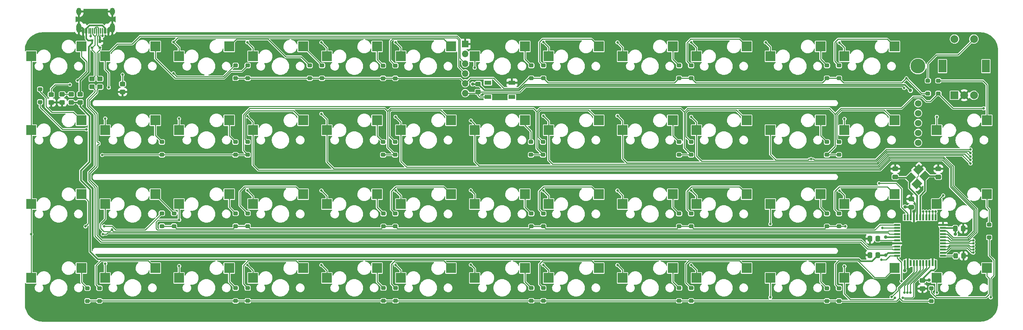
<source format=gbl>
G04 #@! TF.GenerationSoftware,KiCad,Pcbnew,(6.0.1-0)*
G04 #@! TF.CreationDate,2022-04-19T22:54:19-05:00*
G04 #@! TF.ProjectId,pcb,7063622e-6b69-4636-9164-5f7063625858,rev?*
G04 #@! TF.SameCoordinates,Original*
G04 #@! TF.FileFunction,Copper,L2,Bot*
G04 #@! TF.FilePolarity,Positive*
%FSLAX46Y46*%
G04 Gerber Fmt 4.6, Leading zero omitted, Abs format (unit mm)*
G04 Created by KiCad (PCBNEW (6.0.1-0)) date 2022-04-19 22:54:19*
%MOMM*%
%LPD*%
G01*
G04 APERTURE LIST*
G04 Aperture macros list*
%AMRoundRect*
0 Rectangle with rounded corners*
0 $1 Rounding radius*
0 $2 $3 $4 $5 $6 $7 $8 $9 X,Y pos of 4 corners*
0 Add a 4 corners polygon primitive as box body*
4,1,4,$2,$3,$4,$5,$6,$7,$8,$9,$2,$3,0*
0 Add four circle primitives for the rounded corners*
1,1,$1+$1,$2,$3*
1,1,$1+$1,$4,$5*
1,1,$1+$1,$6,$7*
1,1,$1+$1,$8,$9*
0 Add four rect primitives between the rounded corners*
20,1,$1+$1,$2,$3,$4,$5,0*
20,1,$1+$1,$4,$5,$6,$7,0*
20,1,$1+$1,$6,$7,$8,$9,0*
20,1,$1+$1,$8,$9,$2,$3,0*%
%AMRotRect*
0 Rectangle, with rotation*
0 The origin of the aperture is its center*
0 $1 length*
0 $2 width*
0 $3 Rotation angle, in degrees counterclockwise*
0 Add horizontal line*
21,1,$1,$2,0,0,$3*%
G04 Aperture macros list end*
G04 #@! TA.AperFunction,SMDPad,CuDef*
%ADD10R,2.550000X2.500000*%
G04 #@! TD*
G04 #@! TA.AperFunction,ComponentPad*
%ADD11R,2.000000X2.000000*%
G04 #@! TD*
G04 #@! TA.AperFunction,ComponentPad*
%ADD12C,2.000000*%
G04 #@! TD*
G04 #@! TA.AperFunction,ComponentPad*
%ADD13R,2.000000X3.200000*%
G04 #@! TD*
G04 #@! TA.AperFunction,ComponentPad*
%ADD14C,3.800000*%
G04 #@! TD*
G04 #@! TA.AperFunction,SMDPad,CuDef*
%ADD15RoundRect,0.250000X-0.475000X0.337500X-0.475000X-0.337500X0.475000X-0.337500X0.475000X0.337500X0*%
G04 #@! TD*
G04 #@! TA.AperFunction,SMDPad,CuDef*
%ADD16RoundRect,0.250000X0.350000X-0.250000X0.350000X0.250000X-0.350000X0.250000X-0.350000X-0.250000X0*%
G04 #@! TD*
G04 #@! TA.AperFunction,ComponentPad*
%ADD17O,1.700000X1.700000*%
G04 #@! TD*
G04 #@! TA.AperFunction,ComponentPad*
%ADD18R,1.700000X1.700000*%
G04 #@! TD*
G04 #@! TA.AperFunction,SMDPad,CuDef*
%ADD19R,1.800000X1.100000*%
G04 #@! TD*
G04 #@! TA.AperFunction,SMDPad,CuDef*
%ADD20R,1.500000X0.500000*%
G04 #@! TD*
G04 #@! TA.AperFunction,SMDPad,CuDef*
%ADD21R,0.500000X1.500000*%
G04 #@! TD*
G04 #@! TA.AperFunction,SMDPad,CuDef*
%ADD22RoundRect,0.250000X0.475000X-0.337500X0.475000X0.337500X-0.475000X0.337500X-0.475000X-0.337500X0*%
G04 #@! TD*
G04 #@! TA.AperFunction,SMDPad,CuDef*
%ADD23RotRect,2.100000X1.800000X45.000000*%
G04 #@! TD*
G04 #@! TA.AperFunction,SMDPad,CuDef*
%ADD24RoundRect,0.249999X0.450001X-0.325001X0.450001X0.325001X-0.450001X0.325001X-0.450001X-0.325001X0*%
G04 #@! TD*
G04 #@! TA.AperFunction,SMDPad,CuDef*
%ADD25RoundRect,0.150000X-0.150000X-0.575000X0.150000X-0.575000X0.150000X0.575000X-0.150000X0.575000X0*%
G04 #@! TD*
G04 #@! TA.AperFunction,SMDPad,CuDef*
%ADD26RoundRect,0.075000X-0.075000X-0.650000X0.075000X-0.650000X0.075000X0.650000X-0.075000X0.650000X0*%
G04 #@! TD*
G04 #@! TA.AperFunction,ComponentPad*
%ADD27O,1.300000X2.400000*%
G04 #@! TD*
G04 #@! TA.AperFunction,ComponentPad*
%ADD28O,1.300000X1.900000*%
G04 #@! TD*
G04 #@! TA.AperFunction,SMDPad,CuDef*
%ADD29RoundRect,0.249999X-0.450001X0.325001X-0.450001X-0.325001X0.450001X-0.325001X0.450001X0.325001X0*%
G04 #@! TD*
G04 #@! TA.AperFunction,SMDPad,CuDef*
%ADD30RoundRect,0.250000X-0.337500X-0.475000X0.337500X-0.475000X0.337500X0.475000X-0.337500X0.475000X0*%
G04 #@! TD*
G04 #@! TA.AperFunction,SMDPad,CuDef*
%ADD31RoundRect,0.250000X0.337500X0.475000X-0.337500X0.475000X-0.337500X-0.475000X0.337500X-0.475000X0*%
G04 #@! TD*
G04 #@! TA.AperFunction,SMDPad,CuDef*
%ADD32RoundRect,0.249999X0.325001X0.450001X-0.325001X0.450001X-0.325001X-0.450001X0.325001X-0.450001X0*%
G04 #@! TD*
G04 #@! TA.AperFunction,SMDPad,CuDef*
%ADD33R,0.700000X1.000000*%
G04 #@! TD*
G04 #@! TA.AperFunction,SMDPad,CuDef*
%ADD34R,0.700000X0.600000*%
G04 #@! TD*
G04 #@! TA.AperFunction,ComponentPad*
%ADD35C,1.700000*%
G04 #@! TD*
G04 #@! TA.AperFunction,ViaPad*
%ADD36C,0.650000*%
G04 #@! TD*
G04 #@! TA.AperFunction,ViaPad*
%ADD37C,0.900000*%
G04 #@! TD*
G04 #@! TA.AperFunction,Conductor*
%ADD38C,0.250000*%
G04 #@! TD*
G04 #@! TA.AperFunction,Conductor*
%ADD39C,0.400000*%
G04 #@! TD*
G04 #@! TA.AperFunction,Conductor*
%ADD40C,0.200000*%
G04 #@! TD*
G04 APERTURE END LIST*
D10*
X117905225Y-50653950D03*
X130832225Y-48113950D03*
X194105225Y-50653950D03*
X207032225Y-48113950D03*
X175055225Y-50653950D03*
X187982225Y-48113950D03*
X156005225Y-50653950D03*
X168932225Y-48113950D03*
X79805225Y-50653950D03*
X92732225Y-48113950D03*
X213155225Y-50653950D03*
X226082225Y-48113950D03*
X232205225Y-50653950D03*
X245132225Y-48113950D03*
X79805225Y-69703950D03*
X92732225Y-67163950D03*
X98855225Y-69703950D03*
X111782225Y-67163950D03*
X136960399Y-69703950D03*
X149887399Y-67163950D03*
X270305225Y-50653950D03*
X283232225Y-48113950D03*
X156005225Y-69703950D03*
X168932225Y-67163950D03*
X175055225Y-69703950D03*
X187982225Y-67163950D03*
X194105225Y-69703950D03*
X207032225Y-67163950D03*
X98855225Y-107803950D03*
X111782225Y-105263950D03*
X117905225Y-107803950D03*
X130832225Y-105263950D03*
X136955225Y-107803950D03*
X149882225Y-105263950D03*
X156005225Y-107803950D03*
X168932225Y-105263950D03*
X175055225Y-107803950D03*
X187982225Y-105263950D03*
X213155225Y-107803950D03*
X226082225Y-105263950D03*
X232205225Y-107803950D03*
X245132225Y-105263950D03*
X251255225Y-107803950D03*
X264182225Y-105263950D03*
X270305225Y-107803950D03*
X283232225Y-105263950D03*
X194105225Y-107803950D03*
X207032225Y-105263950D03*
X270305225Y-88753950D03*
X283232225Y-86213950D03*
X251255225Y-88753950D03*
X264182225Y-86213950D03*
X213155225Y-88753950D03*
X226082225Y-86213950D03*
X175055225Y-88753950D03*
X187982225Y-86213950D03*
X136955225Y-88753950D03*
X149882225Y-86213950D03*
X79805225Y-88753950D03*
X92732225Y-86213950D03*
X156005225Y-88753950D03*
X168932225Y-86213950D03*
X289355225Y-69703950D03*
X302282225Y-67163950D03*
X117905225Y-88753950D03*
X130832225Y-86213950D03*
X98855225Y-88753950D03*
X111782225Y-86213950D03*
X251255225Y-69703950D03*
X264182225Y-67163950D03*
X232205225Y-69703950D03*
X245132225Y-67163950D03*
X270305225Y-69703950D03*
X283232225Y-67163950D03*
X289355225Y-107803950D03*
X302282225Y-105263950D03*
X289355225Y-88753950D03*
X302282225Y-86213950D03*
X289355225Y-50653950D03*
X302282225Y-48113950D03*
D11*
X317752725Y-60693950D03*
D12*
X322752725Y-60693950D03*
X320252725Y-60693950D03*
D13*
X314652725Y-53193950D03*
X325852725Y-53193950D03*
D12*
X322752725Y-46193950D03*
X317752725Y-46193950D03*
D10*
X98855225Y-50653950D03*
X111782225Y-48113950D03*
X136955225Y-50653950D03*
X149882225Y-48113950D03*
X313167785Y-107804230D03*
X326094785Y-105264230D03*
X313167785Y-69704070D03*
X326094785Y-67164070D03*
X313167785Y-88754150D03*
X326094785Y-86214150D03*
X194105225Y-88753950D03*
X207032225Y-86213950D03*
X232205225Y-88753950D03*
X245132225Y-86213950D03*
X79805225Y-107803950D03*
X92732225Y-105263950D03*
X251255225Y-50653950D03*
X264182225Y-48113950D03*
X117905225Y-69703950D03*
X130832225Y-67163950D03*
X213155225Y-69703950D03*
X226082225Y-67163950D03*
D14*
X308346661Y-53193950D03*
D15*
X309490225Y-108456450D03*
X309490225Y-110531450D03*
D16*
X116590225Y-94443950D03*
X116590225Y-91143950D03*
X208590225Y-76043950D03*
X208590225Y-72743950D03*
X170490225Y-76043950D03*
X170490225Y-72743950D03*
X135581415Y-76043950D03*
X135581415Y-72743950D03*
X113490225Y-76043950D03*
X113490225Y-72743950D03*
X284890625Y-56306250D03*
X284890625Y-53006250D03*
X249881415Y-56306250D03*
X249881415Y-53006250D03*
X211781415Y-56306250D03*
X211781415Y-53006250D03*
X208681415Y-56306250D03*
X208681415Y-53006250D03*
X173651789Y-56333377D03*
X173651789Y-53033377D03*
X170476789Y-56333377D03*
X170476789Y-53033377D03*
X154751789Y-56306250D03*
X154751789Y-53006250D03*
X287990625Y-113750000D03*
X287990625Y-110450000D03*
X284890625Y-113750000D03*
X284890625Y-110450000D03*
X249890625Y-113713123D03*
X249890625Y-110413123D03*
X246790625Y-113706250D03*
X246790625Y-110406250D03*
X211783999Y-113706250D03*
X211783999Y-110406250D03*
X208700000Y-113706250D03*
X208700000Y-110406250D03*
X211790625Y-94506250D03*
X211790625Y-91206250D03*
X284890625Y-76043950D03*
X284890625Y-72743950D03*
X208690625Y-94506250D03*
X208690625Y-91206250D03*
X170585999Y-94506250D03*
X170585999Y-91206250D03*
X132490225Y-94443950D03*
X132490225Y-91143950D03*
X287990625Y-76043950D03*
X287990625Y-72743950D03*
X284890625Y-94506250D03*
X284890625Y-91206250D03*
X249890625Y-94506250D03*
X249890625Y-91206250D03*
X246790625Y-94506250D03*
X246790625Y-91206250D03*
X173690625Y-113706250D03*
X173690625Y-110406250D03*
X151576789Y-56306250D03*
X151576789Y-53006250D03*
X211690225Y-76043950D03*
X211690225Y-72743950D03*
D17*
X191665313Y-60143950D03*
X191665313Y-49983950D03*
X191665313Y-55063950D03*
X191665313Y-57603950D03*
X191665313Y-52523950D03*
D18*
X191665313Y-47443950D03*
D16*
X287990625Y-56306250D03*
X287990625Y-53006250D03*
X311790625Y-113750000D03*
X311790625Y-110450000D03*
X313590225Y-60243950D03*
X313590225Y-56943950D03*
X326690225Y-97343950D03*
X326690225Y-94043950D03*
D19*
X203690225Y-57443950D03*
X197490225Y-61143950D03*
X203690225Y-61143950D03*
X197490225Y-57443950D03*
D20*
X302990225Y-102093950D03*
X302990225Y-101293950D03*
X302990225Y-100493950D03*
X302990225Y-99693950D03*
X302990225Y-98893950D03*
X302990225Y-98093950D03*
X302990225Y-97293950D03*
X302990225Y-96493950D03*
X302990225Y-95693950D03*
X302990225Y-94893950D03*
X302990225Y-94093950D03*
D21*
X304890225Y-92193950D03*
X305690225Y-92193950D03*
X306490225Y-92193950D03*
X307290225Y-92193950D03*
X308090225Y-92193950D03*
X308890225Y-92193950D03*
X309690225Y-92193950D03*
X310490225Y-92193950D03*
X311290225Y-92193950D03*
X312090225Y-92193950D03*
X312890225Y-92193950D03*
D20*
X314790225Y-94093950D03*
X314790225Y-94893950D03*
X314790225Y-95693950D03*
X314790225Y-96493950D03*
X314790225Y-97293950D03*
X314790225Y-98093950D03*
X314790225Y-98893950D03*
X314790225Y-99693950D03*
X314790225Y-100493950D03*
X314790225Y-101293950D03*
X314790225Y-102093950D03*
D21*
X312890225Y-103993950D03*
X312090225Y-103993950D03*
X311290225Y-103993950D03*
X310490225Y-103993950D03*
X309690225Y-103993950D03*
X308890225Y-103993950D03*
X308090225Y-103993950D03*
X307290225Y-103993950D03*
X306490225Y-103993950D03*
X305690225Y-103993950D03*
X304890225Y-103993950D03*
D22*
X306590225Y-89531450D03*
X306590225Y-87456450D03*
X313590225Y-81731450D03*
X313590225Y-79656450D03*
X302490225Y-81731450D03*
X302490225Y-79656450D03*
D23*
X306451747Y-81906082D03*
X308502357Y-79855472D03*
X310128703Y-81481818D03*
X308078093Y-83532428D03*
D24*
X92390225Y-62518950D03*
X92390225Y-60468950D03*
D25*
X93165217Y-44091450D03*
X93965217Y-44091450D03*
D26*
X95165217Y-44091450D03*
X96161217Y-44091450D03*
X96665217Y-44091450D03*
X97665217Y-44091450D03*
D25*
X99665217Y-44091450D03*
X98865217Y-44091450D03*
D26*
X98165217Y-44091450D03*
X97165217Y-44091450D03*
X95665217Y-44091450D03*
X94665217Y-44091450D03*
D27*
X100715217Y-43316450D03*
D28*
X100715217Y-39116450D03*
X92115217Y-39116450D03*
D27*
X92115217Y-43316450D03*
D24*
X97490625Y-58518950D03*
X97490625Y-56468950D03*
X84940225Y-62568950D03*
X84940225Y-60518950D03*
D29*
X90090225Y-60468950D03*
X90090225Y-62518950D03*
D24*
X87790225Y-62518950D03*
X87790225Y-60468950D03*
D16*
X135590625Y-113706250D03*
X135590625Y-110406250D03*
X132490625Y-113713123D03*
X132490625Y-110413123D03*
D30*
X317952725Y-95093950D03*
X320027725Y-95093950D03*
D24*
X95490625Y-58518950D03*
X95490625Y-56468950D03*
D31*
X298027725Y-101893950D03*
X295952725Y-101893950D03*
X298027725Y-97693950D03*
X295952725Y-97693950D03*
D32*
X320115225Y-102093950D03*
X318065225Y-102093950D03*
D16*
X82090225Y-62443950D03*
X82090225Y-59143950D03*
X94290225Y-113743950D03*
X94290225Y-110443950D03*
X97390225Y-113743950D03*
X97390225Y-110443950D03*
X170590625Y-113706250D03*
X170590625Y-110406250D03*
X135590225Y-94443950D03*
X135590225Y-91143950D03*
X173650000Y-94506250D03*
X173650000Y-91206250D03*
X287990625Y-94506250D03*
X287990625Y-91206250D03*
X113490225Y-94443950D03*
X113490225Y-91143950D03*
X135581415Y-56306250D03*
X135581415Y-53006250D03*
X310890225Y-60243950D03*
X310890225Y-56943950D03*
X246781415Y-56306250D03*
X246781415Y-53006250D03*
X132490625Y-56299950D03*
X132490625Y-52999950D03*
D24*
X194990225Y-59818950D03*
X194990225Y-57768950D03*
D16*
X249881415Y-76043950D03*
X249881415Y-72743950D03*
X246781415Y-76043950D03*
X246781415Y-72743950D03*
X173590225Y-76043950D03*
X173590225Y-72743950D03*
X132431415Y-76043950D03*
X132431415Y-72743950D03*
D24*
X103340225Y-59818950D03*
X103340225Y-57768950D03*
D33*
X97490625Y-46743950D03*
D34*
X97490625Y-48443950D03*
X95490625Y-48443950D03*
X95490625Y-46543950D03*
D35*
X308390225Y-67843950D03*
X308390225Y-70383950D03*
X308390225Y-72923950D03*
X308390225Y-65303950D03*
X308390225Y-62763950D03*
D36*
X280790225Y-77134930D03*
X116449994Y-55034181D03*
X91735725Y-56893950D03*
X98590225Y-94493950D03*
X93790225Y-94493950D03*
D37*
X299990225Y-97293950D03*
X193590225Y-57793950D03*
X306390225Y-59443950D03*
X317990225Y-96543950D03*
X304990225Y-89493950D03*
X299990225Y-101893950D03*
X304890225Y-105893950D03*
X311190225Y-108393950D03*
D36*
X305352525Y-56306250D03*
X299190225Y-94893950D03*
X93990225Y-69493950D03*
X325290225Y-64093950D03*
X301540225Y-112693950D03*
X98090225Y-76093950D03*
X289640225Y-94493950D03*
X304090225Y-108643950D03*
X327090225Y-112793950D03*
X298940225Y-103093950D03*
X98275725Y-96493950D03*
X79805225Y-96508950D03*
X100590225Y-95293950D03*
X98890225Y-66693950D03*
X99790225Y-58693950D03*
X98890225Y-104093950D03*
X117940225Y-104743950D03*
X117905225Y-66741650D03*
X117940225Y-92843950D03*
X116490625Y-46956250D03*
X135490625Y-47056250D03*
X135490625Y-85256250D03*
X135490625Y-104456250D03*
X135490625Y-66094350D03*
X154590625Y-104456250D03*
X154590625Y-47056250D03*
X154590625Y-85256250D03*
X154590625Y-65493550D03*
X173690625Y-66244350D03*
X173690625Y-85256250D03*
X173690625Y-104456250D03*
X173690625Y-47056250D03*
X322590225Y-98093950D03*
X193099994Y-67203719D03*
X193090225Y-85193950D03*
X194090225Y-53593950D03*
X321890225Y-78293950D03*
X193090225Y-104393950D03*
X211790625Y-104456250D03*
X211790625Y-85256250D03*
X211790625Y-65994350D03*
X211790625Y-46956250D03*
X321890225Y-77393950D03*
X322590225Y-98893950D03*
X230890625Y-85256250D03*
X230890625Y-47056250D03*
X322590225Y-99693950D03*
X230890625Y-65994350D03*
X230890625Y-104456250D03*
X321890225Y-76493950D03*
X321890225Y-75593950D03*
X249890625Y-104456250D03*
X249890625Y-47056250D03*
X249890625Y-85256250D03*
X249890625Y-66243550D03*
X322590225Y-100493950D03*
X321890225Y-74693950D03*
X269090625Y-47056250D03*
X322590225Y-101273453D03*
X270290225Y-112793950D03*
X270290225Y-93893950D03*
X289390225Y-104793950D03*
X288094615Y-85286581D03*
X288090625Y-47156250D03*
X289390225Y-66793950D03*
X304440225Y-112893950D03*
X302390225Y-112893950D03*
X103340225Y-55393950D03*
X98190225Y-45393950D03*
X95146515Y-45410167D03*
X89790225Y-57943950D03*
X304790225Y-58793950D03*
X298290225Y-83393950D03*
X313190225Y-66243950D03*
X314840225Y-86543950D03*
X306410725Y-111593950D03*
X313190225Y-111593950D03*
X293990225Y-100793950D03*
X305631222Y-111593950D03*
X304851719Y-111593950D03*
X309710722Y-90693950D03*
X310490225Y-90693950D03*
X311290225Y-90693950D03*
X312090225Y-90693950D03*
X312890225Y-90693950D03*
D38*
X280790225Y-77134930D02*
X281431205Y-77134930D01*
X281431205Y-77134930D02*
X281631185Y-77334910D01*
X280790225Y-77134930D02*
X280231165Y-77134930D01*
X280231165Y-77134930D02*
X280031185Y-77334910D01*
X317708305Y-74675870D02*
X318772145Y-74675870D01*
X312418619Y-74675870D02*
X317708305Y-74675870D01*
X300151251Y-74675870D02*
X312418619Y-74675870D01*
X297492211Y-77334910D02*
X300151251Y-74675870D01*
X321872145Y-74675870D02*
X321890225Y-74693950D01*
X270305225Y-75949910D02*
X271690225Y-77334910D01*
X318772145Y-74675870D02*
X321872145Y-74675870D01*
X270305225Y-69703950D02*
X270305225Y-75949910D01*
X281631185Y-77334910D02*
X297492211Y-77334910D01*
X271690225Y-77334910D02*
X280031185Y-77334910D01*
X187982225Y-67163950D02*
X185291745Y-64473470D01*
X185291745Y-64473470D02*
X172547427Y-64473470D01*
X172547427Y-64473470D02*
X172069745Y-64951152D01*
X172069745Y-64951152D02*
X172069745Y-71223470D01*
X172069745Y-71223470D02*
X173590225Y-72743950D01*
X210090225Y-64897516D02*
X209286660Y-64093950D01*
X209286660Y-64093950D02*
X172390225Y-64093950D01*
X172390225Y-64093950D02*
X171665225Y-64818950D01*
X170940225Y-64093950D02*
X171665225Y-64818950D01*
X171665225Y-64818950D02*
X171690225Y-64843950D01*
X171690225Y-64843950D02*
X171690225Y-74143950D01*
X171690225Y-74143950D02*
X173590225Y-76043950D01*
X226082225Y-67163950D02*
X223391745Y-64473470D01*
X223391745Y-64473470D02*
X211050993Y-64473470D01*
X210469745Y-65054718D02*
X210469745Y-71523470D01*
X211050993Y-64473470D02*
X210469745Y-65054718D01*
X210469745Y-71523470D02*
X211690225Y-72743950D01*
X210090225Y-64897516D02*
X210090225Y-74443950D01*
X210090225Y-74443950D02*
X211690225Y-76043950D01*
X207032225Y-67163950D02*
X207032225Y-68435950D01*
X207032225Y-68435950D02*
X208590225Y-69993950D01*
X208590225Y-69993950D02*
X208590225Y-72743950D01*
X248090225Y-64993950D02*
X247190225Y-64093950D01*
X247190225Y-64093950D02*
X210893791Y-64093950D01*
X210893791Y-64093950D02*
X210090225Y-64897516D01*
X264182225Y-67163950D02*
X261491745Y-64473470D01*
X261491745Y-64473470D02*
X249147427Y-64473470D01*
X249147427Y-64473470D02*
X248469745Y-65151152D01*
X248469745Y-65151152D02*
X248469745Y-71332280D01*
X248469745Y-71332280D02*
X249881415Y-72743950D01*
X287010705Y-65567195D02*
X285537460Y-64093950D01*
X248990225Y-64093950D02*
X248090225Y-64993950D01*
X285537460Y-64093950D02*
X248990225Y-64093950D01*
X248090225Y-64993950D02*
X248090225Y-74252760D01*
X248090225Y-74252760D02*
X249881415Y-76043950D01*
X92732225Y-48113950D02*
X92732225Y-50735950D01*
X94090225Y-54539450D02*
X91735725Y-56893950D01*
X129369327Y-55893950D02*
X132263328Y-52999950D01*
X129369327Y-55893950D02*
X117309763Y-55893950D01*
X117309763Y-55893950D02*
X116449994Y-55034181D01*
X92732225Y-50735950D02*
X94090225Y-52093950D01*
X94090225Y-52093950D02*
X94090225Y-54539450D01*
X132263328Y-52999950D02*
X132490625Y-52999950D01*
X131300000Y-54500000D02*
X134087665Y-54500000D01*
X134087665Y-54500000D02*
X135581415Y-53006250D01*
X129526529Y-56273470D02*
X131300000Y-54500000D01*
X118760705Y-56273470D02*
X129526529Y-56273470D01*
X116869745Y-56273470D02*
X111782225Y-51185950D01*
X111782225Y-51185950D02*
X111782225Y-48113950D01*
X118760705Y-56273470D02*
X116869745Y-56273470D01*
X140835770Y-46235770D02*
X145400000Y-50800000D01*
X130832225Y-48113950D02*
X132710405Y-46235770D01*
X132710405Y-46235770D02*
X140835770Y-46235770D01*
X145400000Y-50800000D02*
X149370539Y-50800000D01*
X149370539Y-50800000D02*
X151576789Y-53006250D01*
X154751789Y-52983514D02*
X149882225Y-48113950D01*
X154751789Y-53006250D02*
X154751789Y-52983514D01*
X168932225Y-51488813D02*
X168932225Y-48113950D01*
X170476789Y-53033377D02*
X168932225Y-51488813D01*
X172864230Y-46235770D02*
X172300000Y-46800000D01*
X186104045Y-46235770D02*
X172864230Y-46235770D01*
X172300000Y-46800000D02*
X172300000Y-51681588D01*
X187982225Y-48113950D02*
X186104045Y-46235770D01*
X172300000Y-51681588D02*
X173651789Y-53033377D01*
X207032225Y-48113950D02*
X207032225Y-51357060D01*
X207032225Y-51357060D02*
X208681415Y-53006250D01*
X226082225Y-48113950D02*
X224207704Y-46239429D01*
X224207704Y-46239429D02*
X211544746Y-46239429D01*
X211544746Y-46239429D02*
X210800000Y-46984175D01*
X210800000Y-52024835D02*
X211781415Y-53006250D01*
X210800000Y-46984175D02*
X210800000Y-52024835D01*
X245132225Y-51357060D02*
X246781415Y-53006250D01*
X245132225Y-48113950D02*
X245132225Y-51357060D01*
X248800000Y-47203725D02*
X248800000Y-51924835D01*
X248800000Y-51924835D02*
X249881415Y-53006250D01*
X262307704Y-46239429D02*
X249764296Y-46239429D01*
X249764296Y-46239429D02*
X248800000Y-47203725D01*
X264182225Y-48113950D02*
X262307704Y-46239429D01*
X284890625Y-53006250D02*
X283232225Y-51347850D01*
X283232225Y-51347850D02*
X283232225Y-48113950D01*
X302282225Y-48113950D02*
X300407704Y-46239429D01*
X286890625Y-51906250D02*
X287990625Y-53006250D01*
X300407704Y-46239429D02*
X287707446Y-46239429D01*
X287707446Y-46239429D02*
X286890625Y-47056250D01*
X286890625Y-47056250D02*
X286890625Y-51906250D01*
X83590225Y-63543950D02*
X83590225Y-61293950D01*
X83590225Y-61293950D02*
X82090225Y-59793950D01*
X82090225Y-59793950D02*
X82090225Y-59143950D01*
X85140225Y-65093950D02*
X83590225Y-63543950D01*
X92732225Y-67163950D02*
X90662225Y-65093950D01*
X90662225Y-65093950D02*
X85140225Y-65093950D01*
X111782225Y-71035950D02*
X113490225Y-72743950D01*
X111782225Y-67163950D02*
X111782225Y-71035950D01*
X130832225Y-71144760D02*
X130832225Y-67163950D01*
X132431415Y-72743950D02*
X130832225Y-71144760D01*
X134890225Y-65875197D02*
X134890225Y-72052760D01*
X134890225Y-72052760D02*
X135581415Y-72743950D01*
X149887399Y-67163950D02*
X147417399Y-64693950D01*
X147417399Y-64693950D02*
X136071473Y-64693950D01*
X136071473Y-64693950D02*
X134890225Y-65875197D01*
X170490225Y-72743950D02*
X168932225Y-71185950D01*
X168932225Y-71185950D02*
X168932225Y-67163950D01*
X245132225Y-71094760D02*
X245132225Y-67163950D01*
X246781415Y-72743950D02*
X245132225Y-71094760D01*
X283232225Y-71085550D02*
X283232225Y-67163950D01*
X284890625Y-72743950D02*
X283232225Y-71085550D01*
X302282225Y-67163950D02*
X299591745Y-64473470D01*
X299591745Y-64473470D02*
X288641152Y-64473470D01*
X287390225Y-72143550D02*
X287990625Y-72743950D01*
X288641152Y-64473470D02*
X287390225Y-65724397D01*
X287390225Y-65724397D02*
X287390225Y-72143550D01*
X94535705Y-88017430D02*
X94535705Y-93748470D01*
X98590225Y-94493950D02*
X100609778Y-94493950D01*
X94535705Y-93748470D02*
X93790225Y-94493950D01*
X109190225Y-95443950D02*
X113490225Y-91143950D01*
X101559778Y-95443950D02*
X109190225Y-95443950D01*
X92732225Y-86213950D02*
X94535705Y-88017430D01*
X100609778Y-94493950D02*
X101559778Y-95443950D01*
X111782225Y-86213950D02*
X111782225Y-86335950D01*
X111782225Y-86335950D02*
X116590225Y-91143950D01*
X130832225Y-86213950D02*
X130832225Y-89485950D01*
X130832225Y-89485950D02*
X132490225Y-91143950D01*
X133590625Y-85494350D02*
X133590625Y-89144350D01*
X148007704Y-84339429D02*
X134745546Y-84339429D01*
X133590625Y-89144350D02*
X135590225Y-91143950D01*
X149882225Y-86213950D02*
X148007704Y-84339429D01*
X134745546Y-84339429D02*
X133590625Y-85494350D01*
X170585999Y-91206250D02*
X168932225Y-89552476D01*
X168932225Y-89552476D02*
X168932225Y-86213950D01*
X187982225Y-86213950D02*
X186107704Y-84339429D01*
X172600000Y-85527322D02*
X172600000Y-90156250D01*
X186107704Y-84339429D02*
X173787893Y-84339429D01*
X173787893Y-84339429D02*
X172600000Y-85527322D01*
X172600000Y-90156250D02*
X173650000Y-91206250D01*
X207032225Y-89547850D02*
X208690625Y-91206250D01*
X207032225Y-86213950D02*
X207032225Y-89547850D01*
X210700000Y-85527322D02*
X210700000Y-90115625D01*
X224207704Y-84339429D02*
X211887893Y-84339429D01*
X211887893Y-84339429D02*
X210700000Y-85527322D01*
X210700000Y-90115625D02*
X211790625Y-91206250D01*
X226082225Y-86213950D02*
X224207704Y-84339429D01*
X245132225Y-89547850D02*
X246790625Y-91206250D01*
X245132225Y-86213950D02*
X245132225Y-89547850D01*
X264182225Y-86213950D02*
X262307704Y-84339429D01*
X262307704Y-84339429D02*
X249964296Y-84339429D01*
X248800000Y-85503725D02*
X248800000Y-90115625D01*
X248800000Y-90115625D02*
X249890625Y-91206250D01*
X249964296Y-84339429D02*
X248800000Y-85503725D01*
X283232225Y-89547850D02*
X284890625Y-91206250D01*
X283232225Y-86213950D02*
X283232225Y-89547850D01*
X286900000Y-90115625D02*
X287990625Y-91206250D01*
X300407704Y-84339429D02*
X288044746Y-84339429D01*
X288044746Y-84339429D02*
X286900000Y-85484175D01*
X302282225Y-86213950D02*
X300407704Y-84339429D01*
X286900000Y-85484175D02*
X286900000Y-90115625D01*
X92732225Y-105263950D02*
X92732225Y-108885950D01*
X92732225Y-108885950D02*
X94290225Y-110443950D01*
X111782225Y-105263950D02*
X109907704Y-103389429D01*
X96490225Y-109543950D02*
X96490225Y-104593950D01*
X97694746Y-103389429D02*
X96490225Y-104593950D01*
X97390225Y-110443950D02*
X96490225Y-109543950D01*
X109907704Y-103389429D02*
X97694746Y-103389429D01*
X132490625Y-110413123D02*
X130832225Y-108754723D01*
X130832225Y-108754723D02*
X130832225Y-105263950D01*
X134490225Y-104593950D02*
X134490225Y-109305850D01*
X135694746Y-103389429D02*
X134490225Y-104593950D01*
X134490225Y-109305850D02*
X135590625Y-110406250D01*
X148007704Y-103389429D02*
X135694746Y-103389429D01*
X149882225Y-105263950D02*
X148007704Y-103389429D01*
X168932225Y-105263950D02*
X168932225Y-108747850D01*
X168932225Y-108747850D02*
X170590625Y-110406250D01*
X186107704Y-103389429D02*
X173494746Y-103389429D01*
X172590225Y-104293950D02*
X172590225Y-109305850D01*
X187982225Y-105263950D02*
X186107704Y-103389429D01*
X172590225Y-109305850D02*
X173690625Y-110406250D01*
X173494746Y-103389429D02*
X172590225Y-104293950D01*
X207032225Y-108738475D02*
X208700000Y-110406250D01*
X207032225Y-105263950D02*
X207032225Y-108738475D01*
X210740225Y-104243950D02*
X210740225Y-109362476D01*
X226082225Y-105263950D02*
X224207704Y-103389429D01*
X224207704Y-103389429D02*
X211594746Y-103389429D01*
X210740225Y-109362476D02*
X211783999Y-110406250D01*
X211594746Y-103389429D02*
X210740225Y-104243950D01*
X245132225Y-108747850D02*
X246790625Y-110406250D01*
X245132225Y-105263950D02*
X245132225Y-108747850D01*
X249294746Y-103389429D02*
X248490225Y-104193950D01*
X248490225Y-104193950D02*
X248490225Y-109012723D01*
X264182225Y-105263950D02*
X262307704Y-103389429D01*
X248490225Y-109012723D02*
X249890625Y-110413123D01*
X262307704Y-103389429D02*
X249294746Y-103389429D01*
X283232225Y-108791600D02*
X284890625Y-110450000D01*
X283232225Y-105263950D02*
X283232225Y-108791600D01*
X299902225Y-107643950D02*
X297140225Y-107643950D01*
X297140225Y-107643950D02*
X292890225Y-103393950D01*
X287090225Y-104193950D02*
X287090225Y-109549600D01*
X287890225Y-103393950D02*
X287090225Y-104193950D01*
X302282225Y-105263950D02*
X299902225Y-107643950D01*
X287090225Y-109549600D02*
X287990625Y-110450000D01*
X292890225Y-103393950D02*
X287890225Y-103393950D01*
D39*
X293611619Y-103472556D02*
X293073972Y-102934909D01*
X92390225Y-62518950D02*
X90090225Y-62518950D01*
X298027725Y-101893950D02*
X296449119Y-103472556D01*
X312890225Y-105293950D02*
X312890225Y-103993950D01*
X304890225Y-105893950D02*
X304890225Y-103993950D01*
X94990225Y-84993950D02*
X92590225Y-82593950D01*
X309490225Y-108456450D02*
X309490225Y-107993950D01*
X92390225Y-63593950D02*
X94790225Y-65993950D01*
X306490225Y-92193950D02*
X306490225Y-89631450D01*
X94790225Y-77893950D02*
X94790225Y-65993950D01*
X306390225Y-59443950D02*
X304894745Y-57948470D01*
X317952725Y-96506450D02*
X317990225Y-96543950D01*
X311190225Y-108393950D02*
X309552725Y-108393950D01*
X311690225Y-105793950D02*
X312390225Y-105793950D01*
X205569745Y-59364430D02*
X196585705Y-59364430D01*
X92590225Y-82593950D02*
X92590225Y-80093950D01*
X312390225Y-105793950D02*
X312890225Y-105293950D01*
X309490225Y-107993950D02*
X311690225Y-105793950D01*
X193815225Y-57768950D02*
X193790225Y-57793950D01*
X296449119Y-103472556D02*
X293611619Y-103472556D01*
X299990225Y-101893950D02*
X298027725Y-101893950D01*
X194990225Y-57768950D02*
X193815225Y-57768950D01*
X300590225Y-101293950D02*
X302990225Y-101293950D01*
X299990225Y-97293950D02*
X302990225Y-97293950D01*
X317952725Y-95093950D02*
X317952725Y-96506450D01*
X206985705Y-57948470D02*
X205569745Y-59364430D01*
X317752725Y-94893950D02*
X317952725Y-95093950D01*
X196585705Y-59364430D02*
X194990225Y-57768950D01*
X304990225Y-89493950D02*
X306552725Y-89493950D01*
X94990225Y-100993950D02*
X94990225Y-84993950D01*
X92590225Y-80093950D02*
X94790225Y-77893950D01*
X299990225Y-101893950D02*
X300590225Y-101293950D01*
X309552725Y-108393950D02*
X309490225Y-108456450D01*
X304894745Y-57948470D02*
X206985705Y-57948470D01*
X96931184Y-102934909D02*
X94990225Y-100993950D01*
X314790225Y-94893950D02*
X317752725Y-94893950D01*
X92390225Y-62518950D02*
X92390225Y-63593950D01*
X293073972Y-102934909D02*
X96931184Y-102934909D01*
X193790225Y-57793950D02*
X193590225Y-57793950D01*
D38*
X298027725Y-97693950D02*
X298427725Y-98093950D01*
X298427725Y-98093950D02*
X302990225Y-98093950D01*
D39*
X306451747Y-81906082D02*
X306140225Y-82217604D01*
X308090225Y-86493950D02*
X308090225Y-92193950D01*
X302490225Y-81731450D02*
X302664857Y-81906082D01*
X306140225Y-84543950D02*
X308090225Y-86493950D01*
X302664857Y-81906082D02*
X306451747Y-81906082D01*
X306140225Y-82217604D02*
X306140225Y-84543950D01*
X313340593Y-81481818D02*
X313590225Y-81731450D01*
X310128703Y-85355472D02*
X308890225Y-86593950D01*
X310128703Y-81481818D02*
X313340593Y-81481818D01*
X308890225Y-86593950D02*
X308890225Y-92193950D01*
X310128703Y-81481818D02*
X310128703Y-85355472D01*
D38*
X207985137Y-56306250D02*
X205381477Y-58909910D01*
X205381477Y-58909910D02*
X201581585Y-58909910D01*
X304164825Y-57493950D02*
X305352525Y-56306250D01*
X289178325Y-57493950D02*
X287990625Y-56306250D01*
X198977925Y-56306250D02*
X192963013Y-56306250D01*
X302990225Y-94893950D02*
X299170672Y-94893950D01*
X211781415Y-56306250D02*
X208681415Y-56306250D01*
X291790225Y-57493950D02*
X289178325Y-57493950D01*
X201581585Y-58909910D02*
X198977925Y-56306250D01*
X211781415Y-56306250D02*
X211802525Y-56306250D01*
X211802525Y-56306250D02*
X212990225Y-57493950D01*
X173618362Y-56299950D02*
X173651789Y-56333377D01*
X192963013Y-56306250D02*
X191665313Y-57603950D01*
X299170672Y-94893950D02*
X299190225Y-94893950D01*
X191665313Y-57603950D02*
X190394740Y-56333377D01*
X310890225Y-60243950D02*
X309290225Y-60243950D01*
X252390225Y-57493950D02*
X281490225Y-57493950D01*
X190394740Y-56333377D02*
X173651789Y-56333377D01*
X132490625Y-56299950D02*
X173618362Y-56299950D01*
X245593715Y-57493950D02*
X246781415Y-56306250D01*
X283702925Y-57493950D02*
X284890625Y-56306250D01*
X291790225Y-57493950D02*
X304164825Y-57493950D01*
X246781415Y-56306250D02*
X249881415Y-56306250D01*
X251069115Y-57493950D02*
X249881415Y-56306250D01*
X252390225Y-57493950D02*
X251069115Y-57493950D01*
X208681415Y-56306250D02*
X207985137Y-56306250D01*
X281490225Y-57493950D02*
X283702925Y-57493950D01*
X309290225Y-60243950D02*
X305352525Y-56306250D01*
X287990625Y-56306250D02*
X284890625Y-56306250D01*
X212990225Y-57493950D02*
X245593715Y-57493950D01*
X311540225Y-62293950D02*
X313590225Y-60243950D01*
X307290225Y-103993950D02*
X307290225Y-106310340D01*
X303210705Y-110993950D02*
X303210705Y-111023470D01*
X82090225Y-62443950D02*
X82090225Y-63780672D01*
X309290225Y-61093950D02*
X310490225Y-62293950D01*
X98140225Y-76043950D02*
X98090225Y-76093950D01*
X287010705Y-65567195D02*
X287010705Y-73873470D01*
X288483950Y-64093950D02*
X304090225Y-64093950D01*
X113490225Y-76043950D02*
X135581415Y-76043950D01*
X307090225Y-61093950D02*
X309290225Y-61093950D01*
X303210705Y-111023470D02*
X301540225Y-112693950D01*
X313590225Y-60243950D02*
X317416755Y-64070480D01*
X304090225Y-64093950D02*
X307090225Y-61093950D01*
X93990225Y-69493950D02*
X87803503Y-69493950D01*
X249881415Y-76043950D02*
X246781415Y-76043950D01*
X134490225Y-74952760D02*
X134490225Y-65738475D01*
X287990625Y-76043950D02*
X284890625Y-76043950D01*
X325290225Y-64093950D02*
X325266755Y-64070480D01*
X135581415Y-76043950D02*
X134490225Y-74952760D01*
X170490225Y-76043950D02*
X173590225Y-76043950D01*
X284890625Y-76043950D02*
X284890625Y-75993550D01*
X136134750Y-64093950D02*
X170940225Y-64093950D01*
X113490225Y-76043950D02*
X98140225Y-76043950D01*
X310490225Y-62293950D02*
X311540225Y-62293950D01*
X134490225Y-65738475D02*
X136134750Y-64093950D01*
X287010705Y-65567195D02*
X288483950Y-64093950D01*
X208890225Y-76043950D02*
X211990225Y-76043950D01*
X305998420Y-107602145D02*
X303210705Y-110389860D01*
X303210705Y-110389860D02*
X303210705Y-110993950D01*
X325266755Y-64070480D02*
X317416755Y-64070480D01*
X284890625Y-75993550D02*
X287010705Y-73873470D01*
X82090225Y-63780672D02*
X87803503Y-69493950D01*
X307290225Y-106310340D02*
X305998420Y-107602145D01*
X211790625Y-94506250D02*
X208690625Y-94506250D01*
X246790625Y-94506250D02*
X246232445Y-95064430D01*
X250448805Y-95064430D02*
X249890625Y-94506250D01*
X327090225Y-112793950D02*
X327090225Y-107893950D01*
X170027819Y-95064430D02*
X136210705Y-95064430D01*
X212348805Y-95064430D02*
X211790625Y-94506250D01*
X302990225Y-102093950D02*
X302990225Y-102693950D01*
X131869745Y-95064430D02*
X117210705Y-95064430D01*
X284890625Y-94506250D02*
X284332445Y-95064430D01*
X304090225Y-103793950D02*
X304090225Y-108643950D01*
X116590225Y-94443950D02*
X113490225Y-94443950D01*
X284332445Y-95064430D02*
X250448805Y-95064430D01*
X302990225Y-102693950D02*
X304090225Y-103793950D01*
X246232445Y-95064430D02*
X212348805Y-95064430D01*
X135590225Y-94443950D02*
X132490225Y-94443950D01*
X289627925Y-94506250D02*
X289640225Y-94493950D01*
X302990225Y-102093950D02*
X301140225Y-102093950D01*
X327090225Y-107893950D02*
X327890225Y-107093950D01*
X298940225Y-103093950D02*
X300140225Y-103093950D01*
X208690625Y-94506250D02*
X208132445Y-95064430D01*
X170585999Y-94506250D02*
X170027819Y-95064430D01*
X136210705Y-95064430D02*
X135590225Y-94443950D01*
X284890625Y-94506250D02*
X287990625Y-94506250D01*
X117210705Y-95064430D02*
X116590225Y-94443950D01*
X287990625Y-94506250D02*
X289627925Y-94506250D01*
X249890625Y-94506250D02*
X246790625Y-94506250D01*
X327890225Y-107093950D02*
X327890225Y-103193950D01*
X327890225Y-103193950D02*
X326690225Y-101993950D01*
X132490225Y-94443950D02*
X131869745Y-95064430D01*
X301140225Y-102093950D02*
X300140225Y-103093950D01*
X173650000Y-94506250D02*
X174208180Y-95064430D01*
X170585999Y-94506250D02*
X173650000Y-94506250D01*
X326690225Y-101993950D02*
X326690225Y-97343950D01*
X208132445Y-95064430D02*
X174208180Y-95064430D01*
X308090225Y-103993950D02*
X308090225Y-106047062D01*
X303590225Y-113006050D02*
X302846275Y-113750000D01*
X135590625Y-113706250D02*
X173690625Y-113706250D01*
X135583752Y-113713123D02*
X135590625Y-113706250D01*
X303590225Y-110547062D02*
X303590225Y-113006050D01*
X304334175Y-113750000D02*
X304434175Y-113750000D01*
X303590225Y-113006050D02*
X304334175Y-113750000D01*
X308090225Y-106047062D02*
X303590225Y-110547062D01*
X287990625Y-113750000D02*
X302846275Y-113750000D01*
X132490625Y-113713123D02*
X135583752Y-113713123D01*
X304434175Y-113750000D02*
X311790625Y-113750000D01*
X249890625Y-113713123D02*
X287953748Y-113713123D01*
X173690625Y-113706250D02*
X211783999Y-113706250D01*
X211783999Y-113706250D02*
X249883752Y-113706250D01*
X249883752Y-113706250D02*
X249890625Y-113713123D01*
X287953748Y-113713123D02*
X287990625Y-113750000D01*
X132490625Y-113713123D02*
X94321052Y-113713123D01*
X94321052Y-113713123D02*
X94290225Y-113743950D01*
X295286671Y-100343950D02*
X301715224Y-100343950D01*
X293486671Y-98543950D02*
X295286671Y-100343950D01*
X95490625Y-58518950D02*
X96240625Y-59268950D01*
X96240625Y-59789996D02*
X94240225Y-61790396D01*
X96240625Y-78889996D02*
X94590225Y-80540396D01*
X96240625Y-96997904D02*
X97786671Y-98543950D01*
X94240225Y-63597504D02*
X96240625Y-65597904D01*
X94590225Y-82793950D02*
X96240625Y-84444350D01*
X94590225Y-80540396D02*
X94590225Y-82793950D01*
X94240225Y-61790396D02*
X94240225Y-63597504D01*
X96240625Y-59268950D02*
X96240625Y-59789996D01*
X301865224Y-100493950D02*
X302990225Y-100493950D01*
X301715224Y-100343950D02*
X301865224Y-100493950D01*
X97786671Y-98543950D02*
X293486671Y-98543950D01*
X96240625Y-84444350D02*
X96240625Y-96997904D01*
X96240625Y-65597904D02*
X96240625Y-78889996D01*
X301715224Y-99843950D02*
X301865224Y-99693950D01*
X94740225Y-63390396D02*
X96740625Y-65390796D01*
X97490625Y-58518950D02*
X96740625Y-59268950D01*
X97993779Y-98043950D02*
X293693779Y-98043950D01*
X96740625Y-59268950D02*
X96740625Y-59997104D01*
X94990225Y-80847504D02*
X94990225Y-82540396D01*
X96740625Y-84290796D02*
X96740625Y-96790796D01*
X96740625Y-79097104D02*
X94990225Y-80847504D01*
X293693779Y-98043950D02*
X295493779Y-99843950D01*
X301865224Y-99693950D02*
X302990225Y-99693950D01*
X96740625Y-59997104D02*
X94740225Y-61997504D01*
X96740625Y-73743550D02*
X96740625Y-73793550D01*
X96740625Y-73793550D02*
X96740625Y-79097104D01*
X96740625Y-96790796D02*
X97993779Y-98043950D01*
X94990225Y-82540396D02*
X96740625Y-84290796D01*
X97070942Y-73443550D02*
X97040625Y-73443550D01*
X295493779Y-99843950D02*
X301715224Y-99843950D01*
X96740625Y-65390796D02*
X96740625Y-72543550D01*
X94740225Y-61997504D02*
X94740225Y-63390396D01*
X97040625Y-72843550D02*
X97070942Y-72843550D01*
X97370942Y-73143550D02*
G75*
G03*
X97070942Y-72843550I-300000J0D01*
G01*
X97070942Y-73443550D02*
G75*
G03*
X97370942Y-73143550I0J300000D01*
G01*
X97040625Y-72843550D02*
G75*
G02*
X96740625Y-72543550I0J300000D01*
G01*
X96740625Y-73743550D02*
G75*
G02*
X97040625Y-73443550I300000J0D01*
G01*
X79805225Y-96508950D02*
X79805225Y-107803950D01*
X302990225Y-96493950D02*
X300990225Y-96493950D01*
X79805225Y-88753950D02*
X79805225Y-96508950D01*
X99490225Y-96202990D02*
X300699265Y-96202990D01*
X79805225Y-62641650D02*
X79805225Y-69703950D01*
X79805225Y-69703950D02*
X79805225Y-79041650D01*
X79805225Y-79041650D02*
X79805225Y-88753950D01*
X98275725Y-96493950D02*
X99199265Y-96493950D01*
X79805225Y-50653950D02*
X79805225Y-62641650D01*
X300699265Y-96202990D02*
X300990225Y-96493950D01*
X99199265Y-96493950D02*
X99490225Y-96202990D01*
X98519745Y-95823470D02*
X100060705Y-95823470D01*
X99790225Y-54893950D02*
X99790225Y-58693950D01*
X98855225Y-53958950D02*
X99790225Y-54893950D01*
X189511105Y-45476730D02*
X107807445Y-45476730D01*
X102015225Y-47493950D02*
X98855225Y-50653950D01*
X98855225Y-88753950D02*
X98855225Y-92628950D01*
X100960705Y-95823470D02*
X300660705Y-95823470D01*
X100590225Y-95452990D02*
X100960705Y-95823470D01*
X98855225Y-92628950D02*
X97690225Y-93793950D01*
X97690225Y-94993950D02*
X98519745Y-95823470D01*
X98855225Y-69703950D02*
X98855225Y-66728950D01*
X98855225Y-66728950D02*
X98890225Y-66693950D01*
X300660705Y-95823470D02*
X300790225Y-95693950D01*
X97690225Y-93793950D02*
X97690225Y-94993950D01*
X107807445Y-45476730D02*
X105790225Y-47493950D01*
X98855225Y-50653950D02*
X98855225Y-53958950D01*
X98855225Y-107803950D02*
X98855225Y-104128950D01*
X98855225Y-104128950D02*
X98890225Y-104093950D01*
X300790225Y-95693950D02*
X302990225Y-95693950D01*
X190290225Y-51148862D02*
X190290225Y-46255850D01*
X105790225Y-47493950D02*
X102015225Y-47493950D01*
X100590225Y-95293950D02*
X100590225Y-95452990D01*
X190290225Y-46255850D02*
X189511105Y-45476730D01*
X100060705Y-95823470D02*
X100590225Y-95293950D01*
X191665313Y-52523950D02*
X190290225Y-51148862D01*
X117905225Y-92808950D02*
X117940225Y-92843950D01*
X117590625Y-45856250D02*
X189353903Y-45856250D01*
X117940225Y-92843950D02*
X112540225Y-92843950D01*
X189353903Y-45856250D02*
X189910705Y-46413052D01*
X189910705Y-46413052D02*
X189910705Y-53309342D01*
X111990225Y-95093950D02*
X112340225Y-95443950D01*
X111990225Y-93393950D02*
X111990225Y-95093950D01*
X117905225Y-48370850D02*
X116490625Y-46956250D01*
X117905225Y-50653950D02*
X117905225Y-48370850D01*
X117905225Y-104778950D02*
X117940225Y-104743950D01*
X297240225Y-95443950D02*
X298590225Y-94093950D01*
X189910705Y-53309342D02*
X191665313Y-55063950D01*
X117905225Y-107803950D02*
X117905225Y-104778950D01*
X117905225Y-69703950D02*
X117905225Y-66741650D01*
X117905225Y-88753950D02*
X117905225Y-92808950D01*
X298590225Y-94093950D02*
X302990225Y-94093950D01*
X112540225Y-92843950D02*
X111990225Y-93393950D01*
X116490625Y-46956250D02*
X117590625Y-45856250D01*
X112340225Y-95443950D02*
X297240225Y-95443950D01*
X135490625Y-104456250D02*
X136955225Y-105920850D01*
X316690225Y-84293950D02*
X316690225Y-79393950D01*
X136955225Y-105920850D02*
X136955225Y-107803950D01*
X136955225Y-50653950D02*
X136955225Y-48520850D01*
X322690225Y-95683784D02*
X322690225Y-90293950D01*
X322690225Y-90293950D02*
X316690225Y-84293950D01*
X316690225Y-79393950D02*
X314640225Y-77343950D01*
X136955225Y-48520850D02*
X135490625Y-47056250D01*
X314640225Y-77343950D02*
X301240225Y-77343950D01*
X135490625Y-85256250D02*
X136955225Y-86720850D01*
X136960399Y-67564124D02*
X135490625Y-66094350D01*
X301240225Y-77343950D02*
X298569745Y-80014430D01*
X315665507Y-95693950D02*
X317347427Y-97375870D01*
X138310705Y-80014430D02*
X136960399Y-78664124D01*
X136955225Y-86720850D02*
X136955225Y-88753950D01*
X136960399Y-69703950D02*
X136960399Y-67564124D01*
X317347427Y-97375870D02*
X320998139Y-97375870D01*
X320998139Y-97375870D02*
X322690225Y-95683784D01*
X298569745Y-80014430D02*
X138310705Y-80014430D01*
X136960399Y-78664124D02*
X136960399Y-69703950D01*
X314790225Y-95693950D02*
X315665507Y-95693950D01*
X317190225Y-97755390D02*
X321155341Y-97755390D01*
X321155341Y-97755390D02*
X323069745Y-95840986D01*
X314790225Y-96493950D02*
X315928785Y-96493950D01*
X156005225Y-66908150D02*
X154590625Y-65493550D01*
X314797427Y-76964430D02*
X301083023Y-76964430D01*
X156005225Y-105870850D02*
X156005225Y-107803950D01*
X298412543Y-79634910D02*
X157790225Y-79634910D01*
X156005225Y-69703950D02*
X156005225Y-66908150D01*
X154590625Y-104456250D02*
X156005225Y-105870850D01*
X156005225Y-77849910D02*
X156005225Y-69703950D01*
X156005225Y-50653950D02*
X156005225Y-48470850D01*
X157790225Y-79634910D02*
X156005225Y-77849910D01*
X156005225Y-88753950D02*
X156005225Y-86670850D01*
X156005225Y-86670850D02*
X154590625Y-85256250D01*
X323069745Y-90136748D02*
X317069745Y-84136748D01*
X315928785Y-96493950D02*
X317190225Y-97755390D01*
X317069745Y-79236748D02*
X314797427Y-76964430D01*
X323069745Y-95840986D02*
X323069745Y-90136748D01*
X301083023Y-76964430D02*
X298412543Y-79634910D01*
X317069745Y-84136748D02*
X317069745Y-79236748D01*
X156005225Y-48470850D02*
X154590625Y-47056250D01*
X314954629Y-76584910D02*
X300925821Y-76584910D01*
X176551665Y-79255390D02*
X175055225Y-77758950D01*
X175055225Y-105820850D02*
X175055225Y-107803950D01*
X173690625Y-104456250D02*
X175055225Y-105820850D01*
X321312543Y-98134910D02*
X323449265Y-95998188D01*
X317449265Y-83979546D02*
X317449265Y-79079546D01*
X300925821Y-76584910D02*
X298255341Y-79255390D01*
X175055225Y-88753950D02*
X175055225Y-86620850D01*
X317449265Y-79079546D02*
X314954629Y-76584910D01*
X175055225Y-77758950D02*
X175055225Y-69703950D01*
X175055225Y-69703950D02*
X175055225Y-67608950D01*
X175055225Y-48420850D02*
X175055225Y-50653950D01*
X298255341Y-79255390D02*
X176551665Y-79255390D01*
X316049265Y-97293950D02*
X316890225Y-98134910D01*
X316890225Y-98134910D02*
X321312543Y-98134910D01*
X175055225Y-67608950D02*
X173690625Y-66244350D01*
X323449265Y-89979546D02*
X317449265Y-83979546D01*
X175055225Y-86620850D02*
X173690625Y-85256250D01*
X323449265Y-95998188D02*
X323449265Y-89979546D01*
X173690625Y-47056250D02*
X175055225Y-48420850D01*
X314790225Y-97293950D02*
X316049265Y-97293950D01*
X316490225Y-98514430D02*
X321469745Y-98514430D01*
X195190225Y-78875870D02*
X194105225Y-77790870D01*
X194105225Y-105705225D02*
X194105225Y-107803950D01*
X314790225Y-98093950D02*
X316069745Y-98093950D01*
X321890225Y-98093950D02*
X322590225Y-98093950D01*
X319790225Y-76193950D02*
X321890225Y-78293950D01*
X316790225Y-76193950D02*
X319790225Y-76193950D01*
X194105225Y-69703950D02*
X194105225Y-68208950D01*
X300780059Y-76193950D02*
X298098139Y-78875870D01*
X194105225Y-68208950D02*
X193099994Y-67203719D01*
X316790225Y-76193950D02*
X300780059Y-76193950D01*
X298098139Y-78875870D02*
X195190225Y-78875870D01*
X194105225Y-77790870D02*
X194105225Y-69703950D01*
X194105225Y-86208950D02*
X193090225Y-85193950D01*
X316069745Y-98093950D02*
X316490225Y-98514430D01*
X321469745Y-98514430D02*
X321890225Y-98093950D01*
X194105225Y-105408950D02*
X193090225Y-104393950D01*
X194105225Y-50653950D02*
X194105225Y-53578950D01*
X194105225Y-53578950D02*
X194090225Y-53593950D01*
X194105225Y-88753950D02*
X194105225Y-86208950D01*
X194105225Y-105705225D02*
X194105225Y-105408950D01*
X317310705Y-75814430D02*
X320310705Y-75814430D01*
X213155225Y-69703950D02*
X213155225Y-67358950D01*
X317310705Y-75814430D02*
X315257593Y-75814430D01*
X213155225Y-50653950D02*
X213155225Y-48320850D01*
X213155225Y-48320850D02*
X211790625Y-46956250D01*
X213155225Y-67358950D02*
X211790625Y-65994350D01*
X211790625Y-104456250D02*
X213155225Y-105820850D01*
X314790225Y-98893950D02*
X322590225Y-98893950D01*
X213155225Y-88753950D02*
X213155225Y-86620850D01*
X214192625Y-78496350D02*
X213155225Y-77458950D01*
X297940937Y-78496350D02*
X214192625Y-78496350D01*
X213155225Y-86620850D02*
X211790625Y-85256250D01*
X213155225Y-105820850D02*
X213155225Y-107803950D01*
X213155225Y-77458950D02*
X213155225Y-69703950D01*
X312890225Y-75814430D02*
X315257593Y-75814430D01*
X300622857Y-75814430D02*
X297940937Y-78496350D01*
X312890225Y-75814430D02*
X300622857Y-75814430D01*
X320310705Y-75814430D02*
X321890225Y-77393950D01*
X232205225Y-105770850D02*
X232205225Y-107803950D01*
X321369745Y-99273470D02*
X321790225Y-99693950D01*
X320831185Y-75434910D02*
X321890225Y-76493950D01*
X317750738Y-75434910D02*
X320831185Y-75434910D01*
X316069745Y-99693950D02*
X316490225Y-99273470D01*
X300465655Y-75434910D02*
X297806615Y-78093950D01*
X316490225Y-99273470D02*
X321369745Y-99273470D01*
X232205225Y-77008950D02*
X232205225Y-69703950D01*
X232205225Y-86570850D02*
X230890625Y-85256250D01*
X232205225Y-88753950D02*
X232205225Y-86570850D01*
X314790225Y-99693950D02*
X316069745Y-99693950D01*
X232205225Y-48370850D02*
X232205225Y-50653950D01*
X233290225Y-78093950D02*
X232205225Y-77008950D01*
X321790225Y-99693950D02*
X322590225Y-99693950D01*
X232205225Y-69703950D02*
X232205225Y-67308950D01*
X230890625Y-47056250D02*
X232205225Y-48370850D01*
X232205225Y-67308950D02*
X230890625Y-65994350D01*
X297806615Y-78093950D02*
X233290225Y-78093950D01*
X317750738Y-75434910D02*
X300465655Y-75434910D01*
X230890625Y-104456250D02*
X232205225Y-105770850D01*
X297649413Y-77714430D02*
X252610705Y-77714430D01*
X318251665Y-75055390D02*
X317928785Y-75055390D01*
X321990225Y-100493950D02*
X322590225Y-100493950D01*
X249890625Y-104456250D02*
X251255225Y-105820850D01*
X251255225Y-88753950D02*
X251255225Y-86620850D01*
X312575821Y-75055390D02*
X317928785Y-75055390D01*
X252610705Y-77714430D02*
X251255225Y-76358950D01*
X249890625Y-47056250D02*
X251255225Y-48420850D01*
X251255225Y-86620850D02*
X249890625Y-85256250D01*
X312575821Y-75055390D02*
X300308453Y-75055390D01*
X315806467Y-100493950D02*
X316647427Y-99652990D01*
X251255225Y-105820850D02*
X251255225Y-107803950D01*
X321149265Y-99652990D02*
X321990225Y-100493950D01*
X251255225Y-48420850D02*
X251255225Y-50653950D01*
X314790225Y-100493950D02*
X315806467Y-100493950D01*
X251255225Y-76358950D02*
X251255225Y-69703950D01*
X316647427Y-99652990D02*
X321149265Y-99652990D01*
X251255225Y-69703950D02*
X251255225Y-67608150D01*
X251255225Y-67608150D02*
X249890625Y-66243550D01*
X318251665Y-75055390D02*
X321351665Y-75055390D01*
X300308453Y-75055390D02*
X297649413Y-77714430D01*
X321351665Y-75055390D02*
X321890225Y-75593950D01*
X322169728Y-101273453D02*
X320928785Y-100032510D01*
X269090625Y-47056250D02*
X270305225Y-48270850D01*
X322590225Y-101273453D02*
X322169728Y-101273453D01*
X316804629Y-100032510D02*
X315543189Y-101293950D01*
X270305225Y-48270850D02*
X270305225Y-50653950D01*
X320928785Y-100032510D02*
X316804629Y-100032510D01*
X270305225Y-93878950D02*
X270290225Y-93893950D01*
X270305225Y-110579750D02*
X270305225Y-112778950D01*
X270305225Y-112778950D02*
X270290225Y-112793950D01*
X315543189Y-101293950D02*
X314790225Y-101293950D01*
X270305225Y-107803950D02*
X270305225Y-110579750D01*
X270305225Y-88753950D02*
X270305225Y-93878950D01*
X288090625Y-47156250D02*
X289355225Y-48420850D01*
X304440225Y-112893950D02*
X306840225Y-112893950D01*
X301913695Y-113370480D02*
X290866755Y-113370480D01*
X290866755Y-113370480D02*
X289355225Y-111858950D01*
X289355225Y-111858950D02*
X289355225Y-107803950D01*
X289355225Y-48420850D02*
X289355225Y-50653950D01*
X289355225Y-86520850D02*
X288090625Y-85256250D01*
X289355225Y-104828950D02*
X289390225Y-104793950D01*
X289355225Y-88753950D02*
X289355225Y-86520850D01*
X311290225Y-104993950D02*
X311290225Y-103993950D01*
X306840225Y-112893950D02*
X307240225Y-112493950D01*
X289355225Y-66828950D02*
X289355225Y-69703950D01*
X302390225Y-112893950D02*
X301913695Y-113370480D01*
X289355225Y-107803950D02*
X289355225Y-104828950D01*
X307240225Y-109043950D02*
X311290225Y-104993950D01*
X307240225Y-112493950D02*
X307240225Y-109043950D01*
X289390225Y-66793950D02*
X289355225Y-66828950D01*
X314790225Y-102093950D02*
X318065225Y-102093950D01*
D39*
X93965217Y-43494373D02*
X94802180Y-42657410D01*
X92390225Y-56893950D02*
X94600000Y-54684175D01*
X92390225Y-60468950D02*
X92390225Y-56893950D01*
X93965217Y-43541450D02*
X93965217Y-43494373D01*
X95490625Y-46543950D02*
X94440225Y-46543950D01*
X95490625Y-47262510D02*
X95490625Y-46703135D01*
X94600000Y-54684175D02*
X94600000Y-48153135D01*
X98101838Y-42657410D02*
X98865217Y-43420789D01*
X94600000Y-48153135D02*
X95490625Y-47262510D01*
X93965217Y-46068942D02*
X93965217Y-43541450D01*
X98865217Y-43420789D02*
X98865217Y-43541450D01*
X94802180Y-42657410D02*
X98101838Y-42657410D01*
X94440225Y-46543950D02*
X93965217Y-46068942D01*
D38*
X103340225Y-55393950D02*
X103340225Y-57768950D01*
X98165217Y-45368942D02*
X98190225Y-45393950D01*
X98165217Y-43541450D02*
X98165217Y-45368942D01*
X84940225Y-58993950D02*
X85990225Y-57943950D01*
X85990225Y-57943950D02*
X89790225Y-57943950D01*
X95165217Y-45391465D02*
X95146515Y-45410167D01*
X84940225Y-60518950D02*
X84940225Y-58993950D01*
X95165217Y-43541450D02*
X95165217Y-45391465D01*
X195440225Y-61143950D02*
X194990225Y-60693950D01*
X300290225Y-83393950D02*
X298290225Y-83393950D01*
X197490225Y-61143950D02*
X195440225Y-61143950D01*
X205758013Y-59818950D02*
X207173973Y-58402990D01*
X305690225Y-91193950D02*
X304090225Y-89593950D01*
X207173973Y-58402990D02*
X304399265Y-58402990D01*
X302690225Y-83393950D02*
X300290225Y-83393950D01*
X191665313Y-60143950D02*
X194665225Y-60143950D01*
X304090225Y-84793950D02*
X302690225Y-83393950D01*
X194990225Y-59818950D02*
X205758013Y-59818950D01*
X305690225Y-92193950D02*
X305690225Y-91193950D01*
X194665225Y-60143950D02*
X194990225Y-59818950D01*
X304090225Y-89593950D02*
X304090225Y-84793950D01*
X304399265Y-58402990D02*
X304790225Y-58793950D01*
X194990225Y-60693950D02*
X194990225Y-59818950D01*
X311790625Y-111594350D02*
X311790625Y-110450000D01*
X326710705Y-111973470D02*
X325840225Y-112843950D01*
X325840225Y-112843950D02*
X313040225Y-112843950D01*
X326094785Y-105264230D02*
X326094785Y-107278030D01*
X326710705Y-107893950D02*
X326710705Y-111973470D01*
X313040225Y-112843950D02*
X311790625Y-111594350D01*
X326094785Y-107278030D02*
X326710705Y-107893950D01*
X313190225Y-111593950D02*
X313167785Y-111571510D01*
X313167785Y-88216390D02*
X314840225Y-86543950D01*
X310490225Y-105257228D02*
X310490225Y-103993950D01*
X313167785Y-69704070D02*
X313167785Y-66266390D01*
X313167785Y-66266390D02*
X313190225Y-66243950D01*
X306410725Y-111593950D02*
X306410725Y-109336728D01*
X306410725Y-109336728D02*
X310490225Y-105257228D01*
X313167785Y-111571510D02*
X313167785Y-107804230D01*
X313167785Y-88754150D02*
X313167785Y-88216390D01*
X307635705Y-90593950D02*
X307635705Y-88501930D01*
X295952725Y-101893950D02*
X295090225Y-101893950D01*
D40*
X308502357Y-81488210D02*
X308502357Y-79855472D01*
X308078093Y-83532428D02*
X308078093Y-81912474D01*
D38*
X307290225Y-90939430D02*
X307635705Y-90593950D01*
D40*
X308078093Y-81912474D02*
X308502357Y-81488210D01*
D38*
X307635705Y-88501930D02*
X306590225Y-87456450D01*
X295090225Y-101893950D02*
X293990225Y-100793950D01*
X307290225Y-92193950D02*
X307290225Y-90939430D01*
X87790225Y-60468950D02*
X90090225Y-60468950D01*
X95490625Y-48443950D02*
X95490625Y-48968951D01*
X95665217Y-43541450D02*
X95665217Y-44968942D01*
X96240625Y-55718950D02*
X95490625Y-56468950D01*
X96190625Y-45494350D02*
X96190625Y-47743950D01*
X95490625Y-48968951D02*
X96240625Y-49718951D01*
X96190625Y-47743950D02*
X95490625Y-48443950D01*
X96665217Y-45019758D02*
X96190625Y-45494350D01*
X95665217Y-44968942D02*
X96190625Y-45494350D01*
X96665217Y-43541450D02*
X96665217Y-45019758D01*
X96240625Y-49718951D02*
X96240625Y-55718950D01*
X97490625Y-48968951D02*
X96740625Y-49718951D01*
X96453726Y-43111930D02*
X96876708Y-43111930D01*
X97490625Y-48443950D02*
X97490625Y-48394350D01*
X96161217Y-43404439D02*
X96453726Y-43111930D01*
X96185825Y-43541450D02*
X96185825Y-43404439D01*
X96790225Y-47693950D02*
X96790225Y-45493950D01*
X96876708Y-43111930D02*
X97165217Y-43400439D01*
X97490625Y-48394350D02*
X96790225Y-47693950D01*
X96790225Y-45493950D02*
X97165217Y-45118958D01*
X96740625Y-55718950D02*
X97490625Y-56468950D01*
X96740625Y-49718951D02*
X96740625Y-55718950D01*
X97165217Y-43400439D02*
X97165217Y-43541450D01*
X97490625Y-48443950D02*
X97490625Y-48968951D01*
X97165217Y-45118958D02*
X97165217Y-43541450D01*
X96161217Y-43541450D02*
X96161217Y-43404439D01*
X309690225Y-103993950D02*
X309690225Y-105520506D01*
X309690225Y-105520506D02*
X308603503Y-106607228D01*
X305631222Y-109579509D02*
X305631222Y-111593950D01*
X308603503Y-106607228D02*
X305631222Y-109579509D01*
X304851719Y-109822290D02*
X308890225Y-105783784D01*
X308890225Y-105783784D02*
X308890225Y-103993950D01*
X304851719Y-111593950D02*
X304851719Y-109822290D01*
X313100000Y-50300000D02*
X310890225Y-52509775D01*
X310890225Y-52509775D02*
X310890225Y-56943950D01*
X318646675Y-50300000D02*
X313100000Y-50300000D01*
X322752725Y-46193950D02*
X318646675Y-50300000D01*
X326094785Y-57998510D02*
X325040225Y-56943950D01*
X325040225Y-56943950D02*
X313590225Y-56943950D01*
X326094785Y-67164070D02*
X326094785Y-57998510D01*
X326094785Y-89498510D02*
X326540225Y-89943950D01*
X326094785Y-86214150D02*
X326094785Y-89498510D01*
X326690225Y-90093950D02*
X326540225Y-89943950D01*
X326690225Y-94043950D02*
X326690225Y-90093950D01*
X309690225Y-90714447D02*
X309710722Y-90693950D01*
X309690225Y-92193950D02*
X309690225Y-90714447D01*
X310490225Y-92193950D02*
X310490225Y-90693950D01*
X311290225Y-92193950D02*
X311290225Y-90693950D01*
X312090225Y-92193950D02*
X312090225Y-90693950D01*
X312890225Y-92193950D02*
X312890225Y-90693950D01*
G04 #@! TA.AperFunction,Conductor*
G36*
X99494902Y-38409853D02*
G01*
X99553004Y-38429032D01*
X99588736Y-38478700D01*
X99588986Y-38538209D01*
X99579017Y-38570315D01*
X99577135Y-38579168D01*
X99557559Y-38744574D01*
X99557217Y-38750370D01*
X99557217Y-38846770D01*
X99561339Y-38859455D01*
X99565460Y-38862450D01*
X100870217Y-38862450D01*
X100928408Y-38881357D01*
X100964372Y-38930857D01*
X100969217Y-38961450D01*
X100969217Y-40532179D01*
X100973339Y-40544864D01*
X100973943Y-40545303D01*
X100981091Y-40545819D01*
X101011741Y-40540552D01*
X101020468Y-40538214D01*
X101211626Y-40467692D01*
X101219788Y-40463799D01*
X101394881Y-40359629D01*
X101402206Y-40354308D01*
X101408776Y-40348546D01*
X101464993Y-40324394D01*
X101524670Y-40337899D01*
X101565011Y-40383901D01*
X101573050Y-40422979D01*
X101573050Y-41758847D01*
X101554143Y-41817038D01*
X101504643Y-41853002D01*
X101443457Y-41853002D01*
X101421222Y-41842574D01*
X101247027Y-41732665D01*
X101238974Y-41728562D01*
X101049728Y-41653061D01*
X101041070Y-41650496D01*
X100984596Y-41639262D01*
X100971351Y-41640830D01*
X100971316Y-41640862D01*
X100969217Y-41648906D01*
X100969217Y-44982179D01*
X100973339Y-44994864D01*
X100973943Y-44995303D01*
X100981091Y-44995819D01*
X101011741Y-44990552D01*
X101020468Y-44988214D01*
X101211626Y-44917692D01*
X101219788Y-44913799D01*
X101394881Y-44809629D01*
X101402206Y-44804308D01*
X101555385Y-44669974D01*
X101561611Y-44663413D01*
X101687746Y-44503411D01*
X101692671Y-44495828D01*
X101765675Y-44357071D01*
X101809503Y-44314376D01*
X101870055Y-44305597D01*
X101916095Y-44326641D01*
X101924374Y-44333435D01*
X101928662Y-44335727D01*
X101972368Y-44359088D01*
X102062538Y-44407285D01*
X102067192Y-44408697D01*
X102067195Y-44408698D01*
X102207798Y-44451350D01*
X102207802Y-44451351D01*
X102212454Y-44452762D01*
X102217297Y-44453239D01*
X102351013Y-44466409D01*
X102360153Y-44467912D01*
X102362185Y-44468146D01*
X102367647Y-44469412D01*
X102368363Y-44469413D01*
X102374943Y-44467912D01*
X102380042Y-44466749D01*
X102402059Y-44464270D01*
X212963238Y-44464263D01*
X324386152Y-44464255D01*
X324408339Y-44466773D01*
X324419754Y-44469398D01*
X324430628Y-44466938D01*
X324437635Y-44466950D01*
X324452103Y-44465652D01*
X324471662Y-44466506D01*
X324813444Y-44481429D01*
X324822048Y-44482182D01*
X325208099Y-44533006D01*
X325216605Y-44534506D01*
X325596753Y-44618783D01*
X325605095Y-44621018D01*
X325976462Y-44738110D01*
X325984577Y-44741064D01*
X326344314Y-44890071D01*
X326352142Y-44893721D01*
X326398190Y-44917692D01*
X326697534Y-45073521D01*
X326704995Y-45077828D01*
X327033429Y-45287064D01*
X327040481Y-45292002D01*
X327349409Y-45529050D01*
X327356009Y-45534589D01*
X327643111Y-45797668D01*
X327649203Y-45803760D01*
X327912282Y-46090862D01*
X327917821Y-46097462D01*
X328154869Y-46406390D01*
X328159807Y-46413442D01*
X328369043Y-46741876D01*
X328373350Y-46749337D01*
X328492928Y-46979043D01*
X328553150Y-47094729D01*
X328556800Y-47102557D01*
X328705807Y-47462294D01*
X328708761Y-47470409D01*
X328825853Y-47841776D01*
X328828088Y-47850118D01*
X328912365Y-48230266D01*
X328913865Y-48238772D01*
X328964689Y-48624823D01*
X328965442Y-48633427D01*
X328981196Y-48994247D01*
X328979986Y-49007486D01*
X328979972Y-49015535D01*
X328977473Y-49026401D01*
X328979933Y-49037273D01*
X328979933Y-49037275D01*
X328980175Y-49038342D01*
X328982616Y-49060191D01*
X328982616Y-114477229D01*
X328980098Y-114499416D01*
X328977473Y-114510831D01*
X328979933Y-114521705D01*
X328979921Y-114528712D01*
X328981219Y-114543180D01*
X328965442Y-114904521D01*
X328964689Y-114913125D01*
X328913865Y-115299176D01*
X328912365Y-115307682D01*
X328828088Y-115687830D01*
X328825853Y-115696172D01*
X328708761Y-116067539D01*
X328705807Y-116075654D01*
X328556800Y-116435391D01*
X328553150Y-116443219D01*
X328373350Y-116788611D01*
X328369043Y-116796072D01*
X328159807Y-117124506D01*
X328154869Y-117131558D01*
X327917821Y-117440486D01*
X327912282Y-117447086D01*
X327649203Y-117734188D01*
X327643111Y-117740280D01*
X327356009Y-118003359D01*
X327349409Y-118008898D01*
X327040481Y-118245946D01*
X327033429Y-118250884D01*
X326704995Y-118460120D01*
X326697534Y-118464427D01*
X326475315Y-118580107D01*
X326352142Y-118644227D01*
X326344314Y-118647877D01*
X325984577Y-118796884D01*
X325976462Y-118799838D01*
X325605095Y-118916930D01*
X325596753Y-118919165D01*
X325216605Y-119003442D01*
X325208099Y-119004942D01*
X324822048Y-119055766D01*
X324813444Y-119056519D01*
X324452624Y-119072273D01*
X324439385Y-119071063D01*
X324431336Y-119071049D01*
X324420470Y-119068550D01*
X324409598Y-119071010D01*
X324409596Y-119071010D01*
X324408529Y-119071252D01*
X324386680Y-119073693D01*
X82756994Y-119073693D01*
X82734807Y-119071175D01*
X82723392Y-119068550D01*
X82712518Y-119071010D01*
X82705511Y-119070998D01*
X82691043Y-119072296D01*
X82665369Y-119071175D01*
X82329702Y-119056519D01*
X82321098Y-119055766D01*
X81935047Y-119004942D01*
X81926541Y-119003442D01*
X81546393Y-118919165D01*
X81538051Y-118916930D01*
X81166684Y-118799838D01*
X81158569Y-118796884D01*
X80798832Y-118647877D01*
X80791004Y-118644227D01*
X80667831Y-118580107D01*
X80445612Y-118464427D01*
X80438151Y-118460120D01*
X80109717Y-118250884D01*
X80102665Y-118245946D01*
X79793737Y-118008898D01*
X79787137Y-118003359D01*
X79500035Y-117740280D01*
X79493943Y-117734188D01*
X79230864Y-117447086D01*
X79225325Y-117440486D01*
X78988277Y-117131558D01*
X78983339Y-117124506D01*
X78774103Y-116796072D01*
X78769796Y-116788611D01*
X78589996Y-116443219D01*
X78586346Y-116435391D01*
X78437339Y-116075654D01*
X78434385Y-116067539D01*
X78317293Y-115696172D01*
X78315058Y-115687830D01*
X78230781Y-115307682D01*
X78229281Y-115299176D01*
X78178457Y-114913125D01*
X78177704Y-114904522D01*
X78161961Y-114543965D01*
X78163900Y-114522958D01*
X78163764Y-114522942D01*
X78164406Y-114517367D01*
X78165672Y-114511905D01*
X78165673Y-114511189D01*
X78163009Y-114499510D01*
X78160530Y-114477493D01*
X78160530Y-109187912D01*
X78179437Y-109129721D01*
X78228937Y-109093757D01*
X78290123Y-109093757D01*
X78341845Y-109132910D01*
X78385673Y-109198502D01*
X78451994Y-109242817D01*
X78461557Y-109244719D01*
X78461559Y-109244720D01*
X78484230Y-109249229D01*
X78510477Y-109254450D01*
X81088891Y-109254450D01*
X81147082Y-109273357D01*
X81183046Y-109322857D01*
X81183046Y-109384043D01*
X81150046Y-109431303D01*
X81042016Y-109516162D01*
X81030527Y-109525187D01*
X81027442Y-109528742D01*
X81027439Y-109528745D01*
X80893034Y-109683634D01*
X80889770Y-109687396D01*
X80887411Y-109691473D01*
X80887410Y-109691475D01*
X80804899Y-109834100D01*
X80782224Y-109873295D01*
X80757676Y-109943987D01*
X80713433Y-110071394D01*
X80711772Y-110076176D01*
X80711098Y-110080828D01*
X80711097Y-110080830D01*
X80707022Y-110108937D01*
X80680955Y-110288719D01*
X80690884Y-110503256D01*
X80691989Y-110507839D01*
X80736267Y-110691562D01*
X80741203Y-110712044D01*
X80743153Y-110716332D01*
X80743153Y-110716333D01*
X80746137Y-110722896D01*
X80830094Y-110907550D01*
X80954351Y-111082720D01*
X81109490Y-111231234D01*
X81289914Y-111347732D01*
X81294275Y-111349490D01*
X81294276Y-111349490D01*
X81484749Y-111426253D01*
X81484752Y-111426254D01*
X81489112Y-111428011D01*
X81493725Y-111428912D01*
X81493729Y-111428913D01*
X81696401Y-111468492D01*
X81696408Y-111468493D01*
X81699896Y-111469174D01*
X81705539Y-111469450D01*
X81863889Y-111469450D01*
X81967925Y-111459524D01*
X82019327Y-111454620D01*
X82019330Y-111454620D01*
X82024020Y-111454172D01*
X82230101Y-111393715D01*
X82421032Y-111295379D01*
X82555444Y-111189797D01*
X82586220Y-111165622D01*
X82586221Y-111165621D01*
X82589923Y-111162713D01*
X82593008Y-111159158D01*
X82593011Y-111159155D01*
X82727591Y-111004064D01*
X82727592Y-111004063D01*
X82730680Y-111000504D01*
X82739492Y-110985273D01*
X82835868Y-110818681D01*
X82838226Y-110814605D01*
X82908678Y-110611724D01*
X82939495Y-110399181D01*
X82939119Y-110391058D01*
X84641295Y-110391058D01*
X84667281Y-110688080D01*
X84687685Y-110779361D01*
X84717198Y-110911393D01*
X84732322Y-110979055D01*
X84835275Y-111258873D01*
X84882125Y-111347732D01*
X84972803Y-111519719D01*
X84972807Y-111519726D01*
X84974331Y-111522616D01*
X85147047Y-111765651D01*
X85350389Y-111983709D01*
X85352925Y-111985792D01*
X85352926Y-111985793D01*
X85578245Y-112170873D01*
X85578250Y-112170877D01*
X85580784Y-112172958D01*
X85687101Y-112238877D01*
X85760503Y-112284388D01*
X85834185Y-112330073D01*
X85837182Y-112331420D01*
X85837186Y-112331422D01*
X85959703Y-112386483D01*
X86106139Y-112452294D01*
X86391869Y-112537473D01*
X86395110Y-112537986D01*
X86395113Y-112537987D01*
X86468076Y-112549543D01*
X86686354Y-112584115D01*
X86757114Y-112587328D01*
X86778509Y-112588300D01*
X86778515Y-112588300D01*
X86779613Y-112588350D01*
X86965850Y-112588350D01*
X87187726Y-112573613D01*
X87335676Y-112543781D01*
X87476772Y-112515331D01*
X87476777Y-112515330D01*
X87479999Y-112514680D01*
X87553261Y-112489454D01*
X87758799Y-112418682D01*
X87758805Y-112418679D01*
X87761911Y-112417610D01*
X87766994Y-112415065D01*
X87935009Y-112330929D01*
X88028509Y-112284108D01*
X88275108Y-112116520D01*
X88297632Y-112096381D01*
X88494926Y-111919980D01*
X88494929Y-111919976D01*
X88497376Y-111917789D01*
X88543380Y-111864116D01*
X88579433Y-111822051D01*
X88691409Y-111691407D01*
X88853796Y-111441353D01*
X88857287Y-111434003D01*
X88980279Y-111174981D01*
X88981686Y-111172018D01*
X89072831Y-110888135D01*
X89123402Y-110607067D01*
X89125046Y-110597932D01*
X89125046Y-110597930D01*
X89125629Y-110594691D01*
X89139155Y-110296842D01*
X89137459Y-110277450D01*
X89123155Y-110113957D01*
X89113169Y-109999820D01*
X89076126Y-109834100D01*
X89048843Y-109712042D01*
X89048841Y-109712037D01*
X89048128Y-109708845D01*
X88945175Y-109429027D01*
X88874647Y-109295259D01*
X88807647Y-109168181D01*
X88807643Y-109168174D01*
X88806119Y-109165284D01*
X88633403Y-108922249D01*
X88430061Y-108704191D01*
X88374241Y-108658340D01*
X88202205Y-108517027D01*
X88202200Y-108517023D01*
X88199666Y-108514942D01*
X88012756Y-108399053D01*
X87949062Y-108359561D01*
X87949060Y-108359560D01*
X87946265Y-108357827D01*
X87943268Y-108356480D01*
X87943264Y-108356478D01*
X87677310Y-108236954D01*
X87674311Y-108235606D01*
X87388581Y-108150427D01*
X87385340Y-108149914D01*
X87385337Y-108149913D01*
X87296917Y-108135909D01*
X87094096Y-108103785D01*
X87023336Y-108100572D01*
X87001941Y-108099600D01*
X87001935Y-108099600D01*
X87000837Y-108099550D01*
X86814600Y-108099550D01*
X86592724Y-108114287D01*
X86444774Y-108144119D01*
X86303678Y-108172569D01*
X86303673Y-108172570D01*
X86300451Y-108173220D01*
X86257711Y-108187937D01*
X86021651Y-108269218D01*
X86021645Y-108269221D01*
X86018539Y-108270290D01*
X85751941Y-108403792D01*
X85505342Y-108571380D01*
X85502896Y-108573567D01*
X85304310Y-108751124D01*
X85283074Y-108770111D01*
X85280939Y-108772602D01*
X85280936Y-108772605D01*
X85239965Y-108820407D01*
X85089041Y-108996493D01*
X84926654Y-109246547D01*
X84925251Y-109249501D01*
X84925248Y-109249507D01*
X84835688Y-109438120D01*
X84798764Y-109515882D01*
X84707619Y-109799765D01*
X84654821Y-110093209D01*
X84641295Y-110391058D01*
X82939119Y-110391058D01*
X82929566Y-110184644D01*
X82895496Y-110043277D01*
X82880352Y-109980439D01*
X82880350Y-109980434D01*
X82879247Y-109975856D01*
X82870727Y-109957116D01*
X82831936Y-109871800D01*
X82790356Y-109780350D01*
X82783388Y-109770526D01*
X82728292Y-109692856D01*
X82710045Y-109634454D01*
X82729611Y-109576482D01*
X82779516Y-109541081D01*
X82818958Y-109537075D01*
X82868644Y-109542078D01*
X82991511Y-109554450D01*
X83146269Y-109554450D01*
X83233110Y-109547996D01*
X83336037Y-109540348D01*
X83336043Y-109540347D01*
X83339691Y-109540076D01*
X83569336Y-109488113D01*
X83589873Y-109483466D01*
X83593457Y-109482655D01*
X83607071Y-109477361D01*
X83681677Y-109448348D01*
X83835948Y-109388355D01*
X84053271Y-109264145D01*
X84058644Y-109261074D01*
X84058645Y-109261074D01*
X84061837Y-109259249D01*
X84073840Y-109249787D01*
X84181031Y-109165284D01*
X84266161Y-109098173D01*
X84268675Y-109095500D01*
X84268681Y-109095495D01*
X84441919Y-108911337D01*
X84441922Y-108911333D01*
X84444433Y-108908664D01*
X84592736Y-108694887D01*
X84707811Y-108461537D01*
X84787131Y-108213742D01*
X84787721Y-108210121D01*
X84828364Y-107960563D01*
X84828364Y-107960558D01*
X84828953Y-107956944D01*
X84832359Y-107696785D01*
X84822370Y-107623384D01*
X84808476Y-107521295D01*
X84797273Y-107438980D01*
X84724467Y-107189193D01*
X84684361Y-107102196D01*
X84617077Y-106956246D01*
X84617074Y-106956240D01*
X84615539Y-106952911D01*
X84483908Y-106752140D01*
X84474895Y-106738392D01*
X84474894Y-106738390D01*
X84472884Y-106735325D01*
X84460415Y-106721354D01*
X84302077Y-106543952D01*
X84302076Y-106543951D01*
X84299634Y-106541215D01*
X84291539Y-106534482D01*
X84102424Y-106377197D01*
X84099596Y-106374845D01*
X83877164Y-106239870D01*
X83637224Y-106139255D01*
X83618525Y-106134506D01*
X83388609Y-106076115D01*
X83388604Y-106076114D01*
X83385048Y-106075211D01*
X83168939Y-106053450D01*
X83014181Y-106053450D01*
X82927340Y-106059904D01*
X82824413Y-106067552D01*
X82824407Y-106067553D01*
X82820759Y-106067824D01*
X82566993Y-106125245D01*
X82563572Y-106126575D01*
X82563570Y-106126576D01*
X82530246Y-106139535D01*
X82324502Y-106219545D01*
X82098613Y-106348651D01*
X82095723Y-106350930D01*
X82095722Y-106350930D01*
X82062047Y-106377477D01*
X81894289Y-106509727D01*
X81891775Y-106512400D01*
X81891769Y-106512405D01*
X81718531Y-106696563D01*
X81718528Y-106696567D01*
X81716017Y-106699236D01*
X81567714Y-106913013D01*
X81468513Y-107114173D01*
X81425821Y-107157998D01*
X81365519Y-107168360D01*
X81310644Y-107141298D01*
X81282155Y-107087150D01*
X81280725Y-107070384D01*
X81280725Y-106534202D01*
X81273824Y-106499510D01*
X81270995Y-106485284D01*
X81270994Y-106485282D01*
X81269092Y-106475719D01*
X81224777Y-106409398D01*
X81158456Y-106365083D01*
X81148893Y-106363181D01*
X81148891Y-106363180D01*
X81126220Y-106358671D01*
X81099973Y-106353450D01*
X80229725Y-106353450D01*
X80171534Y-106334543D01*
X80135570Y-106285043D01*
X80130725Y-106254450D01*
X80130725Y-105371115D01*
X87678091Y-105371115D01*
X87678585Y-105374743D01*
X87678585Y-105374747D01*
X87692643Y-105478039D01*
X87713177Y-105628920D01*
X87785983Y-105878707D01*
X87797847Y-105904441D01*
X87893373Y-106111654D01*
X87893376Y-106111660D01*
X87894911Y-106114989D01*
X88037566Y-106332575D01*
X88040005Y-106335307D01*
X88040006Y-106335309D01*
X88208373Y-106523948D01*
X88210816Y-106526685D01*
X88410854Y-106693055D01*
X88633286Y-106828030D01*
X88873226Y-106928645D01*
X88876788Y-106929549D01*
X88876789Y-106929550D01*
X89121841Y-106991785D01*
X89121846Y-106991786D01*
X89125402Y-106992689D01*
X89341511Y-107014450D01*
X89496269Y-107014450D01*
X89583110Y-107007996D01*
X89686037Y-107000348D01*
X89686043Y-107000347D01*
X89689691Y-107000076D01*
X89911704Y-106949840D01*
X89939873Y-106943466D01*
X89943457Y-106942655D01*
X89978764Y-106928925D01*
X90027449Y-106909992D01*
X90185948Y-106848355D01*
X90411837Y-106719249D01*
X90448048Y-106690703D01*
X90613270Y-106560452D01*
X90616161Y-106558173D01*
X90618675Y-106555500D01*
X90618681Y-106555495D01*
X90791919Y-106371337D01*
X90791922Y-106371333D01*
X90794433Y-106368664D01*
X90942736Y-106154887D01*
X91057811Y-105921537D01*
X91062888Y-105905676D01*
X91063438Y-105903959D01*
X91099185Y-105854302D01*
X91157293Y-105835141D01*
X91215565Y-105853794D01*
X91251745Y-105903136D01*
X91256725Y-105934140D01*
X91256725Y-106533698D01*
X91268358Y-106592181D01*
X91312673Y-106658502D01*
X91378994Y-106702817D01*
X91388557Y-106704719D01*
X91388559Y-106704720D01*
X91411230Y-106709229D01*
X91437477Y-106714450D01*
X92307725Y-106714450D01*
X92365916Y-106733357D01*
X92401880Y-106782857D01*
X92406725Y-106813450D01*
X92406725Y-108867416D01*
X92406348Y-108876045D01*
X92402961Y-108914757D01*
X92405203Y-108923124D01*
X92413021Y-108952299D01*
X92414891Y-108960734D01*
X92418595Y-108981740D01*
X92421637Y-108998995D01*
X92425967Y-109006494D01*
X92427963Y-109011979D01*
X92430429Y-109017266D01*
X92432671Y-109025634D01*
X92449661Y-109049897D01*
X92454957Y-109057461D01*
X92459596Y-109064742D01*
X92479031Y-109098405D01*
X92505363Y-109120500D01*
X92508796Y-109123381D01*
X92515164Y-109129215D01*
X92541838Y-109155889D01*
X92569615Y-109210406D01*
X92560044Y-109270838D01*
X92516779Y-109314103D01*
X92456347Y-109323674D01*
X92434828Y-109317717D01*
X92295701Y-109261647D01*
X92295698Y-109261646D01*
X92291338Y-109259889D01*
X92286725Y-109258988D01*
X92286721Y-109258987D01*
X92084049Y-109219408D01*
X92084042Y-109219407D01*
X92080554Y-109218726D01*
X92074911Y-109218450D01*
X91916561Y-109218450D01*
X91820134Y-109227650D01*
X91761123Y-109233280D01*
X91761120Y-109233280D01*
X91756430Y-109233728D01*
X91550349Y-109294185D01*
X91546162Y-109296341D01*
X91546163Y-109296341D01*
X91398876Y-109372199D01*
X91359418Y-109392521D01*
X91308669Y-109432385D01*
X91202373Y-109515882D01*
X91190527Y-109525187D01*
X91187442Y-109528742D01*
X91187439Y-109528745D01*
X91053034Y-109683634D01*
X91049770Y-109687396D01*
X91047411Y-109691473D01*
X91047410Y-109691475D01*
X90964899Y-109834100D01*
X90942224Y-109873295D01*
X90917676Y-109943987D01*
X90873433Y-110071394D01*
X90871772Y-110076176D01*
X90871098Y-110080828D01*
X90871097Y-110080830D01*
X90867022Y-110108937D01*
X90840955Y-110288719D01*
X90850884Y-110503256D01*
X90851989Y-110507839D01*
X90896267Y-110691562D01*
X90901203Y-110712044D01*
X90903153Y-110716332D01*
X90903153Y-110716333D01*
X90906137Y-110722896D01*
X90990094Y-110907550D01*
X91114351Y-111082720D01*
X91269490Y-111231234D01*
X91449914Y-111347732D01*
X91454275Y-111349490D01*
X91454276Y-111349490D01*
X91644749Y-111426253D01*
X91644752Y-111426254D01*
X91649112Y-111428011D01*
X91653725Y-111428912D01*
X91653729Y-111428913D01*
X91856401Y-111468492D01*
X91856408Y-111468493D01*
X91859896Y-111469174D01*
X91865539Y-111469450D01*
X92023889Y-111469450D01*
X92127925Y-111459524D01*
X92179327Y-111454620D01*
X92179330Y-111454620D01*
X92184020Y-111454172D01*
X92390101Y-111393715D01*
X92581032Y-111295379D01*
X92715444Y-111189797D01*
X92746220Y-111165622D01*
X92746221Y-111165621D01*
X92749923Y-111162713D01*
X92753008Y-111159158D01*
X92753011Y-111159155D01*
X92887591Y-111004064D01*
X92887592Y-111004063D01*
X92890680Y-111000504D01*
X92899492Y-110985273D01*
X92995868Y-110818681D01*
X92998226Y-110814605D01*
X93068678Y-110611724D01*
X93099495Y-110399181D01*
X93089566Y-110184644D01*
X93055496Y-110043277D01*
X93040352Y-109980439D01*
X93040350Y-109980434D01*
X93039247Y-109975856D01*
X93037297Y-109971567D01*
X92996349Y-109881506D01*
X92989476Y-109820708D01*
X93019652Y-109767481D01*
X93075350Y-109742157D01*
X93135296Y-109754408D01*
X93156475Y-109770526D01*
X93460729Y-110074780D01*
X93488506Y-110129297D01*
X93489725Y-110144784D01*
X93489725Y-110747784D01*
X93492706Y-110779319D01*
X93537591Y-110907134D01*
X93541986Y-110913085D01*
X93541987Y-110913086D01*
X93606762Y-111000784D01*
X93618075Y-111016100D01*
X93624032Y-111020500D01*
X93708271Y-111082720D01*
X93727041Y-111096584D01*
X93854856Y-111141469D01*
X93860863Y-111142037D01*
X93860864Y-111142037D01*
X93884080Y-111144232D01*
X93884090Y-111144232D01*
X93886391Y-111144450D01*
X94694059Y-111144450D01*
X94696360Y-111144232D01*
X94696370Y-111144232D01*
X94719586Y-111142037D01*
X94719587Y-111142037D01*
X94725594Y-111141469D01*
X94853409Y-111096584D01*
X94872180Y-111082720D01*
X94956418Y-111020500D01*
X94962375Y-111016100D01*
X94973688Y-111000784D01*
X95038463Y-110913086D01*
X95038464Y-110913085D01*
X95042859Y-110907134D01*
X95087744Y-110779319D01*
X95090725Y-110747784D01*
X95090725Y-110140116D01*
X95090275Y-110135347D01*
X95088312Y-110114589D01*
X95088312Y-110114588D01*
X95087744Y-110108581D01*
X95042859Y-109980766D01*
X95036272Y-109971847D01*
X94966775Y-109877757D01*
X94962375Y-109871800D01*
X94911334Y-109834100D01*
X94859361Y-109795712D01*
X94859360Y-109795711D01*
X94853409Y-109791316D01*
X94725594Y-109746431D01*
X94719587Y-109745863D01*
X94719586Y-109745863D01*
X94696370Y-109743668D01*
X94696360Y-109743668D01*
X94694059Y-109743450D01*
X94091059Y-109743450D01*
X94032868Y-109724543D01*
X94021055Y-109714454D01*
X93086721Y-108780120D01*
X93058944Y-108725603D01*
X93057725Y-108710116D01*
X93057725Y-106813450D01*
X93076632Y-106755259D01*
X93126132Y-106719295D01*
X93156725Y-106714450D01*
X94026973Y-106714450D01*
X94053220Y-106709229D01*
X94075891Y-106704720D01*
X94075893Y-106704719D01*
X94085456Y-106702817D01*
X94151777Y-106658502D01*
X94196092Y-106592181D01*
X94207725Y-106533698D01*
X94207725Y-103994202D01*
X94199562Y-103953163D01*
X94197995Y-103945284D01*
X94197994Y-103945282D01*
X94196092Y-103935719D01*
X94151777Y-103869398D01*
X94085456Y-103825083D01*
X94075893Y-103823181D01*
X94075891Y-103823180D01*
X94053220Y-103818671D01*
X94026973Y-103813450D01*
X91437477Y-103813450D01*
X91411230Y-103818671D01*
X91388559Y-103823180D01*
X91388557Y-103823181D01*
X91378994Y-103825083D01*
X91312673Y-103869398D01*
X91268358Y-103935719D01*
X91266456Y-103945282D01*
X91266455Y-103945284D01*
X91264888Y-103953163D01*
X91256725Y-103994202D01*
X91256725Y-104593325D01*
X91237818Y-104651516D01*
X91188318Y-104687480D01*
X91127132Y-104687480D01*
X91077632Y-104651516D01*
X91067819Y-104634773D01*
X91043602Y-104582241D01*
X90965539Y-104412911D01*
X90851587Y-104239105D01*
X90824895Y-104198392D01*
X90824894Y-104198390D01*
X90822884Y-104195325D01*
X90803338Y-104173425D01*
X90652077Y-104003952D01*
X90652076Y-104003951D01*
X90649634Y-104001215D01*
X90641539Y-103994482D01*
X90452424Y-103837197D01*
X90449596Y-103834845D01*
X90227164Y-103699870D01*
X89987224Y-103599255D01*
X89983661Y-103598350D01*
X89738609Y-103536115D01*
X89738604Y-103536114D01*
X89735048Y-103535211D01*
X89518939Y-103513450D01*
X89364181Y-103513450D01*
X89277340Y-103519904D01*
X89174413Y-103527552D01*
X89174407Y-103527553D01*
X89170759Y-103527824D01*
X89124590Y-103538271D01*
X88920582Y-103584433D01*
X88916993Y-103585245D01*
X88913572Y-103586575D01*
X88913570Y-103586576D01*
X88880246Y-103599535D01*
X88674502Y-103679545D01*
X88448613Y-103808651D01*
X88445723Y-103810930D01*
X88445722Y-103810930D01*
X88376372Y-103865601D01*
X88244289Y-103969727D01*
X88241775Y-103972400D01*
X88241769Y-103972405D01*
X88068531Y-104156563D01*
X88068528Y-104156567D01*
X88066017Y-104159236D01*
X87917714Y-104373013D01*
X87802639Y-104606363D01*
X87801517Y-104609868D01*
X87740533Y-104800383D01*
X87723319Y-104854158D01*
X87722730Y-104857775D01*
X87722729Y-104857779D01*
X87683085Y-105101206D01*
X87681497Y-105110956D01*
X87681449Y-105114621D01*
X87681200Y-105133634D01*
X87678091Y-105371115D01*
X80130725Y-105371115D01*
X80130725Y-96970384D01*
X80149632Y-96912193D01*
X80169456Y-96891844D01*
X80180016Y-96883741D01*
X80264249Y-96773967D01*
X80266732Y-96767973D01*
X80266734Y-96767969D01*
X80314716Y-96652127D01*
X80317199Y-96646133D01*
X80321895Y-96610469D01*
X80334413Y-96515383D01*
X80335260Y-96508950D01*
X80320069Y-96393566D01*
X80318046Y-96378198D01*
X80318045Y-96378196D01*
X80317199Y-96371767D01*
X80293500Y-96314552D01*
X80266734Y-96249931D01*
X80266732Y-96249927D01*
X80264249Y-96243933D01*
X80180016Y-96134159D01*
X80169458Y-96126057D01*
X80134802Y-96075635D01*
X80130725Y-96047516D01*
X80130725Y-90303450D01*
X80149632Y-90245259D01*
X80199132Y-90209295D01*
X80229725Y-90204450D01*
X81088891Y-90204450D01*
X81147082Y-90223357D01*
X81183046Y-90272857D01*
X81183046Y-90334043D01*
X81150046Y-90381303D01*
X81034230Y-90472278D01*
X81030527Y-90475187D01*
X81027442Y-90478742D01*
X81027439Y-90478745D01*
X80935710Y-90584454D01*
X80889770Y-90637396D01*
X80887411Y-90641473D01*
X80887410Y-90641475D01*
X80860774Y-90687517D01*
X80782224Y-90823295D01*
X80755551Y-90900105D01*
X80725686Y-90986109D01*
X80711772Y-91026176D01*
X80680955Y-91238719D01*
X80690884Y-91453256D01*
X80705364Y-91513337D01*
X80735476Y-91638280D01*
X80741203Y-91662044D01*
X80830094Y-91857550D01*
X80954351Y-92032720D01*
X81109490Y-92181234D01*
X81289914Y-92297732D01*
X81294275Y-92299490D01*
X81294276Y-92299490D01*
X81484749Y-92376253D01*
X81484752Y-92376254D01*
X81489112Y-92378011D01*
X81493725Y-92378912D01*
X81493729Y-92378913D01*
X81696401Y-92418492D01*
X81696408Y-92418493D01*
X81699896Y-92419174D01*
X81705539Y-92419450D01*
X81863889Y-92419450D01*
X81961924Y-92410097D01*
X82019327Y-92404620D01*
X82019330Y-92404620D01*
X82024020Y-92404172D01*
X82230101Y-92343715D01*
X82348361Y-92282807D01*
X82416848Y-92247534D01*
X82416849Y-92247534D01*
X82421032Y-92245379D01*
X82512477Y-92173548D01*
X82586220Y-92115622D01*
X82586221Y-92115621D01*
X82589923Y-92112713D01*
X82593008Y-92109158D01*
X82593011Y-92109155D01*
X82727591Y-91954064D01*
X82727592Y-91954063D01*
X82730680Y-91950504D01*
X82744823Y-91926058D01*
X82835868Y-91768681D01*
X82838226Y-91764605D01*
X82895333Y-91600153D01*
X82907134Y-91566171D01*
X82907135Y-91566169D01*
X82908678Y-91561724D01*
X82939495Y-91349181D01*
X82939119Y-91341058D01*
X84641295Y-91341058D01*
X84641581Y-91344326D01*
X84641581Y-91344329D01*
X84644289Y-91375284D01*
X84667281Y-91638080D01*
X84675620Y-91675386D01*
X84726223Y-91901769D01*
X84732322Y-91929055D01*
X84835275Y-92208873D01*
X84896909Y-92325772D01*
X84972803Y-92469719D01*
X84972807Y-92469726D01*
X84974331Y-92472616D01*
X85147047Y-92715651D01*
X85350389Y-92933709D01*
X85352925Y-92935792D01*
X85352926Y-92935793D01*
X85578245Y-93120873D01*
X85578250Y-93120877D01*
X85580784Y-93122958D01*
X85834185Y-93280073D01*
X85837182Y-93281420D01*
X85837186Y-93281422D01*
X85958517Y-93335950D01*
X86106139Y-93402294D01*
X86391869Y-93487473D01*
X86395110Y-93487986D01*
X86395113Y-93487987D01*
X86468107Y-93499548D01*
X86686354Y-93534115D01*
X86757114Y-93537328D01*
X86778509Y-93538300D01*
X86778515Y-93538300D01*
X86779613Y-93538350D01*
X86965850Y-93538350D01*
X87187726Y-93523613D01*
X87364410Y-93487987D01*
X87476772Y-93465331D01*
X87476777Y-93465330D01*
X87479999Y-93464680D01*
X87534619Y-93445873D01*
X87758799Y-93368682D01*
X87758805Y-93368679D01*
X87761911Y-93367610D01*
X87785248Y-93355924D01*
X87939782Y-93278539D01*
X88028509Y-93234108D01*
X88275108Y-93066520D01*
X88423649Y-92933709D01*
X88494926Y-92869980D01*
X88494929Y-92869976D01*
X88497376Y-92867789D01*
X88515220Y-92846971D01*
X88594402Y-92754587D01*
X88691409Y-92641407D01*
X88853796Y-92391353D01*
X88860037Y-92378211D01*
X88980279Y-92124981D01*
X88981686Y-92122018D01*
X89072831Y-91838135D01*
X89125629Y-91544691D01*
X89139155Y-91246842D01*
X89138445Y-91238719D01*
X90840955Y-91238719D01*
X90850884Y-91453256D01*
X90865364Y-91513337D01*
X90895476Y-91638280D01*
X90901203Y-91662044D01*
X90990094Y-91857550D01*
X91114351Y-92032720D01*
X91269490Y-92181234D01*
X91449914Y-92297732D01*
X91454275Y-92299490D01*
X91454276Y-92299490D01*
X91644749Y-92376253D01*
X91644752Y-92376254D01*
X91649112Y-92378011D01*
X91653725Y-92378912D01*
X91653729Y-92378913D01*
X91856401Y-92418492D01*
X91856408Y-92418493D01*
X91859896Y-92419174D01*
X91865539Y-92419450D01*
X92023889Y-92419450D01*
X92121924Y-92410097D01*
X92179327Y-92404620D01*
X92179330Y-92404620D01*
X92184020Y-92404172D01*
X92390101Y-92343715D01*
X92508361Y-92282807D01*
X92576848Y-92247534D01*
X92576849Y-92247534D01*
X92581032Y-92245379D01*
X92672477Y-92173548D01*
X92746220Y-92115622D01*
X92746221Y-92115621D01*
X92749923Y-92112713D01*
X92753008Y-92109158D01*
X92753011Y-92109155D01*
X92887591Y-91954064D01*
X92887592Y-91954063D01*
X92890680Y-91950504D01*
X92904823Y-91926058D01*
X92995868Y-91768681D01*
X92998226Y-91764605D01*
X93055333Y-91600153D01*
X93067134Y-91566171D01*
X93067135Y-91566169D01*
X93068678Y-91561724D01*
X93099495Y-91349181D01*
X93089566Y-91134644D01*
X93053768Y-90986109D01*
X93040352Y-90930439D01*
X93040350Y-90930434D01*
X93039247Y-90925856D01*
X92950356Y-90730350D01*
X92910962Y-90674814D01*
X92878960Y-90629700D01*
X92826099Y-90555180D01*
X92670960Y-90406666D01*
X92490536Y-90290168D01*
X92483013Y-90287136D01*
X92295701Y-90211647D01*
X92295698Y-90211646D01*
X92291338Y-90209889D01*
X92286725Y-90208988D01*
X92286721Y-90208987D01*
X92084049Y-90169408D01*
X92084042Y-90169407D01*
X92080554Y-90168726D01*
X92074911Y-90168450D01*
X91916561Y-90168450D01*
X91824547Y-90177229D01*
X91761123Y-90183280D01*
X91761120Y-90183280D01*
X91756430Y-90183728D01*
X91550349Y-90244185D01*
X91527545Y-90255930D01*
X91373934Y-90335045D01*
X91359418Y-90342521D01*
X91294290Y-90393680D01*
X91198144Y-90469204D01*
X91190527Y-90475187D01*
X91187442Y-90478742D01*
X91187439Y-90478745D01*
X91095710Y-90584454D01*
X91049770Y-90637396D01*
X91047411Y-90641473D01*
X91047410Y-90641475D01*
X91020774Y-90687517D01*
X90942224Y-90823295D01*
X90915551Y-90900105D01*
X90885686Y-90986109D01*
X90871772Y-91026176D01*
X90840955Y-91238719D01*
X89138445Y-91238719D01*
X89138085Y-91234606D01*
X89121867Y-91049244D01*
X89113169Y-90949820D01*
X89066954Y-90743066D01*
X89048843Y-90662042D01*
X89048841Y-90662037D01*
X89048128Y-90658845D01*
X88945175Y-90379027D01*
X88869199Y-90234926D01*
X88807647Y-90118181D01*
X88807643Y-90118174D01*
X88806119Y-90115284D01*
X88633403Y-89872249D01*
X88430061Y-89654191D01*
X88427524Y-89652107D01*
X88202205Y-89467027D01*
X88202200Y-89467023D01*
X88199666Y-89464942D01*
X87974935Y-89325603D01*
X87949062Y-89309561D01*
X87949060Y-89309560D01*
X87946265Y-89307827D01*
X87943268Y-89306480D01*
X87943264Y-89306478D01*
X87677310Y-89186954D01*
X87674311Y-89185606D01*
X87388581Y-89100427D01*
X87385340Y-89099914D01*
X87385337Y-89099913D01*
X87296917Y-89085909D01*
X87094096Y-89053785D01*
X87023336Y-89050572D01*
X87001941Y-89049600D01*
X87001935Y-89049600D01*
X87000837Y-89049550D01*
X86814600Y-89049550D01*
X86592724Y-89064287D01*
X86448093Y-89093450D01*
X86303678Y-89122569D01*
X86303673Y-89122570D01*
X86300451Y-89123220D01*
X86267851Y-89134445D01*
X86021651Y-89219218D01*
X86021645Y-89219221D01*
X86018539Y-89220290D01*
X85751941Y-89353792D01*
X85505342Y-89521380D01*
X85502896Y-89523567D01*
X85287077Y-89716532D01*
X85283074Y-89720111D01*
X85280939Y-89722602D01*
X85280936Y-89722605D01*
X85210753Y-89804489D01*
X85089041Y-89946493D01*
X84926654Y-90196547D01*
X84925251Y-90199501D01*
X84925248Y-90199507D01*
X84848468Y-90361206D01*
X84798764Y-90465882D01*
X84707619Y-90749765D01*
X84675936Y-90925856D01*
X84659196Y-91018896D01*
X84654821Y-91043209D01*
X84641295Y-91341058D01*
X82939119Y-91341058D01*
X82929566Y-91134644D01*
X82893768Y-90986109D01*
X82880352Y-90930439D01*
X82880350Y-90930434D01*
X82879247Y-90925856D01*
X82790356Y-90730350D01*
X82759973Y-90687517D01*
X82728292Y-90642856D01*
X82710045Y-90584454D01*
X82729611Y-90526482D01*
X82779516Y-90491081D01*
X82818958Y-90487075D01*
X82886103Y-90493836D01*
X82991511Y-90504450D01*
X83146269Y-90504450D01*
X83233110Y-90497996D01*
X83336037Y-90490348D01*
X83336043Y-90490347D01*
X83339691Y-90490076D01*
X83545750Y-90443450D01*
X83589873Y-90433466D01*
X83593457Y-90432655D01*
X83603430Y-90428777D01*
X83666860Y-90404110D01*
X83835948Y-90338355D01*
X84042778Y-90220142D01*
X84058644Y-90211074D01*
X84058645Y-90211074D01*
X84061837Y-90209249D01*
X84077950Y-90196547D01*
X84223082Y-90082134D01*
X84266161Y-90048173D01*
X84268675Y-90045500D01*
X84268681Y-90045495D01*
X84441919Y-89861337D01*
X84441922Y-89861333D01*
X84444433Y-89858664D01*
X84592736Y-89644887D01*
X84707811Y-89411537D01*
X84787131Y-89163742D01*
X84790979Y-89140116D01*
X84828364Y-88910563D01*
X84828364Y-88910558D01*
X84828953Y-88906944D01*
X84832359Y-88646785D01*
X84817727Y-88539268D01*
X84810670Y-88487419D01*
X84797273Y-88388980D01*
X84724467Y-88139193D01*
X84669695Y-88020384D01*
X84617077Y-87906246D01*
X84617074Y-87906240D01*
X84615539Y-87902911D01*
X84486180Y-87705605D01*
X84474895Y-87688392D01*
X84474894Y-87688390D01*
X84472884Y-87685325D01*
X84460165Y-87671074D01*
X84302077Y-87493952D01*
X84302076Y-87493951D01*
X84299634Y-87491215D01*
X84296565Y-87488662D01*
X84102424Y-87327197D01*
X84099596Y-87324845D01*
X83877164Y-87189870D01*
X83637224Y-87089255D01*
X83633661Y-87088350D01*
X83388609Y-87026115D01*
X83388604Y-87026114D01*
X83385048Y-87025211D01*
X83168939Y-87003450D01*
X83014181Y-87003450D01*
X82927340Y-87009904D01*
X82824413Y-87017552D01*
X82824407Y-87017553D01*
X82820759Y-87017824D01*
X82788113Y-87025211D01*
X82585219Y-87071121D01*
X82566993Y-87075245D01*
X82563572Y-87076575D01*
X82563570Y-87076576D01*
X82502315Y-87100397D01*
X82324502Y-87169545D01*
X82098613Y-87298651D01*
X82095723Y-87300930D01*
X82095722Y-87300930D01*
X82062149Y-87327397D01*
X81894289Y-87459727D01*
X81891775Y-87462400D01*
X81891769Y-87462405D01*
X81718531Y-87646563D01*
X81718528Y-87646567D01*
X81716017Y-87649236D01*
X81567714Y-87863013D01*
X81468513Y-88064173D01*
X81425821Y-88107998D01*
X81365519Y-88118360D01*
X81310644Y-88091298D01*
X81282155Y-88037150D01*
X81280725Y-88020384D01*
X81280725Y-87484202D01*
X81275403Y-87457448D01*
X81270995Y-87435284D01*
X81270994Y-87435282D01*
X81269092Y-87425719D01*
X81224777Y-87359398D01*
X81158456Y-87315083D01*
X81148893Y-87313181D01*
X81148891Y-87313180D01*
X81126220Y-87308671D01*
X81099973Y-87303450D01*
X80229725Y-87303450D01*
X80171534Y-87284543D01*
X80135570Y-87235043D01*
X80130725Y-87204450D01*
X80130725Y-71253450D01*
X80149632Y-71195259D01*
X80199132Y-71159295D01*
X80229725Y-71154450D01*
X81088891Y-71154450D01*
X81147082Y-71173357D01*
X81183046Y-71222857D01*
X81183046Y-71284043D01*
X81150046Y-71331303D01*
X81034337Y-71422194D01*
X81030527Y-71425187D01*
X81027442Y-71428742D01*
X81027439Y-71428745D01*
X80963939Y-71501923D01*
X80889770Y-71587396D01*
X80782224Y-71773295D01*
X80780680Y-71777742D01*
X80720568Y-71950847D01*
X80711772Y-71976176D01*
X80680955Y-72188719D01*
X80690884Y-72403256D01*
X80712128Y-72491404D01*
X80735428Y-72588080D01*
X80741203Y-72612044D01*
X80830094Y-72807550D01*
X80954351Y-72982720D01*
X81109490Y-73131234D01*
X81289914Y-73247732D01*
X81294275Y-73249490D01*
X81294276Y-73249490D01*
X81484749Y-73326253D01*
X81484752Y-73326254D01*
X81489112Y-73328011D01*
X81493725Y-73328912D01*
X81493729Y-73328913D01*
X81696401Y-73368492D01*
X81696408Y-73368493D01*
X81699896Y-73369174D01*
X81705539Y-73369450D01*
X81863889Y-73369450D01*
X81961924Y-73360097D01*
X82019327Y-73354620D01*
X82019330Y-73354620D01*
X82024020Y-73354172D01*
X82230101Y-73293715D01*
X82421032Y-73195379D01*
X82506840Y-73127976D01*
X82586220Y-73065622D01*
X82586221Y-73065621D01*
X82589923Y-73062713D01*
X82593008Y-73059158D01*
X82593011Y-73059155D01*
X82727591Y-72904064D01*
X82727592Y-72904063D01*
X82730680Y-72900504D01*
X82745036Y-72875690D01*
X82835868Y-72718681D01*
X82838226Y-72714605D01*
X82883299Y-72584808D01*
X82907134Y-72516171D01*
X82907135Y-72516169D01*
X82908678Y-72511724D01*
X82939495Y-72299181D01*
X82939119Y-72291058D01*
X84641295Y-72291058D01*
X84641581Y-72294326D01*
X84641581Y-72294329D01*
X84648620Y-72374780D01*
X84667281Y-72588080D01*
X84673623Y-72616453D01*
X84731570Y-72875690D01*
X84732322Y-72879055D01*
X84835275Y-73158873D01*
X84880779Y-73245179D01*
X84972803Y-73419719D01*
X84972807Y-73419726D01*
X84974331Y-73422616D01*
X85147047Y-73665651D01*
X85350389Y-73883709D01*
X85352925Y-73885792D01*
X85352926Y-73885793D01*
X85578245Y-74070873D01*
X85578250Y-74070877D01*
X85580784Y-74072958D01*
X85834185Y-74230073D01*
X85837182Y-74231420D01*
X85837186Y-74231422D01*
X85967382Y-74289934D01*
X86106139Y-74352294D01*
X86391869Y-74437473D01*
X86395110Y-74437986D01*
X86395113Y-74437987D01*
X86483533Y-74451991D01*
X86686354Y-74484115D01*
X86757114Y-74487328D01*
X86778509Y-74488300D01*
X86778515Y-74488300D01*
X86779613Y-74488350D01*
X86965850Y-74488350D01*
X87187726Y-74473613D01*
X87379566Y-74434931D01*
X87476772Y-74415331D01*
X87476777Y-74415330D01*
X87479999Y-74414680D01*
X87568618Y-74384166D01*
X87758799Y-74318682D01*
X87758805Y-74318679D01*
X87761911Y-74317610D01*
X87766203Y-74315461D01*
X87911194Y-74242855D01*
X88028509Y-74184108D01*
X88275108Y-74016520D01*
X88393524Y-73910644D01*
X88494926Y-73819980D01*
X88494929Y-73819976D01*
X88497376Y-73817789D01*
X88499589Y-73815208D01*
X88611439Y-73684709D01*
X88691409Y-73591407D01*
X88853796Y-73341353D01*
X88857545Y-73333459D01*
X88969272Y-73098162D01*
X88981686Y-73072018D01*
X89072831Y-72788135D01*
X89120770Y-72521699D01*
X89125046Y-72497932D01*
X89125046Y-72497930D01*
X89125629Y-72494691D01*
X89139155Y-72196842D01*
X89138444Y-72188719D01*
X90840955Y-72188719D01*
X90850884Y-72403256D01*
X90872128Y-72491404D01*
X90895428Y-72588080D01*
X90901203Y-72612044D01*
X90990094Y-72807550D01*
X91114351Y-72982720D01*
X91269490Y-73131234D01*
X91449914Y-73247732D01*
X91454275Y-73249490D01*
X91454276Y-73249490D01*
X91644749Y-73326253D01*
X91644752Y-73326254D01*
X91649112Y-73328011D01*
X91653725Y-73328912D01*
X91653729Y-73328913D01*
X91856401Y-73368492D01*
X91856408Y-73368493D01*
X91859896Y-73369174D01*
X91865539Y-73369450D01*
X92023889Y-73369450D01*
X92121924Y-73360097D01*
X92179327Y-73354620D01*
X92179330Y-73354620D01*
X92184020Y-73354172D01*
X92390101Y-73293715D01*
X92581032Y-73195379D01*
X92666840Y-73127976D01*
X92746220Y-73065622D01*
X92746221Y-73065621D01*
X92749923Y-73062713D01*
X92753008Y-73059158D01*
X92753011Y-73059155D01*
X92887591Y-72904064D01*
X92887592Y-72904063D01*
X92890680Y-72900504D01*
X92905036Y-72875690D01*
X92995868Y-72718681D01*
X92998226Y-72714605D01*
X93043299Y-72584808D01*
X93067134Y-72516171D01*
X93067135Y-72516169D01*
X93068678Y-72511724D01*
X93099495Y-72299181D01*
X93089875Y-72091316D01*
X93089784Y-72089352D01*
X93089784Y-72089351D01*
X93089566Y-72084644D01*
X93056976Y-71949418D01*
X93040352Y-71880439D01*
X93040350Y-71880434D01*
X93039247Y-71875856D01*
X92950356Y-71680350D01*
X92826099Y-71505180D01*
X92670960Y-71356666D01*
X92490536Y-71240168D01*
X92469346Y-71231628D01*
X92295701Y-71161647D01*
X92295698Y-71161646D01*
X92291338Y-71159889D01*
X92286725Y-71158988D01*
X92286721Y-71158987D01*
X92084049Y-71119408D01*
X92084042Y-71119407D01*
X92080554Y-71118726D01*
X92074911Y-71118450D01*
X91916561Y-71118450D01*
X91818526Y-71127803D01*
X91761123Y-71133280D01*
X91761120Y-71133280D01*
X91756430Y-71133728D01*
X91550349Y-71194185D01*
X91359418Y-71292521D01*
X91308873Y-71332225D01*
X91198246Y-71419124D01*
X91190527Y-71425187D01*
X91187442Y-71428742D01*
X91187439Y-71428745D01*
X91123939Y-71501923D01*
X91049770Y-71587396D01*
X90942224Y-71773295D01*
X90940680Y-71777742D01*
X90880568Y-71950847D01*
X90871772Y-71976176D01*
X90840955Y-72188719D01*
X89138444Y-72188719D01*
X89134628Y-72145092D01*
X89126171Y-72048431D01*
X89113169Y-71899820D01*
X89064138Y-71680470D01*
X89048843Y-71612042D01*
X89048841Y-71612037D01*
X89048128Y-71608845D01*
X88945175Y-71329027D01*
X88863163Y-71173477D01*
X88807647Y-71068181D01*
X88807643Y-71068174D01*
X88806119Y-71065284D01*
X88633403Y-70822249D01*
X88430061Y-70604191D01*
X88399578Y-70579152D01*
X88202205Y-70417027D01*
X88202200Y-70417023D01*
X88199666Y-70414942D01*
X88018022Y-70302318D01*
X87949062Y-70259561D01*
X87949060Y-70259560D01*
X87946265Y-70257827D01*
X87943268Y-70256480D01*
X87943264Y-70256478D01*
X87677310Y-70136954D01*
X87674311Y-70135606D01*
X87388581Y-70050427D01*
X87385340Y-70049914D01*
X87385337Y-70049913D01*
X87296917Y-70035909D01*
X87094096Y-70003785D01*
X87023336Y-70000572D01*
X87001941Y-69999600D01*
X87001935Y-69999600D01*
X87000837Y-69999550D01*
X86814600Y-69999550D01*
X86592724Y-70014287D01*
X86476778Y-70037666D01*
X86303678Y-70072569D01*
X86303673Y-70072570D01*
X86300451Y-70073220D01*
X86297334Y-70074293D01*
X86297335Y-70074293D01*
X86021651Y-70169218D01*
X86021645Y-70169221D01*
X86018539Y-70170290D01*
X86015600Y-70171762D01*
X86015597Y-70171763D01*
X85885653Y-70236834D01*
X85751941Y-70303792D01*
X85505342Y-70471380D01*
X85502896Y-70473567D01*
X85346938Y-70613010D01*
X85283074Y-70670111D01*
X85280939Y-70672602D01*
X85280936Y-70672605D01*
X85201017Y-70765849D01*
X85089041Y-70896493D01*
X84926654Y-71146547D01*
X84925251Y-71149501D01*
X84925248Y-71149507D01*
X84857340Y-71292521D01*
X84798764Y-71415882D01*
X84707619Y-71699765D01*
X84676686Y-71871687D01*
X84657631Y-71977594D01*
X84654821Y-71993209D01*
X84641295Y-72291058D01*
X82939119Y-72291058D01*
X82929875Y-72091316D01*
X82929784Y-72089352D01*
X82929784Y-72089351D01*
X82929566Y-72084644D01*
X82896976Y-71949418D01*
X82880352Y-71880439D01*
X82880350Y-71880434D01*
X82879247Y-71875856D01*
X82790356Y-71680350D01*
X82728292Y-71592856D01*
X82710045Y-71534454D01*
X82729611Y-71476482D01*
X82779516Y-71441081D01*
X82818958Y-71437075D01*
X82893249Y-71444556D01*
X82991511Y-71454450D01*
X83146269Y-71454450D01*
X83233110Y-71447996D01*
X83336037Y-71440348D01*
X83336043Y-71440347D01*
X83339691Y-71440076D01*
X83593457Y-71382655D01*
X83627553Y-71369396D01*
X83723137Y-71332225D01*
X83835948Y-71288355D01*
X84061837Y-71159249D01*
X84074043Y-71149627D01*
X84223022Y-71032181D01*
X84266161Y-70998173D01*
X84268675Y-70995500D01*
X84268681Y-70995495D01*
X84441919Y-70811337D01*
X84441922Y-70811333D01*
X84444433Y-70808664D01*
X84592736Y-70594887D01*
X84707811Y-70361537D01*
X84780132Y-70135606D01*
X84786012Y-70117238D01*
X84786012Y-70117237D01*
X84787131Y-70113742D01*
X84793711Y-70073340D01*
X84828364Y-69860563D01*
X84828364Y-69860558D01*
X84828953Y-69856944D01*
X84829405Y-69822458D01*
X84830344Y-69750685D01*
X84832359Y-69596785D01*
X84797273Y-69338980D01*
X84724467Y-69089193D01*
X84674649Y-68981129D01*
X84617077Y-68856246D01*
X84617074Y-68856240D01*
X84615539Y-68852911D01*
X84499660Y-68676166D01*
X84474895Y-68638392D01*
X84474894Y-68638390D01*
X84472884Y-68635325D01*
X84460165Y-68621074D01*
X84302077Y-68443952D01*
X84302076Y-68443951D01*
X84299634Y-68441215D01*
X84289798Y-68433034D01*
X84102424Y-68277197D01*
X84099596Y-68274845D01*
X83877164Y-68139870D01*
X83637224Y-68039255D01*
X83633661Y-68038350D01*
X83388609Y-67976115D01*
X83388604Y-67976114D01*
X83385048Y-67975211D01*
X83168939Y-67953450D01*
X83014181Y-67953450D01*
X82927340Y-67959904D01*
X82824413Y-67967552D01*
X82824407Y-67967553D01*
X82820759Y-67967824D01*
X82566993Y-68025245D01*
X82563572Y-68026575D01*
X82563570Y-68026576D01*
X82530658Y-68039375D01*
X82324502Y-68119545D01*
X82098613Y-68248651D01*
X82095723Y-68250930D01*
X82095722Y-68250930D01*
X82021556Y-68309398D01*
X81894289Y-68409727D01*
X81891775Y-68412400D01*
X81891769Y-68412405D01*
X81718531Y-68596563D01*
X81718528Y-68596567D01*
X81716017Y-68599236D01*
X81567714Y-68813013D01*
X81468513Y-69014173D01*
X81425821Y-69057998D01*
X81365519Y-69068360D01*
X81310644Y-69041298D01*
X81282155Y-68987150D01*
X81280725Y-68970384D01*
X81280725Y-68434202D01*
X81274935Y-68405094D01*
X81270995Y-68385284D01*
X81270994Y-68385282D01*
X81269092Y-68375719D01*
X81224777Y-68309398D01*
X81158456Y-68265083D01*
X81148893Y-68263181D01*
X81148891Y-68263180D01*
X81126220Y-68258671D01*
X81099973Y-68253450D01*
X80229725Y-68253450D01*
X80171534Y-68234543D01*
X80135570Y-68185043D01*
X80130725Y-68154450D01*
X80130725Y-62747784D01*
X81289725Y-62747784D01*
X81289943Y-62750085D01*
X81289943Y-62750095D01*
X81292104Y-62772950D01*
X81292706Y-62779319D01*
X81337591Y-62907134D01*
X81341986Y-62913085D01*
X81341987Y-62913086D01*
X81359657Y-62937009D01*
X81418075Y-63016100D01*
X81424032Y-63020500D01*
X81481689Y-63063086D01*
X81527041Y-63096584D01*
X81654856Y-63141469D01*
X81660863Y-63142037D01*
X81660864Y-63142037D01*
X81666945Y-63142612D01*
X81675041Y-63143377D01*
X81731194Y-63167677D01*
X81762341Y-63220341D01*
X81764725Y-63241938D01*
X81764725Y-63762138D01*
X81764348Y-63770767D01*
X81760961Y-63809479D01*
X81763203Y-63817846D01*
X81771021Y-63847021D01*
X81772891Y-63855456D01*
X81776671Y-63876893D01*
X81779637Y-63893717D01*
X81783967Y-63901216D01*
X81785963Y-63906701D01*
X81788429Y-63911988D01*
X81790671Y-63920356D01*
X81811238Y-63949728D01*
X81812957Y-63952183D01*
X81817596Y-63959464D01*
X81837031Y-63993127D01*
X81866796Y-64018103D01*
X81873164Y-64023937D01*
X87560239Y-69711013D01*
X87566074Y-69717381D01*
X87591048Y-69747144D01*
X87624722Y-69766586D01*
X87631978Y-69771209D01*
X87644544Y-69780008D01*
X87655359Y-69787580D01*
X87663819Y-69793504D01*
X87672181Y-69795745D01*
X87677463Y-69798208D01*
X87682957Y-69800207D01*
X87690458Y-69804538D01*
X87728436Y-69811235D01*
X87728731Y-69811287D01*
X87737159Y-69813156D01*
X87766330Y-69820972D01*
X87766333Y-69820972D01*
X87774696Y-69823213D01*
X87813399Y-69819827D01*
X87822028Y-69819450D01*
X93528791Y-69819450D01*
X93586982Y-69838357D01*
X93607331Y-69858181D01*
X93615434Y-69868741D01*
X93725207Y-69952974D01*
X93853042Y-70005924D01*
X93859471Y-70006770D01*
X93859473Y-70006771D01*
X93983792Y-70023138D01*
X93990225Y-70023985D01*
X93996658Y-70023138D01*
X94120977Y-70006771D01*
X94120979Y-70006770D01*
X94127408Y-70005924D01*
X94252841Y-69953969D01*
X94313837Y-69949168D01*
X94366005Y-69981138D01*
X94389420Y-70037666D01*
X94389725Y-70045433D01*
X94389725Y-77687049D01*
X94370818Y-77745240D01*
X94360729Y-77757053D01*
X92284741Y-79833041D01*
X92284738Y-79833045D01*
X92262175Y-79855608D01*
X92251223Y-79877104D01*
X92243109Y-79890343D01*
X92228929Y-79909860D01*
X92226521Y-79917271D01*
X92221473Y-79932807D01*
X92215530Y-79947153D01*
X92204579Y-79968646D01*
X92203361Y-79976339D01*
X92203360Y-79976341D01*
X92200806Y-79992469D01*
X92197181Y-80007570D01*
X92189725Y-80030517D01*
X92189725Y-82657383D01*
X92197180Y-82680325D01*
X92200806Y-82695431D01*
X92204579Y-82719254D01*
X92215530Y-82740747D01*
X92221473Y-82755093D01*
X92228929Y-82778040D01*
X92233510Y-82784345D01*
X92243108Y-82797555D01*
X92251223Y-82810796D01*
X92262175Y-82832292D01*
X92284738Y-82854855D01*
X92284741Y-82854859D01*
X94024328Y-84594446D01*
X94052105Y-84648963D01*
X94042534Y-84709395D01*
X93999269Y-84752660D01*
X93954324Y-84763450D01*
X91437477Y-84763450D01*
X91411230Y-84768671D01*
X91388559Y-84773180D01*
X91388557Y-84773181D01*
X91378994Y-84775083D01*
X91312673Y-84819398D01*
X91268358Y-84885719D01*
X91266456Y-84895282D01*
X91266455Y-84895284D01*
X91264011Y-84907571D01*
X91256725Y-84944202D01*
X91256725Y-85543325D01*
X91237818Y-85601516D01*
X91188318Y-85637480D01*
X91127132Y-85637480D01*
X91077632Y-85601516D01*
X91067819Y-85584773D01*
X91060089Y-85568004D01*
X90965539Y-85362911D01*
X90838917Y-85169780D01*
X90824895Y-85148392D01*
X90824894Y-85148390D01*
X90822884Y-85145325D01*
X90717777Y-85027562D01*
X90652077Y-84953952D01*
X90652076Y-84953951D01*
X90649634Y-84951215D01*
X90624748Y-84930517D01*
X90452424Y-84787197D01*
X90449596Y-84784845D01*
X90227164Y-84649870D01*
X89987224Y-84549255D01*
X89983661Y-84548350D01*
X89738609Y-84486115D01*
X89738604Y-84486114D01*
X89735048Y-84485211D01*
X89518939Y-84463450D01*
X89364181Y-84463450D01*
X89277340Y-84469904D01*
X89174413Y-84477552D01*
X89174407Y-84477553D01*
X89170759Y-84477824D01*
X89138113Y-84485211D01*
X88921762Y-84534166D01*
X88916993Y-84535245D01*
X88913572Y-84536575D01*
X88913570Y-84536576D01*
X88869449Y-84553734D01*
X88674502Y-84629545D01*
X88494471Y-84732441D01*
X88451894Y-84756776D01*
X88448613Y-84758651D01*
X88445723Y-84760930D01*
X88445722Y-84760930D01*
X88412149Y-84787397D01*
X88244289Y-84919727D01*
X88241775Y-84922400D01*
X88241769Y-84922405D01*
X88068531Y-85106563D01*
X88068528Y-85106567D01*
X88066017Y-85109236D01*
X87917714Y-85323013D01*
X87802639Y-85556363D01*
X87801517Y-85559868D01*
X87725113Y-85798555D01*
X87723319Y-85804158D01*
X87722730Y-85807775D01*
X87722729Y-85807779D01*
X87686217Y-86031976D01*
X87681497Y-86060956D01*
X87678091Y-86321115D01*
X87678585Y-86324743D01*
X87678585Y-86324747D01*
X87694550Y-86442055D01*
X87713177Y-86578920D01*
X87785983Y-86828707D01*
X87787522Y-86832045D01*
X87893373Y-87061654D01*
X87893376Y-87061660D01*
X87894911Y-87064989D01*
X87983070Y-87199455D01*
X88010141Y-87240744D01*
X88037566Y-87282575D01*
X88040005Y-87285307D01*
X88040006Y-87285309D01*
X88201521Y-87466271D01*
X88210816Y-87476685D01*
X88213638Y-87479032D01*
X88213639Y-87479033D01*
X88219248Y-87483698D01*
X88410854Y-87643055D01*
X88633286Y-87778030D01*
X88873226Y-87878645D01*
X88876788Y-87879549D01*
X88876789Y-87879550D01*
X89121841Y-87941785D01*
X89121846Y-87941786D01*
X89125402Y-87942689D01*
X89341511Y-87964450D01*
X89496269Y-87964450D01*
X89583110Y-87957996D01*
X89686037Y-87950348D01*
X89686043Y-87950347D01*
X89689691Y-87950076D01*
X89943457Y-87892655D01*
X89979484Y-87878645D01*
X90019681Y-87863013D01*
X90185948Y-87798355D01*
X90411837Y-87669249D01*
X90448048Y-87640703D01*
X90613270Y-87510452D01*
X90616161Y-87508173D01*
X90618675Y-87505500D01*
X90618681Y-87505495D01*
X90791919Y-87321337D01*
X90791922Y-87321333D01*
X90794433Y-87318664D01*
X90942736Y-87104887D01*
X91057811Y-86871537D01*
X91063438Y-86853959D01*
X91099185Y-86804302D01*
X91157293Y-86785141D01*
X91215565Y-86803794D01*
X91251745Y-86853136D01*
X91256725Y-86884140D01*
X91256725Y-87483698D01*
X91268358Y-87542181D01*
X91312673Y-87608502D01*
X91378994Y-87652817D01*
X91388557Y-87654719D01*
X91388559Y-87654720D01*
X91411230Y-87659229D01*
X91437477Y-87664450D01*
X93681391Y-87664450D01*
X93739582Y-87683357D01*
X93751395Y-87693446D01*
X94181209Y-88123260D01*
X94208986Y-88177777D01*
X94210205Y-88193264D01*
X94210205Y-93572636D01*
X94191298Y-93630827D01*
X94181209Y-93642640D01*
X93886346Y-93937503D01*
X93831829Y-93965280D01*
X93803420Y-93965652D01*
X93796660Y-93964762D01*
X93796658Y-93964762D01*
X93790225Y-93963915D01*
X93783792Y-93964762D01*
X93659473Y-93981129D01*
X93659471Y-93981130D01*
X93653042Y-93981976D01*
X93613817Y-93998223D01*
X93531206Y-94032441D01*
X93531202Y-94032443D01*
X93525208Y-94034926D01*
X93415434Y-94119159D01*
X93331201Y-94228933D01*
X93328718Y-94234927D01*
X93328716Y-94234931D01*
X93305771Y-94290326D01*
X93278251Y-94356767D01*
X93277405Y-94363196D01*
X93277404Y-94363198D01*
X93268300Y-94432351D01*
X93260190Y-94493950D01*
X93261037Y-94500383D01*
X93275832Y-94612757D01*
X93278251Y-94631133D01*
X93280734Y-94637127D01*
X93328716Y-94752969D01*
X93328718Y-94752973D01*
X93331201Y-94758967D01*
X93415434Y-94868741D01*
X93525207Y-94952974D01*
X93653042Y-95005924D01*
X93659471Y-95006770D01*
X93659473Y-95006771D01*
X93783792Y-95023138D01*
X93790225Y-95023985D01*
X93796658Y-95023138D01*
X93920977Y-95006771D01*
X93920979Y-95006770D01*
X93927408Y-95005924D01*
X94055243Y-94952974D01*
X94165016Y-94868741D01*
X94249249Y-94758967D01*
X94251732Y-94752973D01*
X94251734Y-94752969D01*
X94299716Y-94637127D01*
X94302199Y-94631133D01*
X94304619Y-94612757D01*
X94319413Y-94500383D01*
X94320260Y-94493950D01*
X94318523Y-94480755D01*
X94329673Y-94420594D01*
X94346672Y-94397829D01*
X94420721Y-94323780D01*
X94475238Y-94296003D01*
X94535670Y-94305574D01*
X94578935Y-94348839D01*
X94589725Y-94393784D01*
X94589725Y-101057383D01*
X94597180Y-101080325D01*
X94600806Y-101095431D01*
X94604579Y-101119254D01*
X94615530Y-101140747D01*
X94621473Y-101155093D01*
X94628929Y-101178040D01*
X94641879Y-101195863D01*
X94643108Y-101197555D01*
X94651223Y-101210796D01*
X94662175Y-101232292D01*
X94684738Y-101254855D01*
X94684741Y-101254859D01*
X96670275Y-103240393D01*
X96670279Y-103240396D01*
X96692842Y-103262959D01*
X96714330Y-103273908D01*
X96727571Y-103282022D01*
X96740790Y-103291626D01*
X96740794Y-103291628D01*
X96747095Y-103296206D01*
X96763977Y-103301691D01*
X96770043Y-103303662D01*
X96784387Y-103309604D01*
X96805880Y-103320555D01*
X96813575Y-103321774D01*
X96813576Y-103321774D01*
X96829701Y-103324328D01*
X96844805Y-103327954D01*
X96860342Y-103333002D01*
X96860344Y-103333002D01*
X96867751Y-103335409D01*
X97049432Y-103335409D01*
X97107623Y-103354316D01*
X97143587Y-103403816D01*
X97143587Y-103465002D01*
X97119436Y-103504413D01*
X96273168Y-104350681D01*
X96266801Y-104356515D01*
X96237031Y-104381495D01*
X96218732Y-104413191D01*
X96217598Y-104415155D01*
X96212957Y-104422439D01*
X96190671Y-104454266D01*
X96188429Y-104462634D01*
X96185963Y-104467921D01*
X96183967Y-104473406D01*
X96179637Y-104480905D01*
X96178134Y-104489431D01*
X96178133Y-104489433D01*
X96172891Y-104519166D01*
X96171021Y-104527600D01*
X96160961Y-104565143D01*
X96163427Y-104593325D01*
X96164348Y-104603855D01*
X96164725Y-104612484D01*
X96164725Y-109525416D01*
X96164348Y-109534045D01*
X96160961Y-109572757D01*
X96163203Y-109581124D01*
X96171021Y-109610299D01*
X96172891Y-109618734D01*
X96175663Y-109634454D01*
X96179637Y-109656995D01*
X96183967Y-109664494D01*
X96185963Y-109669979D01*
X96188429Y-109675266D01*
X96190671Y-109683634D01*
X96209645Y-109710731D01*
X96212957Y-109715461D01*
X96217596Y-109722742D01*
X96237031Y-109756405D01*
X96265901Y-109780630D01*
X96266795Y-109781380D01*
X96273163Y-109787214D01*
X96560729Y-110074780D01*
X96588506Y-110129297D01*
X96589725Y-110144784D01*
X96589725Y-110747784D01*
X96592706Y-110779319D01*
X96637591Y-110907134D01*
X96641986Y-110913085D01*
X96641987Y-110913086D01*
X96706762Y-111000784D01*
X96718075Y-111016100D01*
X96724032Y-111020500D01*
X96808271Y-111082720D01*
X96827041Y-111096584D01*
X96954856Y-111141469D01*
X96960863Y-111142037D01*
X96960864Y-111142037D01*
X96984080Y-111144232D01*
X96984090Y-111144232D01*
X96986391Y-111144450D01*
X97794059Y-111144450D01*
X97796360Y-111144232D01*
X97796370Y-111144232D01*
X97819586Y-111142037D01*
X97819587Y-111142037D01*
X97825594Y-111141469D01*
X97953409Y-111096584D01*
X97972180Y-111082720D01*
X98056418Y-111020500D01*
X98062375Y-111016100D01*
X98073688Y-111000784D01*
X98138463Y-110913086D01*
X98138464Y-110913085D01*
X98142859Y-110907134D01*
X98187744Y-110779319D01*
X98190725Y-110747784D01*
X98190725Y-110140116D01*
X98190275Y-110135347D01*
X98188312Y-110114589D01*
X98188312Y-110114588D01*
X98187744Y-110108581D01*
X98142859Y-109980766D01*
X98136272Y-109971847D01*
X98066775Y-109877757D01*
X98062375Y-109871800D01*
X98011334Y-109834100D01*
X97959361Y-109795712D01*
X97959360Y-109795711D01*
X97953409Y-109791316D01*
X97825594Y-109746431D01*
X97819587Y-109745863D01*
X97819586Y-109745863D01*
X97796370Y-109743668D01*
X97796360Y-109743668D01*
X97794059Y-109743450D01*
X97191059Y-109743450D01*
X97132868Y-109724543D01*
X97121055Y-109714454D01*
X96844721Y-109438120D01*
X96816944Y-109383603D01*
X96815725Y-109368116D01*
X96815725Y-104769784D01*
X96834632Y-104711593D01*
X96844721Y-104699780D01*
X97800576Y-103743925D01*
X97855093Y-103716148D01*
X97870580Y-103714929D01*
X98330259Y-103714929D01*
X98388450Y-103733836D01*
X98424414Y-103783336D01*
X98424414Y-103844522D01*
X98421723Y-103851814D01*
X98405888Y-103890044D01*
X98378251Y-103956767D01*
X98377405Y-103963196D01*
X98377404Y-103963198D01*
X98367425Y-104038994D01*
X98360190Y-104093950D01*
X98361037Y-104100383D01*
X98376096Y-104214762D01*
X98378251Y-104231133D01*
X98391237Y-104262484D01*
X98428716Y-104352969D01*
X98428718Y-104352973D01*
X98431201Y-104358967D01*
X98468170Y-104407145D01*
X98509267Y-104460704D01*
X98529725Y-104520972D01*
X98529725Y-106254450D01*
X98510818Y-106312641D01*
X98461318Y-106348605D01*
X98430725Y-106353450D01*
X97560477Y-106353450D01*
X97534230Y-106358671D01*
X97511559Y-106363180D01*
X97511557Y-106363181D01*
X97501994Y-106365083D01*
X97435673Y-106409398D01*
X97391358Y-106475719D01*
X97389456Y-106485282D01*
X97389455Y-106485284D01*
X97386626Y-106499510D01*
X97379725Y-106534202D01*
X97379725Y-109073698D01*
X97380794Y-109079072D01*
X97389035Y-109120500D01*
X97391358Y-109132181D01*
X97435673Y-109198502D01*
X97501994Y-109242817D01*
X97511557Y-109244719D01*
X97511559Y-109244720D01*
X97534230Y-109249229D01*
X97560477Y-109254450D01*
X100138891Y-109254450D01*
X100197082Y-109273357D01*
X100233046Y-109322857D01*
X100233046Y-109384043D01*
X100200046Y-109431303D01*
X100092016Y-109516162D01*
X100080527Y-109525187D01*
X100077442Y-109528742D01*
X100077439Y-109528745D01*
X99943034Y-109683634D01*
X99939770Y-109687396D01*
X99937411Y-109691473D01*
X99937410Y-109691475D01*
X99854899Y-109834100D01*
X99832224Y-109873295D01*
X99807676Y-109943987D01*
X99763433Y-110071394D01*
X99761772Y-110076176D01*
X99761098Y-110080828D01*
X99761097Y-110080830D01*
X99757022Y-110108937D01*
X99730955Y-110288719D01*
X99740884Y-110503256D01*
X99741989Y-110507839D01*
X99786267Y-110691562D01*
X99791203Y-110712044D01*
X99793153Y-110716332D01*
X99793153Y-110716333D01*
X99796137Y-110722896D01*
X99880094Y-110907550D01*
X100004351Y-111082720D01*
X100159490Y-111231234D01*
X100339914Y-111347732D01*
X100344275Y-111349490D01*
X100344276Y-111349490D01*
X100534749Y-111426253D01*
X100534752Y-111426254D01*
X100539112Y-111428011D01*
X100543725Y-111428912D01*
X100543729Y-111428913D01*
X100746401Y-111468492D01*
X100746408Y-111468493D01*
X100749896Y-111469174D01*
X100755539Y-111469450D01*
X100913889Y-111469450D01*
X101017925Y-111459524D01*
X101069327Y-111454620D01*
X101069330Y-111454620D01*
X101074020Y-111454172D01*
X101280101Y-111393715D01*
X101471032Y-111295379D01*
X101605444Y-111189797D01*
X101636220Y-111165622D01*
X101636221Y-111165621D01*
X101639923Y-111162713D01*
X101643008Y-111159158D01*
X101643011Y-111159155D01*
X101777591Y-111004064D01*
X101777592Y-111004063D01*
X101780680Y-111000504D01*
X101789492Y-110985273D01*
X101885868Y-110818681D01*
X101888226Y-110814605D01*
X101958678Y-110611724D01*
X101989495Y-110399181D01*
X101989119Y-110391058D01*
X103691295Y-110391058D01*
X103717281Y-110688080D01*
X103737685Y-110779361D01*
X103767198Y-110911393D01*
X103782322Y-110979055D01*
X103885275Y-111258873D01*
X103932125Y-111347732D01*
X104022803Y-111519719D01*
X104022807Y-111519726D01*
X104024331Y-111522616D01*
X104197047Y-111765651D01*
X104400389Y-111983709D01*
X104402925Y-111985792D01*
X104402926Y-111985793D01*
X104628245Y-112170873D01*
X104628250Y-112170877D01*
X104630784Y-112172958D01*
X104737101Y-112238877D01*
X104810503Y-112284388D01*
X104884185Y-112330073D01*
X104887182Y-112331420D01*
X104887186Y-112331422D01*
X105009703Y-112386483D01*
X105156139Y-112452294D01*
X105441869Y-112537473D01*
X105445110Y-112537986D01*
X105445113Y-112537987D01*
X105518076Y-112549543D01*
X105736354Y-112584115D01*
X105807114Y-112587328D01*
X105828509Y-112588300D01*
X105828515Y-112588300D01*
X105829613Y-112588350D01*
X106015850Y-112588350D01*
X106237726Y-112573613D01*
X106385676Y-112543781D01*
X106526772Y-112515331D01*
X106526777Y-112515330D01*
X106529999Y-112514680D01*
X106603261Y-112489454D01*
X106808799Y-112418682D01*
X106808805Y-112418679D01*
X106811911Y-112417610D01*
X106816994Y-112415065D01*
X106985009Y-112330929D01*
X107078509Y-112284108D01*
X107325108Y-112116520D01*
X107347632Y-112096381D01*
X107544926Y-111919980D01*
X107544929Y-111919976D01*
X107547376Y-111917789D01*
X107593380Y-111864116D01*
X107629433Y-111822051D01*
X107741409Y-111691407D01*
X107903796Y-111441353D01*
X107907287Y-111434003D01*
X108030279Y-111174981D01*
X108031686Y-111172018D01*
X108122831Y-110888135D01*
X108173402Y-110607067D01*
X108175046Y-110597932D01*
X108175046Y-110597930D01*
X108175629Y-110594691D01*
X108189155Y-110296842D01*
X108188445Y-110288719D01*
X109890955Y-110288719D01*
X109900884Y-110503256D01*
X109901989Y-110507839D01*
X109946267Y-110691562D01*
X109951203Y-110712044D01*
X109953153Y-110716332D01*
X109953153Y-110716333D01*
X109956137Y-110722896D01*
X110040094Y-110907550D01*
X110164351Y-111082720D01*
X110319490Y-111231234D01*
X110499914Y-111347732D01*
X110504275Y-111349490D01*
X110504276Y-111349490D01*
X110694749Y-111426253D01*
X110694752Y-111426254D01*
X110699112Y-111428011D01*
X110703725Y-111428912D01*
X110703729Y-111428913D01*
X110906401Y-111468492D01*
X110906408Y-111468493D01*
X110909896Y-111469174D01*
X110915539Y-111469450D01*
X111073889Y-111469450D01*
X111177925Y-111459524D01*
X111229327Y-111454620D01*
X111229330Y-111454620D01*
X111234020Y-111454172D01*
X111440101Y-111393715D01*
X111631032Y-111295379D01*
X111765444Y-111189797D01*
X111796220Y-111165622D01*
X111796221Y-111165621D01*
X111799923Y-111162713D01*
X111803008Y-111159158D01*
X111803011Y-111159155D01*
X111937591Y-111004064D01*
X111937592Y-111004063D01*
X111940680Y-111000504D01*
X111949492Y-110985273D01*
X112045868Y-110818681D01*
X112048226Y-110814605D01*
X112118678Y-110611724D01*
X112149495Y-110399181D01*
X112139566Y-110184644D01*
X112105496Y-110043277D01*
X112090352Y-109980439D01*
X112090350Y-109980434D01*
X112089247Y-109975856D01*
X112080727Y-109957116D01*
X112041936Y-109871800D01*
X112000356Y-109780350D01*
X111876099Y-109605180D01*
X111720960Y-109456666D01*
X111540536Y-109340168D01*
X111536174Y-109338410D01*
X111345701Y-109261647D01*
X111345698Y-109261646D01*
X111341338Y-109259889D01*
X111336725Y-109258988D01*
X111336721Y-109258987D01*
X111134049Y-109219408D01*
X111134042Y-109219407D01*
X111130554Y-109218726D01*
X111124911Y-109218450D01*
X110966561Y-109218450D01*
X110870134Y-109227650D01*
X110811123Y-109233280D01*
X110811120Y-109233280D01*
X110806430Y-109233728D01*
X110600349Y-109294185D01*
X110596162Y-109296341D01*
X110596163Y-109296341D01*
X110448876Y-109372199D01*
X110409418Y-109392521D01*
X110358669Y-109432385D01*
X110252373Y-109515882D01*
X110240527Y-109525187D01*
X110237442Y-109528742D01*
X110237439Y-109528745D01*
X110103034Y-109683634D01*
X110099770Y-109687396D01*
X110097411Y-109691473D01*
X110097410Y-109691475D01*
X110014899Y-109834100D01*
X109992224Y-109873295D01*
X109967676Y-109943987D01*
X109923433Y-110071394D01*
X109921772Y-110076176D01*
X109921098Y-110080828D01*
X109921097Y-110080830D01*
X109917022Y-110108937D01*
X109890955Y-110288719D01*
X108188445Y-110288719D01*
X108187459Y-110277450D01*
X108173155Y-110113957D01*
X108163169Y-109999820D01*
X108126126Y-109834100D01*
X108098843Y-109712042D01*
X108098841Y-109712037D01*
X108098128Y-109708845D01*
X107995175Y-109429027D01*
X107924647Y-109295259D01*
X107857647Y-109168181D01*
X107857643Y-109168174D01*
X107856119Y-109165284D01*
X107791032Y-109073698D01*
X116429725Y-109073698D01*
X116430794Y-109079072D01*
X116439035Y-109120500D01*
X116441358Y-109132181D01*
X116485673Y-109198502D01*
X116551994Y-109242817D01*
X116561557Y-109244719D01*
X116561559Y-109244720D01*
X116584230Y-109249229D01*
X116610477Y-109254450D01*
X119188891Y-109254450D01*
X119247082Y-109273357D01*
X119283046Y-109322857D01*
X119283046Y-109384043D01*
X119250046Y-109431303D01*
X119142016Y-109516162D01*
X119130527Y-109525187D01*
X119127442Y-109528742D01*
X119127439Y-109528745D01*
X118993034Y-109683634D01*
X118989770Y-109687396D01*
X118987411Y-109691473D01*
X118987410Y-109691475D01*
X118904899Y-109834100D01*
X118882224Y-109873295D01*
X118857676Y-109943987D01*
X118813433Y-110071394D01*
X118811772Y-110076176D01*
X118811098Y-110080828D01*
X118811097Y-110080830D01*
X118807022Y-110108937D01*
X118780955Y-110288719D01*
X118790884Y-110503256D01*
X118791989Y-110507839D01*
X118836267Y-110691562D01*
X118841203Y-110712044D01*
X118843153Y-110716332D01*
X118843153Y-110716333D01*
X118846137Y-110722896D01*
X118930094Y-110907550D01*
X119054351Y-111082720D01*
X119209490Y-111231234D01*
X119389914Y-111347732D01*
X119394275Y-111349490D01*
X119394276Y-111349490D01*
X119584749Y-111426253D01*
X119584752Y-111426254D01*
X119589112Y-111428011D01*
X119593725Y-111428912D01*
X119593729Y-111428913D01*
X119796401Y-111468492D01*
X119796408Y-111468493D01*
X119799896Y-111469174D01*
X119805539Y-111469450D01*
X119963889Y-111469450D01*
X120067925Y-111459524D01*
X120119327Y-111454620D01*
X120119330Y-111454620D01*
X120124020Y-111454172D01*
X120330101Y-111393715D01*
X120521032Y-111295379D01*
X120655444Y-111189797D01*
X120686220Y-111165622D01*
X120686221Y-111165621D01*
X120689923Y-111162713D01*
X120693008Y-111159158D01*
X120693011Y-111159155D01*
X120827591Y-111004064D01*
X120827592Y-111004063D01*
X120830680Y-111000504D01*
X120839492Y-110985273D01*
X120935868Y-110818681D01*
X120938226Y-110814605D01*
X121008678Y-110611724D01*
X121039495Y-110399181D01*
X121039119Y-110391058D01*
X122741295Y-110391058D01*
X122767281Y-110688080D01*
X122787685Y-110779361D01*
X122817198Y-110911393D01*
X122832322Y-110979055D01*
X122935275Y-111258873D01*
X122982125Y-111347732D01*
X123072803Y-111519719D01*
X123072807Y-111519726D01*
X123074331Y-111522616D01*
X123247047Y-111765651D01*
X123450389Y-111983709D01*
X123452925Y-111985792D01*
X123452926Y-111985793D01*
X123678245Y-112170873D01*
X123678250Y-112170877D01*
X123680784Y-112172958D01*
X123787101Y-112238877D01*
X123860503Y-112284388D01*
X123934185Y-112330073D01*
X123937182Y-112331420D01*
X123937186Y-112331422D01*
X124059703Y-112386483D01*
X124206139Y-112452294D01*
X124491869Y-112537473D01*
X124495110Y-112537986D01*
X124495113Y-112537987D01*
X124568076Y-112549543D01*
X124786354Y-112584115D01*
X124857114Y-112587328D01*
X124878509Y-112588300D01*
X124878515Y-112588300D01*
X124879613Y-112588350D01*
X125065850Y-112588350D01*
X125287726Y-112573613D01*
X125435676Y-112543781D01*
X125576772Y-112515331D01*
X125576777Y-112515330D01*
X125579999Y-112514680D01*
X125653261Y-112489454D01*
X125858799Y-112418682D01*
X125858805Y-112418679D01*
X125861911Y-112417610D01*
X125866994Y-112415065D01*
X126035009Y-112330929D01*
X126128509Y-112284108D01*
X126375108Y-112116520D01*
X126397632Y-112096381D01*
X126594926Y-111919980D01*
X126594929Y-111919976D01*
X126597376Y-111917789D01*
X126643380Y-111864116D01*
X126679433Y-111822051D01*
X126791409Y-111691407D01*
X126953796Y-111441353D01*
X126957287Y-111434003D01*
X127080279Y-111174981D01*
X127081686Y-111172018D01*
X127172831Y-110888135D01*
X127223402Y-110607067D01*
X127225046Y-110597932D01*
X127225046Y-110597930D01*
X127225629Y-110594691D01*
X127239155Y-110296842D01*
X127238445Y-110288719D01*
X128940955Y-110288719D01*
X128950884Y-110503256D01*
X128951989Y-110507839D01*
X128996267Y-110691562D01*
X129001203Y-110712044D01*
X129003153Y-110716332D01*
X129003153Y-110716333D01*
X129006137Y-110722896D01*
X129090094Y-110907550D01*
X129214351Y-111082720D01*
X129369490Y-111231234D01*
X129549914Y-111347732D01*
X129554275Y-111349490D01*
X129554276Y-111349490D01*
X129744749Y-111426253D01*
X129744752Y-111426254D01*
X129749112Y-111428011D01*
X129753725Y-111428912D01*
X129753729Y-111428913D01*
X129956401Y-111468492D01*
X129956408Y-111468493D01*
X129959896Y-111469174D01*
X129965539Y-111469450D01*
X130123889Y-111469450D01*
X130227925Y-111459524D01*
X130279327Y-111454620D01*
X130279330Y-111454620D01*
X130284020Y-111454172D01*
X130490101Y-111393715D01*
X130681032Y-111295379D01*
X130815444Y-111189797D01*
X130846220Y-111165622D01*
X130846221Y-111165621D01*
X130849923Y-111162713D01*
X130853008Y-111159158D01*
X130853011Y-111159155D01*
X130987591Y-111004064D01*
X130987592Y-111004063D01*
X130990680Y-111000504D01*
X130999492Y-110985273D01*
X131095868Y-110818681D01*
X131098226Y-110814605D01*
X131168678Y-110611724D01*
X131199495Y-110399181D01*
X131189566Y-110184644D01*
X131155496Y-110043277D01*
X131140352Y-109980439D01*
X131140350Y-109980434D01*
X131139247Y-109975856D01*
X131130727Y-109957116D01*
X131091936Y-109871800D01*
X131050356Y-109780350D01*
X130926099Y-109605180D01*
X130770960Y-109456666D01*
X130590536Y-109340168D01*
X130586174Y-109338410D01*
X130395701Y-109261647D01*
X130395698Y-109261646D01*
X130391338Y-109259889D01*
X130386725Y-109258988D01*
X130386721Y-109258987D01*
X130184049Y-109219408D01*
X130184042Y-109219407D01*
X130180554Y-109218726D01*
X130174911Y-109218450D01*
X130016561Y-109218450D01*
X129920134Y-109227650D01*
X129861123Y-109233280D01*
X129861120Y-109233280D01*
X129856430Y-109233728D01*
X129650349Y-109294185D01*
X129646162Y-109296341D01*
X129646163Y-109296341D01*
X129498876Y-109372199D01*
X129459418Y-109392521D01*
X129408669Y-109432385D01*
X129302373Y-109515882D01*
X129290527Y-109525187D01*
X129287442Y-109528742D01*
X129287439Y-109528745D01*
X129153034Y-109683634D01*
X129149770Y-109687396D01*
X129147411Y-109691473D01*
X129147410Y-109691475D01*
X129064899Y-109834100D01*
X129042224Y-109873295D01*
X129017676Y-109943987D01*
X128973433Y-110071394D01*
X128971772Y-110076176D01*
X128971098Y-110080828D01*
X128971097Y-110080830D01*
X128967022Y-110108937D01*
X128940955Y-110288719D01*
X127238445Y-110288719D01*
X127237459Y-110277450D01*
X127223155Y-110113957D01*
X127213169Y-109999820D01*
X127176126Y-109834100D01*
X127148843Y-109712042D01*
X127148841Y-109712037D01*
X127148128Y-109708845D01*
X127045175Y-109429027D01*
X126974647Y-109295259D01*
X126907647Y-109168181D01*
X126907643Y-109168174D01*
X126906119Y-109165284D01*
X126733403Y-108922249D01*
X126530061Y-108704191D01*
X126474241Y-108658340D01*
X126302205Y-108517027D01*
X126302200Y-108517023D01*
X126299666Y-108514942D01*
X126112756Y-108399053D01*
X126049062Y-108359561D01*
X126049060Y-108359560D01*
X126046265Y-108357827D01*
X126043268Y-108356480D01*
X126043264Y-108356478D01*
X125777310Y-108236954D01*
X125774311Y-108235606D01*
X125488581Y-108150427D01*
X125485340Y-108149914D01*
X125485337Y-108149913D01*
X125396917Y-108135909D01*
X125194096Y-108103785D01*
X125123336Y-108100572D01*
X125101941Y-108099600D01*
X125101935Y-108099600D01*
X125100837Y-108099550D01*
X124914600Y-108099550D01*
X124692724Y-108114287D01*
X124544774Y-108144119D01*
X124403678Y-108172569D01*
X124403673Y-108172570D01*
X124400451Y-108173220D01*
X124357711Y-108187937D01*
X124121651Y-108269218D01*
X124121645Y-108269221D01*
X124118539Y-108270290D01*
X123851941Y-108403792D01*
X123605342Y-108571380D01*
X123602896Y-108573567D01*
X123404310Y-108751124D01*
X123383074Y-108770111D01*
X123380939Y-108772602D01*
X123380936Y-108772605D01*
X123339965Y-108820407D01*
X123189041Y-108996493D01*
X123026654Y-109246547D01*
X123025251Y-109249501D01*
X123025248Y-109249507D01*
X122935688Y-109438120D01*
X122898764Y-109515882D01*
X122807619Y-109799765D01*
X122754821Y-110093209D01*
X122741295Y-110391058D01*
X121039119Y-110391058D01*
X121029566Y-110184644D01*
X120995496Y-110043277D01*
X120980352Y-109980439D01*
X120980350Y-109980434D01*
X120979247Y-109975856D01*
X120970727Y-109957116D01*
X120931936Y-109871800D01*
X120890356Y-109780350D01*
X120883388Y-109770526D01*
X120828292Y-109692856D01*
X120810045Y-109634454D01*
X120829611Y-109576482D01*
X120879516Y-109541081D01*
X120918958Y-109537075D01*
X120968644Y-109542078D01*
X121091511Y-109554450D01*
X121246269Y-109554450D01*
X121333110Y-109547996D01*
X121436037Y-109540348D01*
X121436043Y-109540347D01*
X121439691Y-109540076D01*
X121669336Y-109488113D01*
X121689873Y-109483466D01*
X121693457Y-109482655D01*
X121707071Y-109477361D01*
X121781677Y-109448348D01*
X121935948Y-109388355D01*
X122153271Y-109264145D01*
X122158644Y-109261074D01*
X122158645Y-109261074D01*
X122161837Y-109259249D01*
X122173840Y-109249787D01*
X122281031Y-109165284D01*
X122366161Y-109098173D01*
X122368675Y-109095500D01*
X122368681Y-109095495D01*
X122541919Y-108911337D01*
X122541922Y-108911333D01*
X122544433Y-108908664D01*
X122692736Y-108694887D01*
X122807811Y-108461537D01*
X122887131Y-108213742D01*
X122887721Y-108210121D01*
X122928364Y-107960563D01*
X122928364Y-107960558D01*
X122928953Y-107956944D01*
X122932359Y-107696785D01*
X122922370Y-107623384D01*
X122908476Y-107521295D01*
X122897273Y-107438980D01*
X122824467Y-107189193D01*
X122784361Y-107102196D01*
X122717077Y-106956246D01*
X122717074Y-106956240D01*
X122715539Y-106952911D01*
X122583908Y-106752140D01*
X122574895Y-106738392D01*
X122574894Y-106738390D01*
X122572884Y-106735325D01*
X122560415Y-106721354D01*
X122402077Y-106543952D01*
X122402076Y-106543951D01*
X122399634Y-106541215D01*
X122391539Y-106534482D01*
X122202424Y-106377197D01*
X122199596Y-106374845D01*
X121977164Y-106239870D01*
X121737224Y-106139255D01*
X121718525Y-106134506D01*
X121488609Y-106076115D01*
X121488604Y-106076114D01*
X121485048Y-106075211D01*
X121268939Y-106053450D01*
X121114181Y-106053450D01*
X121027340Y-106059904D01*
X120924413Y-106067552D01*
X120924407Y-106067553D01*
X120920759Y-106067824D01*
X120666993Y-106125245D01*
X120663572Y-106126575D01*
X120663570Y-106126576D01*
X120630246Y-106139535D01*
X120424502Y-106219545D01*
X120198613Y-106348651D01*
X120195723Y-106350930D01*
X120195722Y-106350930D01*
X120162047Y-106377477D01*
X119994289Y-106509727D01*
X119991775Y-106512400D01*
X119991769Y-106512405D01*
X119818531Y-106696563D01*
X119818528Y-106696567D01*
X119816017Y-106699236D01*
X119667714Y-106913013D01*
X119568513Y-107114173D01*
X119525821Y-107157998D01*
X119465519Y-107168360D01*
X119410644Y-107141298D01*
X119382155Y-107087150D01*
X119380725Y-107070384D01*
X119380725Y-106534202D01*
X119373824Y-106499510D01*
X119370995Y-106485284D01*
X119370994Y-106485282D01*
X119369092Y-106475719D01*
X119324777Y-106409398D01*
X119258456Y-106365083D01*
X119248893Y-106363181D01*
X119248891Y-106363180D01*
X119226220Y-106358671D01*
X119199973Y-106353450D01*
X118329725Y-106353450D01*
X118271534Y-106334543D01*
X118235570Y-106285043D01*
X118230725Y-106254450D01*
X118230725Y-105232241D01*
X118249632Y-105174050D01*
X118269452Y-105153704D01*
X118315016Y-105118741D01*
X118399249Y-105008967D01*
X118401732Y-105002973D01*
X118401734Y-105002969D01*
X118440394Y-104909632D01*
X118452199Y-104881133D01*
X118455580Y-104855458D01*
X118469413Y-104750383D01*
X118470260Y-104743950D01*
X118461669Y-104678697D01*
X118453046Y-104613198D01*
X118453045Y-104613196D01*
X118452199Y-104606767D01*
X118429668Y-104552371D01*
X118401734Y-104484931D01*
X118401732Y-104484927D01*
X118399249Y-104478933D01*
X118315016Y-104369159D01*
X118205243Y-104284926D01*
X118077408Y-104231976D01*
X118070979Y-104231130D01*
X118070977Y-104231129D01*
X117946658Y-104214762D01*
X117940225Y-104213915D01*
X117933792Y-104214762D01*
X117809473Y-104231129D01*
X117809471Y-104231130D01*
X117803042Y-104231976D01*
X117785831Y-104239105D01*
X117681206Y-104282441D01*
X117681202Y-104282443D01*
X117675208Y-104284926D01*
X117565434Y-104369159D01*
X117481201Y-104478933D01*
X117478718Y-104484927D01*
X117478716Y-104484931D01*
X117450782Y-104552371D01*
X117428251Y-104606767D01*
X117427405Y-104613196D01*
X117427404Y-104613198D01*
X117418781Y-104678697D01*
X117410190Y-104743950D01*
X117411037Y-104750383D01*
X117424871Y-104855458D01*
X117428251Y-104881133D01*
X117440056Y-104909632D01*
X117478716Y-105002969D01*
X117478718Y-105002973D01*
X117481201Y-105008967D01*
X117491783Y-105022757D01*
X117559267Y-105110704D01*
X117579725Y-105170972D01*
X117579725Y-106254450D01*
X117560818Y-106312641D01*
X117511318Y-106348605D01*
X117480725Y-106353450D01*
X116610477Y-106353450D01*
X116584230Y-106358671D01*
X116561559Y-106363180D01*
X116561557Y-106363181D01*
X116551994Y-106365083D01*
X116485673Y-106409398D01*
X116441358Y-106475719D01*
X116439456Y-106485282D01*
X116439455Y-106485284D01*
X116436626Y-106499510D01*
X116429725Y-106534202D01*
X116429725Y-109073698D01*
X107791032Y-109073698D01*
X107683403Y-108922249D01*
X107480061Y-108704191D01*
X107424241Y-108658340D01*
X107252205Y-108517027D01*
X107252200Y-108517023D01*
X107249666Y-108514942D01*
X107062756Y-108399053D01*
X106999062Y-108359561D01*
X106999060Y-108359560D01*
X106996265Y-108357827D01*
X106993268Y-108356480D01*
X106993264Y-108356478D01*
X106727310Y-108236954D01*
X106724311Y-108235606D01*
X106438581Y-108150427D01*
X106435340Y-108149914D01*
X106435337Y-108149913D01*
X106346917Y-108135909D01*
X106144096Y-108103785D01*
X106073336Y-108100572D01*
X106051941Y-108099600D01*
X106051935Y-108099600D01*
X106050837Y-108099550D01*
X105864600Y-108099550D01*
X105642724Y-108114287D01*
X105494774Y-108144119D01*
X105353678Y-108172569D01*
X105353673Y-108172570D01*
X105350451Y-108173220D01*
X105307711Y-108187937D01*
X105071651Y-108269218D01*
X105071645Y-108269221D01*
X105068539Y-108270290D01*
X104801941Y-108403792D01*
X104555342Y-108571380D01*
X104552896Y-108573567D01*
X104354310Y-108751124D01*
X104333074Y-108770111D01*
X104330939Y-108772602D01*
X104330936Y-108772605D01*
X104289965Y-108820407D01*
X104139041Y-108996493D01*
X103976654Y-109246547D01*
X103975251Y-109249501D01*
X103975248Y-109249507D01*
X103885688Y-109438120D01*
X103848764Y-109515882D01*
X103757619Y-109799765D01*
X103704821Y-110093209D01*
X103691295Y-110391058D01*
X101989119Y-110391058D01*
X101979566Y-110184644D01*
X101945496Y-110043277D01*
X101930352Y-109980439D01*
X101930350Y-109980434D01*
X101929247Y-109975856D01*
X101920727Y-109957116D01*
X101881936Y-109871800D01*
X101840356Y-109780350D01*
X101833388Y-109770526D01*
X101778292Y-109692856D01*
X101760045Y-109634454D01*
X101779611Y-109576482D01*
X101829516Y-109541081D01*
X101868958Y-109537075D01*
X101918644Y-109542078D01*
X102041511Y-109554450D01*
X102196269Y-109554450D01*
X102283110Y-109547996D01*
X102386037Y-109540348D01*
X102386043Y-109540347D01*
X102389691Y-109540076D01*
X102619336Y-109488113D01*
X102639873Y-109483466D01*
X102643457Y-109482655D01*
X102657071Y-109477361D01*
X102731677Y-109448348D01*
X102885948Y-109388355D01*
X103103271Y-109264145D01*
X103108644Y-109261074D01*
X103108645Y-109261074D01*
X103111837Y-109259249D01*
X103123840Y-109249787D01*
X103231031Y-109165284D01*
X103316161Y-109098173D01*
X103318675Y-109095500D01*
X103318681Y-109095495D01*
X103491919Y-108911337D01*
X103491922Y-108911333D01*
X103494433Y-108908664D01*
X103642736Y-108694887D01*
X103757811Y-108461537D01*
X103837131Y-108213742D01*
X103837721Y-108210121D01*
X103878364Y-107960563D01*
X103878364Y-107960558D01*
X103878953Y-107956944D01*
X103882359Y-107696785D01*
X103872370Y-107623384D01*
X103858476Y-107521295D01*
X103847273Y-107438980D01*
X103774467Y-107189193D01*
X103734361Y-107102196D01*
X103667077Y-106956246D01*
X103667074Y-106956240D01*
X103665539Y-106952911D01*
X103533908Y-106752140D01*
X103524895Y-106738392D01*
X103524894Y-106738390D01*
X103522884Y-106735325D01*
X103510415Y-106721354D01*
X103352077Y-106543952D01*
X103352076Y-106543951D01*
X103349634Y-106541215D01*
X103341539Y-106534482D01*
X103152424Y-106377197D01*
X103149596Y-106374845D01*
X102927164Y-106239870D01*
X102687224Y-106139255D01*
X102668525Y-106134506D01*
X102438609Y-106076115D01*
X102438604Y-106076114D01*
X102435048Y-106075211D01*
X102218939Y-106053450D01*
X102064181Y-106053450D01*
X101977340Y-106059904D01*
X101874413Y-106067552D01*
X101874407Y-106067553D01*
X101870759Y-106067824D01*
X101616993Y-106125245D01*
X101613572Y-106126575D01*
X101613570Y-106126576D01*
X101580246Y-106139535D01*
X101374502Y-106219545D01*
X101148613Y-106348651D01*
X101145723Y-106350930D01*
X101145722Y-106350930D01*
X101112047Y-106377477D01*
X100944289Y-106509727D01*
X100941775Y-106512400D01*
X100941769Y-106512405D01*
X100768531Y-106696563D01*
X100768528Y-106696567D01*
X100766017Y-106699236D01*
X100617714Y-106913013D01*
X100518513Y-107114173D01*
X100475821Y-107157998D01*
X100415519Y-107168360D01*
X100360644Y-107141298D01*
X100332155Y-107087150D01*
X100330725Y-107070384D01*
X100330725Y-106534202D01*
X100323824Y-106499510D01*
X100320995Y-106485284D01*
X100320994Y-106485282D01*
X100319092Y-106475719D01*
X100274777Y-106409398D01*
X100208456Y-106365083D01*
X100198893Y-106363181D01*
X100198891Y-106363180D01*
X100176220Y-106358671D01*
X100149973Y-106353450D01*
X99279725Y-106353450D01*
X99221534Y-106334543D01*
X99185570Y-106285043D01*
X99180725Y-106254450D01*
X99180725Y-104582241D01*
X99199632Y-104524050D01*
X99219452Y-104503704D01*
X99265016Y-104468741D01*
X99349249Y-104358967D01*
X99351732Y-104352973D01*
X99351734Y-104352969D01*
X99389213Y-104262484D01*
X99402199Y-104231133D01*
X99404355Y-104214762D01*
X99419413Y-104100383D01*
X99420260Y-104093950D01*
X99413025Y-104038994D01*
X99403046Y-103963198D01*
X99403045Y-103963196D01*
X99402199Y-103956767D01*
X99374562Y-103890044D01*
X99358727Y-103851814D01*
X99353927Y-103790817D01*
X99385896Y-103738648D01*
X99442424Y-103715234D01*
X99450191Y-103714929D01*
X107332008Y-103714929D01*
X107390199Y-103733836D01*
X107426163Y-103783336D01*
X107426163Y-103844522D01*
X107393300Y-103891673D01*
X107294289Y-103969727D01*
X107291775Y-103972400D01*
X107291769Y-103972405D01*
X107118531Y-104156563D01*
X107118528Y-104156567D01*
X107116017Y-104159236D01*
X106967714Y-104373013D01*
X106852639Y-104606363D01*
X106851517Y-104609868D01*
X106790533Y-104800383D01*
X106773319Y-104854158D01*
X106772730Y-104857775D01*
X106772729Y-104857779D01*
X106733085Y-105101206D01*
X106731497Y-105110956D01*
X106731449Y-105114621D01*
X106731200Y-105133634D01*
X106728091Y-105371115D01*
X106728585Y-105374743D01*
X106728585Y-105374747D01*
X106742643Y-105478039D01*
X106763177Y-105628920D01*
X106835983Y-105878707D01*
X106847847Y-105904441D01*
X106943373Y-106111654D01*
X106943376Y-106111660D01*
X106944911Y-106114989D01*
X107087566Y-106332575D01*
X107090005Y-106335307D01*
X107090006Y-106335309D01*
X107258373Y-106523948D01*
X107260816Y-106526685D01*
X107460854Y-106693055D01*
X107683286Y-106828030D01*
X107923226Y-106928645D01*
X107926788Y-106929549D01*
X107926789Y-106929550D01*
X108171841Y-106991785D01*
X108171846Y-106991786D01*
X108175402Y-106992689D01*
X108391511Y-107014450D01*
X108546269Y-107014450D01*
X108633110Y-107007996D01*
X108736037Y-107000348D01*
X108736043Y-107000347D01*
X108739691Y-107000076D01*
X108961704Y-106949840D01*
X108989873Y-106943466D01*
X108993457Y-106942655D01*
X109028764Y-106928925D01*
X109077449Y-106909992D01*
X109235948Y-106848355D01*
X109461837Y-106719249D01*
X109498048Y-106690703D01*
X109663270Y-106560452D01*
X109666161Y-106558173D01*
X109668675Y-106555500D01*
X109668681Y-106555495D01*
X109841919Y-106371337D01*
X109841922Y-106371333D01*
X109844433Y-106368664D01*
X109992736Y-106154887D01*
X110107811Y-105921537D01*
X110112888Y-105905676D01*
X110113438Y-105903959D01*
X110149185Y-105854302D01*
X110207293Y-105835141D01*
X110265565Y-105853794D01*
X110301745Y-105903136D01*
X110306725Y-105934140D01*
X110306725Y-106533698D01*
X110318358Y-106592181D01*
X110362673Y-106658502D01*
X110428994Y-106702817D01*
X110438557Y-106704719D01*
X110438559Y-106704720D01*
X110461230Y-106709229D01*
X110487477Y-106714450D01*
X113076973Y-106714450D01*
X113103220Y-106709229D01*
X113125891Y-106704720D01*
X113125893Y-106704719D01*
X113135456Y-106702817D01*
X113201777Y-106658502D01*
X113246092Y-106592181D01*
X113257725Y-106533698D01*
X113257725Y-103994202D01*
X113249562Y-103953163D01*
X113247995Y-103945284D01*
X113247994Y-103945282D01*
X113246092Y-103935719D01*
X113201777Y-103869398D01*
X113135456Y-103825083D01*
X113125893Y-103823181D01*
X113125891Y-103823180D01*
X113103220Y-103818671D01*
X113076973Y-103813450D01*
X110833059Y-103813450D01*
X110774868Y-103794543D01*
X110763055Y-103784454D01*
X110483014Y-103504413D01*
X110455237Y-103449896D01*
X110464808Y-103389464D01*
X110508073Y-103346199D01*
X110553018Y-103335409D01*
X127235015Y-103335409D01*
X127293206Y-103354316D01*
X127329170Y-103403816D01*
X127329170Y-103465002D01*
X127293206Y-103514502D01*
X127256864Y-103530968D01*
X127020577Y-103584434D01*
X127016993Y-103585245D01*
X127013572Y-103586575D01*
X127013570Y-103586576D01*
X126980246Y-103599535D01*
X126774502Y-103679545D01*
X126548613Y-103808651D01*
X126545723Y-103810930D01*
X126545722Y-103810930D01*
X126476372Y-103865601D01*
X126344289Y-103969727D01*
X126341775Y-103972400D01*
X126341769Y-103972405D01*
X126168531Y-104156563D01*
X126168528Y-104156567D01*
X126166017Y-104159236D01*
X126017714Y-104373013D01*
X125902639Y-104606363D01*
X125901517Y-104609868D01*
X125840533Y-104800383D01*
X125823319Y-104854158D01*
X125822730Y-104857775D01*
X125822729Y-104857779D01*
X125783085Y-105101206D01*
X125781497Y-105110956D01*
X125781449Y-105114621D01*
X125781200Y-105133634D01*
X125778091Y-105371115D01*
X125778585Y-105374743D01*
X125778585Y-105374747D01*
X125792643Y-105478039D01*
X125813177Y-105628920D01*
X125885983Y-105878707D01*
X125897847Y-105904441D01*
X125993373Y-106111654D01*
X125993376Y-106111660D01*
X125994911Y-106114989D01*
X126137566Y-106332575D01*
X126140005Y-106335307D01*
X126140006Y-106335309D01*
X126308373Y-106523948D01*
X126310816Y-106526685D01*
X126510854Y-106693055D01*
X126733286Y-106828030D01*
X126973226Y-106928645D01*
X126976788Y-106929549D01*
X126976789Y-106929550D01*
X127221841Y-106991785D01*
X127221846Y-106991786D01*
X127225402Y-106992689D01*
X127441511Y-107014450D01*
X127596269Y-107014450D01*
X127683110Y-107007996D01*
X127786037Y-107000348D01*
X127786043Y-107000347D01*
X127789691Y-107000076D01*
X128011704Y-106949840D01*
X128039873Y-106943466D01*
X128043457Y-106942655D01*
X128078764Y-106928925D01*
X128127449Y-106909992D01*
X128285948Y-106848355D01*
X128511837Y-106719249D01*
X128548048Y-106690703D01*
X128713270Y-106560452D01*
X128716161Y-106558173D01*
X128718675Y-106555500D01*
X128718681Y-106555495D01*
X128891919Y-106371337D01*
X128891922Y-106371333D01*
X128894433Y-106368664D01*
X129042736Y-106154887D01*
X129157811Y-105921537D01*
X129162888Y-105905676D01*
X129163438Y-105903959D01*
X129199185Y-105854302D01*
X129257293Y-105835141D01*
X129315565Y-105853794D01*
X129351745Y-105903136D01*
X129356725Y-105934140D01*
X129356725Y-106533698D01*
X129368358Y-106592181D01*
X129412673Y-106658502D01*
X129478994Y-106702817D01*
X129488557Y-106704719D01*
X129488559Y-106704720D01*
X129511230Y-106709229D01*
X129537477Y-106714450D01*
X130407725Y-106714450D01*
X130465916Y-106733357D01*
X130501880Y-106782857D01*
X130506725Y-106813450D01*
X130506725Y-108736189D01*
X130506348Y-108744818D01*
X130502961Y-108783530D01*
X130505203Y-108791897D01*
X130513021Y-108821072D01*
X130514891Y-108829507D01*
X130519906Y-108857949D01*
X130521637Y-108867768D01*
X130525967Y-108875267D01*
X130527963Y-108880752D01*
X130530429Y-108886039D01*
X130532671Y-108894407D01*
X130550485Y-108919847D01*
X130554957Y-108926234D01*
X130559596Y-108933515D01*
X130579031Y-108967178D01*
X130589433Y-108975906D01*
X130608796Y-108992154D01*
X130615164Y-108997988D01*
X131661129Y-110043953D01*
X131688906Y-110098470D01*
X131690125Y-110113957D01*
X131690125Y-110716957D01*
X131693106Y-110748492D01*
X131737991Y-110876307D01*
X131742386Y-110882258D01*
X131742387Y-110882259D01*
X131811521Y-110975858D01*
X131818475Y-110985273D01*
X131824432Y-110989673D01*
X131918136Y-111058884D01*
X131927441Y-111065757D01*
X132055256Y-111110642D01*
X132061263Y-111111210D01*
X132061264Y-111111210D01*
X132084480Y-111113405D01*
X132084490Y-111113405D01*
X132086791Y-111113623D01*
X132894459Y-111113623D01*
X132896760Y-111113405D01*
X132896770Y-111113405D01*
X132919986Y-111111210D01*
X132919987Y-111111210D01*
X132925994Y-111110642D01*
X133053809Y-111065757D01*
X133063115Y-111058884D01*
X133156818Y-110989673D01*
X133162775Y-110985273D01*
X133169729Y-110975858D01*
X133238863Y-110882259D01*
X133238864Y-110882258D01*
X133243259Y-110876307D01*
X133288144Y-110748492D01*
X133291125Y-110716957D01*
X133291125Y-110109289D01*
X133290476Y-110102416D01*
X133288712Y-110083762D01*
X133288712Y-110083761D01*
X133288144Y-110077754D01*
X133243259Y-109949939D01*
X133238183Y-109943066D01*
X133167175Y-109846930D01*
X133162775Y-109840973D01*
X133111753Y-109803287D01*
X133059761Y-109764885D01*
X133059760Y-109764884D01*
X133053809Y-109760489D01*
X132925994Y-109715604D01*
X132919987Y-109715036D01*
X132919986Y-109715036D01*
X132896770Y-109712841D01*
X132896760Y-109712841D01*
X132894459Y-109712623D01*
X132291459Y-109712623D01*
X132233268Y-109693716D01*
X132221455Y-109683627D01*
X131186721Y-108648893D01*
X131158944Y-108594376D01*
X131157725Y-108578889D01*
X131157725Y-106813450D01*
X131176632Y-106755259D01*
X131226132Y-106719295D01*
X131256725Y-106714450D01*
X132126973Y-106714450D01*
X132153220Y-106709229D01*
X132175891Y-106704720D01*
X132175893Y-106704719D01*
X132185456Y-106702817D01*
X132251777Y-106658502D01*
X132296092Y-106592181D01*
X132307725Y-106533698D01*
X132307725Y-103994202D01*
X132299562Y-103953163D01*
X132297995Y-103945284D01*
X132297994Y-103945282D01*
X132296092Y-103935719D01*
X132251777Y-103869398D01*
X132185456Y-103825083D01*
X132175893Y-103823181D01*
X132175891Y-103823180D01*
X132153220Y-103818671D01*
X132126973Y-103813450D01*
X129537477Y-103813450D01*
X129511230Y-103818671D01*
X129488559Y-103823180D01*
X129488557Y-103823181D01*
X129478994Y-103825083D01*
X129412673Y-103869398D01*
X129368358Y-103935719D01*
X129366456Y-103945282D01*
X129366455Y-103945284D01*
X129364888Y-103953163D01*
X129356725Y-103994202D01*
X129356725Y-104593325D01*
X129337818Y-104651516D01*
X129288318Y-104687480D01*
X129227132Y-104687480D01*
X129177632Y-104651516D01*
X129167819Y-104634773D01*
X129143602Y-104582241D01*
X129065539Y-104412911D01*
X128951587Y-104239105D01*
X128924895Y-104198392D01*
X128924894Y-104198390D01*
X128922884Y-104195325D01*
X128903338Y-104173425D01*
X128752077Y-104003952D01*
X128752076Y-104003951D01*
X128749634Y-104001215D01*
X128741539Y-103994482D01*
X128552424Y-103837197D01*
X128549596Y-103834845D01*
X128327164Y-103699870D01*
X128087224Y-103599255D01*
X128083661Y-103598350D01*
X127838609Y-103536115D01*
X127838604Y-103536114D01*
X127835048Y-103535211D01*
X127812207Y-103532911D01*
X127756204Y-103508269D01*
X127725380Y-103455414D01*
X127731510Y-103394537D01*
X127772252Y-103348889D01*
X127822126Y-103335409D01*
X135049432Y-103335409D01*
X135107623Y-103354316D01*
X135143587Y-103403816D01*
X135143587Y-103465002D01*
X135119436Y-103504413D01*
X134273168Y-104350681D01*
X134266801Y-104356515D01*
X134237031Y-104381495D01*
X134218732Y-104413191D01*
X134217598Y-104415155D01*
X134212957Y-104422439D01*
X134190671Y-104454266D01*
X134188429Y-104462634D01*
X134185963Y-104467921D01*
X134183967Y-104473406D01*
X134179637Y-104480905D01*
X134178134Y-104489431D01*
X134178133Y-104489433D01*
X134172891Y-104519166D01*
X134171021Y-104527600D01*
X134160961Y-104565143D01*
X134163427Y-104593325D01*
X134164348Y-104603855D01*
X134164725Y-104612484D01*
X134164725Y-109287316D01*
X134164348Y-109295945D01*
X134160961Y-109334657D01*
X134163203Y-109343024D01*
X134171021Y-109372199D01*
X134172891Y-109380634D01*
X134174769Y-109391283D01*
X134179637Y-109418895D01*
X134183967Y-109426394D01*
X134185963Y-109431879D01*
X134188429Y-109437166D01*
X134190671Y-109445534D01*
X134205697Y-109466993D01*
X134212957Y-109477361D01*
X134217596Y-109484642D01*
X134237031Y-109518305D01*
X134263301Y-109540348D01*
X134266796Y-109543281D01*
X134273164Y-109549115D01*
X134761129Y-110037080D01*
X134788906Y-110091597D01*
X134790125Y-110107084D01*
X134790125Y-110710084D01*
X134790343Y-110712385D01*
X134790343Y-110712395D01*
X134790993Y-110719268D01*
X134793106Y-110741619D01*
X134837991Y-110869434D01*
X134842386Y-110875385D01*
X134842387Y-110875386D01*
X134914075Y-110972443D01*
X134918475Y-110978400D01*
X134924432Y-110982800D01*
X134983665Y-111026550D01*
X135027441Y-111058884D01*
X135155256Y-111103769D01*
X135161263Y-111104337D01*
X135161264Y-111104337D01*
X135184480Y-111106532D01*
X135184490Y-111106532D01*
X135186791Y-111106750D01*
X135994459Y-111106750D01*
X135996760Y-111106532D01*
X135996770Y-111106532D01*
X136019986Y-111104337D01*
X136019987Y-111104337D01*
X136025994Y-111103769D01*
X136153809Y-111058884D01*
X136197586Y-111026550D01*
X136256818Y-110982800D01*
X136262775Y-110978400D01*
X136267175Y-110972443D01*
X136338863Y-110875386D01*
X136338864Y-110875385D01*
X136343259Y-110869434D01*
X136388144Y-110741619D01*
X136390257Y-110719268D01*
X136390907Y-110712395D01*
X136390907Y-110712385D01*
X136391125Y-110710084D01*
X136391125Y-110102416D01*
X136390566Y-110096496D01*
X136388712Y-110076889D01*
X136388712Y-110076888D01*
X136388144Y-110070881D01*
X136343259Y-109943066D01*
X136299490Y-109883807D01*
X136267175Y-109840057D01*
X136262775Y-109834100D01*
X136218993Y-109801762D01*
X136159761Y-109758012D01*
X136159760Y-109758011D01*
X136153809Y-109753616D01*
X136025994Y-109708731D01*
X136019987Y-109708163D01*
X136019986Y-109708163D01*
X135996770Y-109705968D01*
X135996760Y-109705968D01*
X135994459Y-109705750D01*
X135391459Y-109705750D01*
X135333268Y-109686843D01*
X135321455Y-109676754D01*
X134844721Y-109200020D01*
X134816944Y-109145503D01*
X134815725Y-109130016D01*
X134815725Y-104769784D01*
X134834632Y-104711593D01*
X134844721Y-104699780D01*
X134865804Y-104678697D01*
X134920321Y-104650920D01*
X134980753Y-104660491D01*
X135024018Y-104703756D01*
X135027269Y-104710808D01*
X135031601Y-104721267D01*
X135115834Y-104831041D01*
X135225607Y-104915274D01*
X135353442Y-104968224D01*
X135359871Y-104969070D01*
X135359873Y-104969071D01*
X135484192Y-104985438D01*
X135490625Y-104986285D01*
X135497058Y-104985438D01*
X135497060Y-104985438D01*
X135503820Y-104984548D01*
X135563981Y-104995698D01*
X135586746Y-105012697D01*
X136600729Y-106026681D01*
X136628506Y-106081198D01*
X136629725Y-106096685D01*
X136629725Y-106254450D01*
X136610818Y-106312641D01*
X136561318Y-106348605D01*
X136530725Y-106353450D01*
X135660477Y-106353450D01*
X135634230Y-106358671D01*
X135611559Y-106363180D01*
X135611557Y-106363181D01*
X135601994Y-106365083D01*
X135535673Y-106409398D01*
X135491358Y-106475719D01*
X135489456Y-106485282D01*
X135489455Y-106485284D01*
X135486626Y-106499510D01*
X135479725Y-106534202D01*
X135479725Y-109073698D01*
X135480794Y-109079072D01*
X135489035Y-109120500D01*
X135491358Y-109132181D01*
X135535673Y-109198502D01*
X135601994Y-109242817D01*
X135611557Y-109244719D01*
X135611559Y-109244720D01*
X135634230Y-109249229D01*
X135660477Y-109254450D01*
X138238891Y-109254450D01*
X138297082Y-109273357D01*
X138333046Y-109322857D01*
X138333046Y-109384043D01*
X138300046Y-109431303D01*
X138192016Y-109516162D01*
X138180527Y-109525187D01*
X138177442Y-109528742D01*
X138177439Y-109528745D01*
X138043034Y-109683634D01*
X138039770Y-109687396D01*
X138037411Y-109691473D01*
X138037410Y-109691475D01*
X137954899Y-109834100D01*
X137932224Y-109873295D01*
X137907676Y-109943987D01*
X137863433Y-110071394D01*
X137861772Y-110076176D01*
X137861098Y-110080828D01*
X137861097Y-110080830D01*
X137857022Y-110108937D01*
X137830955Y-110288719D01*
X137840884Y-110503256D01*
X137841989Y-110507839D01*
X137886267Y-110691562D01*
X137891203Y-110712044D01*
X137893153Y-110716332D01*
X137893153Y-110716333D01*
X137896137Y-110722896D01*
X137980094Y-110907550D01*
X138104351Y-111082720D01*
X138259490Y-111231234D01*
X138439914Y-111347732D01*
X138444275Y-111349490D01*
X138444276Y-111349490D01*
X138634749Y-111426253D01*
X138634752Y-111426254D01*
X138639112Y-111428011D01*
X138643725Y-111428912D01*
X138643729Y-111428913D01*
X138846401Y-111468492D01*
X138846408Y-111468493D01*
X138849896Y-111469174D01*
X138855539Y-111469450D01*
X139013889Y-111469450D01*
X139117925Y-111459524D01*
X139169327Y-111454620D01*
X139169330Y-111454620D01*
X139174020Y-111454172D01*
X139380101Y-111393715D01*
X139571032Y-111295379D01*
X139705444Y-111189797D01*
X139736220Y-111165622D01*
X139736221Y-111165621D01*
X139739923Y-111162713D01*
X139743008Y-111159158D01*
X139743011Y-111159155D01*
X139877591Y-111004064D01*
X139877592Y-111004063D01*
X139880680Y-111000504D01*
X139889492Y-110985273D01*
X139985868Y-110818681D01*
X139988226Y-110814605D01*
X140058678Y-110611724D01*
X140089495Y-110399181D01*
X140089119Y-110391058D01*
X141791295Y-110391058D01*
X141817281Y-110688080D01*
X141837685Y-110779361D01*
X141867198Y-110911393D01*
X141882322Y-110979055D01*
X141985275Y-111258873D01*
X142032125Y-111347732D01*
X142122803Y-111519719D01*
X142122807Y-111519726D01*
X142124331Y-111522616D01*
X142297047Y-111765651D01*
X142500389Y-111983709D01*
X142502925Y-111985792D01*
X142502926Y-111985793D01*
X142728245Y-112170873D01*
X142728250Y-112170877D01*
X142730784Y-112172958D01*
X142837101Y-112238877D01*
X142910503Y-112284388D01*
X142984185Y-112330073D01*
X142987182Y-112331420D01*
X142987186Y-112331422D01*
X143109703Y-112386483D01*
X143256139Y-112452294D01*
X143541869Y-112537473D01*
X143545110Y-112537986D01*
X143545113Y-112537987D01*
X143618076Y-112549543D01*
X143836354Y-112584115D01*
X143907114Y-112587328D01*
X143928509Y-112588300D01*
X143928515Y-112588300D01*
X143929613Y-112588350D01*
X144115850Y-112588350D01*
X144337726Y-112573613D01*
X144485676Y-112543781D01*
X144626772Y-112515331D01*
X144626777Y-112515330D01*
X144629999Y-112514680D01*
X144703261Y-112489454D01*
X144908799Y-112418682D01*
X144908805Y-112418679D01*
X144911911Y-112417610D01*
X144916994Y-112415065D01*
X145085009Y-112330929D01*
X145178509Y-112284108D01*
X145425108Y-112116520D01*
X145447632Y-112096381D01*
X145644926Y-111919980D01*
X145644929Y-111919976D01*
X145647376Y-111917789D01*
X145693380Y-111864116D01*
X145729433Y-111822051D01*
X145841409Y-111691407D01*
X146003796Y-111441353D01*
X146007287Y-111434003D01*
X146130279Y-111174981D01*
X146131686Y-111172018D01*
X146222831Y-110888135D01*
X146273402Y-110607067D01*
X146275046Y-110597932D01*
X146275046Y-110597930D01*
X146275629Y-110594691D01*
X146289155Y-110296842D01*
X146288445Y-110288719D01*
X147990955Y-110288719D01*
X148000884Y-110503256D01*
X148001989Y-110507839D01*
X148046267Y-110691562D01*
X148051203Y-110712044D01*
X148053153Y-110716332D01*
X148053153Y-110716333D01*
X148056137Y-110722896D01*
X148140094Y-110907550D01*
X148264351Y-111082720D01*
X148419490Y-111231234D01*
X148599914Y-111347732D01*
X148604275Y-111349490D01*
X148604276Y-111349490D01*
X148794749Y-111426253D01*
X148794752Y-111426254D01*
X148799112Y-111428011D01*
X148803725Y-111428912D01*
X148803729Y-111428913D01*
X149006401Y-111468492D01*
X149006408Y-111468493D01*
X149009896Y-111469174D01*
X149015539Y-111469450D01*
X149173889Y-111469450D01*
X149277925Y-111459524D01*
X149329327Y-111454620D01*
X149329330Y-111454620D01*
X149334020Y-111454172D01*
X149540101Y-111393715D01*
X149731032Y-111295379D01*
X149865444Y-111189797D01*
X149896220Y-111165622D01*
X149896221Y-111165621D01*
X149899923Y-111162713D01*
X149903008Y-111159158D01*
X149903011Y-111159155D01*
X150037591Y-111004064D01*
X150037592Y-111004063D01*
X150040680Y-111000504D01*
X150049492Y-110985273D01*
X150145868Y-110818681D01*
X150148226Y-110814605D01*
X150218678Y-110611724D01*
X150249495Y-110399181D01*
X150239566Y-110184644D01*
X150205496Y-110043277D01*
X150190352Y-109980439D01*
X150190350Y-109980434D01*
X150189247Y-109975856D01*
X150180727Y-109957116D01*
X150141936Y-109871800D01*
X150100356Y-109780350D01*
X149976099Y-109605180D01*
X149820960Y-109456666D01*
X149640536Y-109340168D01*
X149636174Y-109338410D01*
X149445701Y-109261647D01*
X149445698Y-109261646D01*
X149441338Y-109259889D01*
X149436725Y-109258988D01*
X149436721Y-109258987D01*
X149234049Y-109219408D01*
X149234042Y-109219407D01*
X149230554Y-109218726D01*
X149224911Y-109218450D01*
X149066561Y-109218450D01*
X148970134Y-109227650D01*
X148911123Y-109233280D01*
X148911120Y-109233280D01*
X148906430Y-109233728D01*
X148700349Y-109294185D01*
X148696162Y-109296341D01*
X148696163Y-109296341D01*
X148548876Y-109372199D01*
X148509418Y-109392521D01*
X148458669Y-109432385D01*
X148352373Y-109515882D01*
X148340527Y-109525187D01*
X148337442Y-109528742D01*
X148337439Y-109528745D01*
X148203034Y-109683634D01*
X148199770Y-109687396D01*
X148197411Y-109691473D01*
X148197410Y-109691475D01*
X148114899Y-109834100D01*
X148092224Y-109873295D01*
X148067676Y-109943987D01*
X148023433Y-110071394D01*
X148021772Y-110076176D01*
X148021098Y-110080828D01*
X148021097Y-110080830D01*
X148017022Y-110108937D01*
X147990955Y-110288719D01*
X146288445Y-110288719D01*
X146287459Y-110277450D01*
X146273155Y-110113957D01*
X146263169Y-109999820D01*
X146226126Y-109834100D01*
X146198843Y-109712042D01*
X146198841Y-109712037D01*
X146198128Y-109708845D01*
X146095175Y-109429027D01*
X146024647Y-109295259D01*
X145957647Y-109168181D01*
X145957643Y-109168174D01*
X145956119Y-109165284D01*
X145783403Y-108922249D01*
X145580061Y-108704191D01*
X145524241Y-108658340D01*
X145352205Y-108517027D01*
X145352200Y-108517023D01*
X145349666Y-108514942D01*
X145162756Y-108399053D01*
X145099062Y-108359561D01*
X145099060Y-108359560D01*
X145096265Y-108357827D01*
X145093268Y-108356480D01*
X145093264Y-108356478D01*
X144827310Y-108236954D01*
X144824311Y-108235606D01*
X144538581Y-108150427D01*
X144535340Y-108149914D01*
X144535337Y-108149913D01*
X144446917Y-108135909D01*
X144244096Y-108103785D01*
X144173336Y-108100572D01*
X144151941Y-108099600D01*
X144151935Y-108099600D01*
X144150837Y-108099550D01*
X143964600Y-108099550D01*
X143742724Y-108114287D01*
X143594774Y-108144119D01*
X143453678Y-108172569D01*
X143453673Y-108172570D01*
X143450451Y-108173220D01*
X143407711Y-108187937D01*
X143171651Y-108269218D01*
X143171645Y-108269221D01*
X143168539Y-108270290D01*
X142901941Y-108403792D01*
X142655342Y-108571380D01*
X142652896Y-108573567D01*
X142454310Y-108751124D01*
X142433074Y-108770111D01*
X142430939Y-108772602D01*
X142430936Y-108772605D01*
X142389965Y-108820407D01*
X142239041Y-108996493D01*
X142076654Y-109246547D01*
X142075251Y-109249501D01*
X142075248Y-109249507D01*
X141985688Y-109438120D01*
X141948764Y-109515882D01*
X141857619Y-109799765D01*
X141804821Y-110093209D01*
X141791295Y-110391058D01*
X140089119Y-110391058D01*
X140079566Y-110184644D01*
X140045496Y-110043277D01*
X140030352Y-109980439D01*
X140030350Y-109980434D01*
X140029247Y-109975856D01*
X140020727Y-109957116D01*
X139981936Y-109871800D01*
X139940356Y-109780350D01*
X139933388Y-109770526D01*
X139878292Y-109692856D01*
X139860045Y-109634454D01*
X139879611Y-109576482D01*
X139929516Y-109541081D01*
X139968958Y-109537075D01*
X140018644Y-109542078D01*
X140141511Y-109554450D01*
X140296269Y-109554450D01*
X140383110Y-109547996D01*
X140486037Y-109540348D01*
X140486043Y-109540347D01*
X140489691Y-109540076D01*
X140719336Y-109488113D01*
X140739873Y-109483466D01*
X140743457Y-109482655D01*
X140757071Y-109477361D01*
X140831677Y-109448348D01*
X140985948Y-109388355D01*
X141203271Y-109264145D01*
X141208644Y-109261074D01*
X141208645Y-109261074D01*
X141211837Y-109259249D01*
X141223840Y-109249787D01*
X141331031Y-109165284D01*
X141416161Y-109098173D01*
X141418675Y-109095500D01*
X141418681Y-109095495D01*
X141591919Y-108911337D01*
X141591922Y-108911333D01*
X141594433Y-108908664D01*
X141742736Y-108694887D01*
X141857811Y-108461537D01*
X141937131Y-108213742D01*
X141937721Y-108210121D01*
X141978364Y-107960563D01*
X141978364Y-107960558D01*
X141978953Y-107956944D01*
X141982359Y-107696785D01*
X141972370Y-107623384D01*
X141958476Y-107521295D01*
X141947273Y-107438980D01*
X141874467Y-107189193D01*
X141834361Y-107102196D01*
X141767077Y-106956246D01*
X141767074Y-106956240D01*
X141765539Y-106952911D01*
X141633908Y-106752140D01*
X141624895Y-106738392D01*
X141624894Y-106738390D01*
X141622884Y-106735325D01*
X141610415Y-106721354D01*
X141452077Y-106543952D01*
X141452076Y-106543951D01*
X141449634Y-106541215D01*
X141441539Y-106534482D01*
X141252424Y-106377197D01*
X141249596Y-106374845D01*
X141027164Y-106239870D01*
X140787224Y-106139255D01*
X140768525Y-106134506D01*
X140538609Y-106076115D01*
X140538604Y-106076114D01*
X140535048Y-106075211D01*
X140318939Y-106053450D01*
X140164181Y-106053450D01*
X140077340Y-106059904D01*
X139974413Y-106067552D01*
X139974407Y-106067553D01*
X139970759Y-106067824D01*
X139716993Y-106125245D01*
X139713572Y-106126575D01*
X139713570Y-106126576D01*
X139680246Y-106139535D01*
X139474502Y-106219545D01*
X139248613Y-106348651D01*
X139245723Y-106350930D01*
X139245722Y-106350930D01*
X139212047Y-106377477D01*
X139044289Y-106509727D01*
X139041775Y-106512400D01*
X139041769Y-106512405D01*
X138868531Y-106696563D01*
X138868528Y-106696567D01*
X138866017Y-106699236D01*
X138717714Y-106913013D01*
X138618513Y-107114173D01*
X138575821Y-107157998D01*
X138515519Y-107168360D01*
X138460644Y-107141298D01*
X138432155Y-107087150D01*
X138430725Y-107070384D01*
X138430725Y-106534202D01*
X138423824Y-106499510D01*
X138420995Y-106485284D01*
X138420994Y-106485282D01*
X138419092Y-106475719D01*
X138374777Y-106409398D01*
X138308456Y-106365083D01*
X138298893Y-106363181D01*
X138298891Y-106363180D01*
X138276220Y-106358671D01*
X138249973Y-106353450D01*
X137379725Y-106353450D01*
X137321534Y-106334543D01*
X137285570Y-106285043D01*
X137280725Y-106254450D01*
X137280725Y-105939376D01*
X137281102Y-105930748D01*
X137282840Y-105910879D01*
X137284488Y-105892043D01*
X137282247Y-105883680D01*
X137282247Y-105883677D01*
X137274431Y-105854506D01*
X137272562Y-105846078D01*
X137267317Y-105816335D01*
X137265813Y-105807805D01*
X137261482Y-105800304D01*
X137259483Y-105794810D01*
X137257020Y-105789528D01*
X137254779Y-105781166D01*
X137232484Y-105749325D01*
X137227861Y-105742069D01*
X137208419Y-105708395D01*
X137178660Y-105683424D01*
X137172292Y-105677590D01*
X136613443Y-105118741D01*
X136047072Y-104552371D01*
X136019295Y-104497854D01*
X136018923Y-104469445D01*
X136019813Y-104462685D01*
X136019813Y-104462683D01*
X136020660Y-104456250D01*
X136009738Y-104373293D01*
X136003446Y-104325498D01*
X136003445Y-104325496D01*
X136002599Y-104319067D01*
X135979162Y-104262484D01*
X135952134Y-104197231D01*
X135952132Y-104197227D01*
X135949649Y-104191233D01*
X135871198Y-104088994D01*
X135869367Y-104086608D01*
X135865416Y-104081459D01*
X135755643Y-103997226D01*
X135745192Y-103992897D01*
X135698666Y-103953163D01*
X135684381Y-103893668D01*
X135707794Y-103837140D01*
X135713072Y-103831429D01*
X135800576Y-103743925D01*
X135855093Y-103716148D01*
X135870580Y-103714929D01*
X145432008Y-103714929D01*
X145490199Y-103733836D01*
X145526163Y-103783336D01*
X145526163Y-103844522D01*
X145493300Y-103891673D01*
X145394289Y-103969727D01*
X145391775Y-103972400D01*
X145391769Y-103972405D01*
X145218531Y-104156563D01*
X145218528Y-104156567D01*
X145216017Y-104159236D01*
X145067714Y-104373013D01*
X144952639Y-104606363D01*
X144951517Y-104609868D01*
X144890533Y-104800383D01*
X144873319Y-104854158D01*
X144872730Y-104857775D01*
X144872729Y-104857779D01*
X144833085Y-105101206D01*
X144831497Y-105110956D01*
X144831449Y-105114621D01*
X144831200Y-105133634D01*
X144828091Y-105371115D01*
X144828585Y-105374743D01*
X144828585Y-105374747D01*
X144842643Y-105478039D01*
X144863177Y-105628920D01*
X144935983Y-105878707D01*
X144947847Y-105904441D01*
X145043373Y-106111654D01*
X145043376Y-106111660D01*
X145044911Y-106114989D01*
X145187566Y-106332575D01*
X145190005Y-106335307D01*
X145190006Y-106335309D01*
X145358373Y-106523948D01*
X145360816Y-106526685D01*
X145560854Y-106693055D01*
X145783286Y-106828030D01*
X146023226Y-106928645D01*
X146026788Y-106929549D01*
X146026789Y-106929550D01*
X146271841Y-106991785D01*
X146271846Y-106991786D01*
X146275402Y-106992689D01*
X146491511Y-107014450D01*
X146646269Y-107014450D01*
X146733110Y-107007996D01*
X146836037Y-107000348D01*
X146836043Y-107000347D01*
X146839691Y-107000076D01*
X147061704Y-106949840D01*
X147089873Y-106943466D01*
X147093457Y-106942655D01*
X147128764Y-106928925D01*
X147177449Y-106909992D01*
X147335948Y-106848355D01*
X147561837Y-106719249D01*
X147598048Y-106690703D01*
X147763270Y-106560452D01*
X147766161Y-106558173D01*
X147768675Y-106555500D01*
X147768681Y-106555495D01*
X147941919Y-106371337D01*
X147941922Y-106371333D01*
X147944433Y-106368664D01*
X148092736Y-106154887D01*
X148207811Y-105921537D01*
X148212888Y-105905676D01*
X148213438Y-105903959D01*
X148249185Y-105854302D01*
X148307293Y-105835141D01*
X148365565Y-105853794D01*
X148401745Y-105903136D01*
X148406725Y-105934140D01*
X148406725Y-106533698D01*
X148418358Y-106592181D01*
X148462673Y-106658502D01*
X148528994Y-106702817D01*
X148538557Y-106704719D01*
X148538559Y-106704720D01*
X148561230Y-106709229D01*
X148587477Y-106714450D01*
X151176973Y-106714450D01*
X151203220Y-106709229D01*
X151225891Y-106704720D01*
X151225893Y-106704719D01*
X151235456Y-106702817D01*
X151301777Y-106658502D01*
X151346092Y-106592181D01*
X151357725Y-106533698D01*
X151357725Y-104456250D01*
X154060590Y-104456250D01*
X154061437Y-104462683D01*
X154077178Y-104582241D01*
X154078651Y-104593433D01*
X154082638Y-104603059D01*
X154129116Y-104715269D01*
X154129117Y-104715271D01*
X154131601Y-104721267D01*
X154215834Y-104831041D01*
X154325607Y-104915274D01*
X154453442Y-104968224D01*
X154459871Y-104969070D01*
X154459873Y-104969071D01*
X154584192Y-104985438D01*
X154590625Y-104986285D01*
X154597058Y-104985438D01*
X154597060Y-104985438D01*
X154603820Y-104984548D01*
X154663981Y-104995698D01*
X154686746Y-105012697D01*
X155650729Y-105976680D01*
X155678506Y-106031197D01*
X155679725Y-106046684D01*
X155679725Y-106254450D01*
X155660818Y-106312641D01*
X155611318Y-106348605D01*
X155580725Y-106353450D01*
X154710477Y-106353450D01*
X154684230Y-106358671D01*
X154661559Y-106363180D01*
X154661557Y-106363181D01*
X154651994Y-106365083D01*
X154585673Y-106409398D01*
X154541358Y-106475719D01*
X154539456Y-106485282D01*
X154539455Y-106485284D01*
X154536626Y-106499510D01*
X154529725Y-106534202D01*
X154529725Y-109073698D01*
X154530794Y-109079072D01*
X154539035Y-109120500D01*
X154541358Y-109132181D01*
X154585673Y-109198502D01*
X154651994Y-109242817D01*
X154661557Y-109244719D01*
X154661559Y-109244720D01*
X154684230Y-109249229D01*
X154710477Y-109254450D01*
X157288891Y-109254450D01*
X157347082Y-109273357D01*
X157383046Y-109322857D01*
X157383046Y-109384043D01*
X157350046Y-109431303D01*
X157242016Y-109516162D01*
X157230527Y-109525187D01*
X157227442Y-109528742D01*
X157227439Y-109528745D01*
X157093034Y-109683634D01*
X157089770Y-109687396D01*
X157087411Y-109691473D01*
X157087410Y-109691475D01*
X157004899Y-109834100D01*
X156982224Y-109873295D01*
X156957676Y-109943987D01*
X156913433Y-110071394D01*
X156911772Y-110076176D01*
X156911098Y-110080828D01*
X156911097Y-110080830D01*
X156907022Y-110108937D01*
X156880955Y-110288719D01*
X156890884Y-110503256D01*
X156891989Y-110507839D01*
X156936267Y-110691562D01*
X156941203Y-110712044D01*
X156943153Y-110716332D01*
X156943153Y-110716333D01*
X156946137Y-110722896D01*
X157030094Y-110907550D01*
X157154351Y-111082720D01*
X157309490Y-111231234D01*
X157489914Y-111347732D01*
X157494275Y-111349490D01*
X157494276Y-111349490D01*
X157684749Y-111426253D01*
X157684752Y-111426254D01*
X157689112Y-111428011D01*
X157693725Y-111428912D01*
X157693729Y-111428913D01*
X157896401Y-111468492D01*
X157896408Y-111468493D01*
X157899896Y-111469174D01*
X157905539Y-111469450D01*
X158063889Y-111469450D01*
X158167925Y-111459524D01*
X158219327Y-111454620D01*
X158219330Y-111454620D01*
X158224020Y-111454172D01*
X158430101Y-111393715D01*
X158621032Y-111295379D01*
X158755444Y-111189797D01*
X158786220Y-111165622D01*
X158786221Y-111165621D01*
X158789923Y-111162713D01*
X158793008Y-111159158D01*
X158793011Y-111159155D01*
X158927591Y-111004064D01*
X158927592Y-111004063D01*
X158930680Y-111000504D01*
X158939492Y-110985273D01*
X159035868Y-110818681D01*
X159038226Y-110814605D01*
X159108678Y-110611724D01*
X159139495Y-110399181D01*
X159139119Y-110391058D01*
X160841295Y-110391058D01*
X160867281Y-110688080D01*
X160887685Y-110779361D01*
X160917198Y-110911393D01*
X160932322Y-110979055D01*
X161035275Y-111258873D01*
X161082125Y-111347732D01*
X161172803Y-111519719D01*
X161172807Y-111519726D01*
X161174331Y-111522616D01*
X161347047Y-111765651D01*
X161550389Y-111983709D01*
X161552925Y-111985792D01*
X161552926Y-111985793D01*
X161778245Y-112170873D01*
X161778250Y-112170877D01*
X161780784Y-112172958D01*
X161887101Y-112238877D01*
X161960503Y-112284388D01*
X162034185Y-112330073D01*
X162037182Y-112331420D01*
X162037186Y-112331422D01*
X162159703Y-112386483D01*
X162306139Y-112452294D01*
X162591869Y-112537473D01*
X162595110Y-112537986D01*
X162595113Y-112537987D01*
X162668076Y-112549543D01*
X162886354Y-112584115D01*
X162957114Y-112587328D01*
X162978509Y-112588300D01*
X162978515Y-112588300D01*
X162979613Y-112588350D01*
X163165850Y-112588350D01*
X163387726Y-112573613D01*
X163535676Y-112543781D01*
X163676772Y-112515331D01*
X163676777Y-112515330D01*
X163679999Y-112514680D01*
X163753261Y-112489454D01*
X163958799Y-112418682D01*
X163958805Y-112418679D01*
X163961911Y-112417610D01*
X163966994Y-112415065D01*
X164135009Y-112330929D01*
X164228509Y-112284108D01*
X164475108Y-112116520D01*
X164497632Y-112096381D01*
X164694926Y-111919980D01*
X164694929Y-111919976D01*
X164697376Y-111917789D01*
X164743380Y-111864116D01*
X164779433Y-111822051D01*
X164891409Y-111691407D01*
X165053796Y-111441353D01*
X165057287Y-111434003D01*
X165180279Y-111174981D01*
X165181686Y-111172018D01*
X165272831Y-110888135D01*
X165323402Y-110607067D01*
X165325046Y-110597932D01*
X165325046Y-110597930D01*
X165325629Y-110594691D01*
X165339155Y-110296842D01*
X165338445Y-110288719D01*
X167040955Y-110288719D01*
X167050884Y-110503256D01*
X167051989Y-110507839D01*
X167096267Y-110691562D01*
X167101203Y-110712044D01*
X167103153Y-110716332D01*
X167103153Y-110716333D01*
X167106137Y-110722896D01*
X167190094Y-110907550D01*
X167314351Y-111082720D01*
X167469490Y-111231234D01*
X167649914Y-111347732D01*
X167654275Y-111349490D01*
X167654276Y-111349490D01*
X167844749Y-111426253D01*
X167844752Y-111426254D01*
X167849112Y-111428011D01*
X167853725Y-111428912D01*
X167853729Y-111428913D01*
X168056401Y-111468492D01*
X168056408Y-111468493D01*
X168059896Y-111469174D01*
X168065539Y-111469450D01*
X168223889Y-111469450D01*
X168327925Y-111459524D01*
X168379327Y-111454620D01*
X168379330Y-111454620D01*
X168384020Y-111454172D01*
X168590101Y-111393715D01*
X168781032Y-111295379D01*
X168915444Y-111189797D01*
X168946220Y-111165622D01*
X168946221Y-111165621D01*
X168949923Y-111162713D01*
X168953008Y-111159158D01*
X168953011Y-111159155D01*
X169087591Y-111004064D01*
X169087592Y-111004063D01*
X169090680Y-111000504D01*
X169099492Y-110985273D01*
X169195868Y-110818681D01*
X169198226Y-110814605D01*
X169268678Y-110611724D01*
X169299495Y-110399181D01*
X169289566Y-110184644D01*
X169255496Y-110043277D01*
X169240352Y-109980439D01*
X169240350Y-109980434D01*
X169239247Y-109975856D01*
X169230727Y-109957116D01*
X169191936Y-109871800D01*
X169150356Y-109780350D01*
X169026099Y-109605180D01*
X168870960Y-109456666D01*
X168690536Y-109340168D01*
X168686174Y-109338410D01*
X168495701Y-109261647D01*
X168495698Y-109261646D01*
X168491338Y-109259889D01*
X168486725Y-109258988D01*
X168486721Y-109258987D01*
X168284049Y-109219408D01*
X168284042Y-109219407D01*
X168280554Y-109218726D01*
X168274911Y-109218450D01*
X168116561Y-109218450D01*
X168020134Y-109227650D01*
X167961123Y-109233280D01*
X167961120Y-109233280D01*
X167956430Y-109233728D01*
X167750349Y-109294185D01*
X167746162Y-109296341D01*
X167746163Y-109296341D01*
X167598876Y-109372199D01*
X167559418Y-109392521D01*
X167508669Y-109432385D01*
X167402373Y-109515882D01*
X167390527Y-109525187D01*
X167387442Y-109528742D01*
X167387439Y-109528745D01*
X167253034Y-109683634D01*
X167249770Y-109687396D01*
X167247411Y-109691473D01*
X167247410Y-109691475D01*
X167164899Y-109834100D01*
X167142224Y-109873295D01*
X167117676Y-109943987D01*
X167073433Y-110071394D01*
X167071772Y-110076176D01*
X167071098Y-110080828D01*
X167071097Y-110080830D01*
X167067022Y-110108937D01*
X167040955Y-110288719D01*
X165338445Y-110288719D01*
X165337459Y-110277450D01*
X165323155Y-110113957D01*
X165313169Y-109999820D01*
X165276126Y-109834100D01*
X165248843Y-109712042D01*
X165248841Y-109712037D01*
X165248128Y-109708845D01*
X165145175Y-109429027D01*
X165074647Y-109295259D01*
X165007647Y-109168181D01*
X165007643Y-109168174D01*
X165006119Y-109165284D01*
X164833403Y-108922249D01*
X164630061Y-108704191D01*
X164574241Y-108658340D01*
X164402205Y-108517027D01*
X164402200Y-108517023D01*
X164399666Y-108514942D01*
X164212756Y-108399053D01*
X164149062Y-108359561D01*
X164149060Y-108359560D01*
X164146265Y-108357827D01*
X164143268Y-108356480D01*
X164143264Y-108356478D01*
X163877310Y-108236954D01*
X163874311Y-108235606D01*
X163588581Y-108150427D01*
X163585340Y-108149914D01*
X163585337Y-108149913D01*
X163496917Y-108135909D01*
X163294096Y-108103785D01*
X163223336Y-108100572D01*
X163201941Y-108099600D01*
X163201935Y-108099600D01*
X163200837Y-108099550D01*
X163014600Y-108099550D01*
X162792724Y-108114287D01*
X162644774Y-108144119D01*
X162503678Y-108172569D01*
X162503673Y-108172570D01*
X162500451Y-108173220D01*
X162457711Y-108187937D01*
X162221651Y-108269218D01*
X162221645Y-108269221D01*
X162218539Y-108270290D01*
X161951941Y-108403792D01*
X161705342Y-108571380D01*
X161702896Y-108573567D01*
X161504310Y-108751124D01*
X161483074Y-108770111D01*
X161480939Y-108772602D01*
X161480936Y-108772605D01*
X161439965Y-108820407D01*
X161289041Y-108996493D01*
X161126654Y-109246547D01*
X161125251Y-109249501D01*
X161125248Y-109249507D01*
X161035688Y-109438120D01*
X160998764Y-109515882D01*
X160907619Y-109799765D01*
X160854821Y-110093209D01*
X160841295Y-110391058D01*
X159139119Y-110391058D01*
X159129566Y-110184644D01*
X159095496Y-110043277D01*
X159080352Y-109980439D01*
X159080350Y-109980434D01*
X159079247Y-109975856D01*
X159070727Y-109957116D01*
X159031936Y-109871800D01*
X158990356Y-109780350D01*
X158983388Y-109770526D01*
X158928292Y-109692856D01*
X158910045Y-109634454D01*
X158929611Y-109576482D01*
X158979516Y-109541081D01*
X159018958Y-109537075D01*
X159068644Y-109542078D01*
X159191511Y-109554450D01*
X159346269Y-109554450D01*
X159433110Y-109547996D01*
X159536037Y-109540348D01*
X159536043Y-109540347D01*
X159539691Y-109540076D01*
X159769336Y-109488113D01*
X159789873Y-109483466D01*
X159793457Y-109482655D01*
X159807071Y-109477361D01*
X159881677Y-109448348D01*
X160035948Y-109388355D01*
X160253271Y-109264145D01*
X160258644Y-109261074D01*
X160258645Y-109261074D01*
X160261837Y-109259249D01*
X160273840Y-109249787D01*
X160381031Y-109165284D01*
X160466161Y-109098173D01*
X160468675Y-109095500D01*
X160468681Y-109095495D01*
X160641919Y-108911337D01*
X160641922Y-108911333D01*
X160644433Y-108908664D01*
X160792736Y-108694887D01*
X160907811Y-108461537D01*
X160987131Y-108213742D01*
X160987721Y-108210121D01*
X161028364Y-107960563D01*
X161028364Y-107960558D01*
X161028953Y-107956944D01*
X161032359Y-107696785D01*
X161022370Y-107623384D01*
X161008476Y-107521295D01*
X160997273Y-107438980D01*
X160924467Y-107189193D01*
X160884361Y-107102196D01*
X160817077Y-106956246D01*
X160817074Y-106956240D01*
X160815539Y-106952911D01*
X160683908Y-106752140D01*
X160674895Y-106738392D01*
X160674894Y-106738390D01*
X160672884Y-106735325D01*
X160660415Y-106721354D01*
X160502077Y-106543952D01*
X160502076Y-106543951D01*
X160499634Y-106541215D01*
X160491539Y-106534482D01*
X160302424Y-106377197D01*
X160299596Y-106374845D01*
X160077164Y-106239870D01*
X159837224Y-106139255D01*
X159818525Y-106134506D01*
X159588609Y-106076115D01*
X159588604Y-106076114D01*
X159585048Y-106075211D01*
X159368939Y-106053450D01*
X159214181Y-106053450D01*
X159127340Y-106059904D01*
X159024413Y-106067552D01*
X159024407Y-106067553D01*
X159020759Y-106067824D01*
X158766993Y-106125245D01*
X158763572Y-106126575D01*
X158763570Y-106126576D01*
X158730246Y-106139535D01*
X158524502Y-106219545D01*
X158298613Y-106348651D01*
X158295723Y-106350930D01*
X158295722Y-106350930D01*
X158262047Y-106377477D01*
X158094289Y-106509727D01*
X158091775Y-106512400D01*
X158091769Y-106512405D01*
X157918531Y-106696563D01*
X157918528Y-106696567D01*
X157916017Y-106699236D01*
X157767714Y-106913013D01*
X157668513Y-107114173D01*
X157625821Y-107157998D01*
X157565519Y-107168360D01*
X157510644Y-107141298D01*
X157482155Y-107087150D01*
X157480725Y-107070384D01*
X157480725Y-106534202D01*
X157473824Y-106499510D01*
X157470995Y-106485284D01*
X157470994Y-106485282D01*
X157469092Y-106475719D01*
X157424777Y-106409398D01*
X157358456Y-106365083D01*
X157348893Y-106363181D01*
X157348891Y-106363180D01*
X157326220Y-106358671D01*
X157299973Y-106353450D01*
X156429725Y-106353450D01*
X156371534Y-106334543D01*
X156335570Y-106285043D01*
X156330725Y-106254450D01*
X156330725Y-105889385D01*
X156331102Y-105880756D01*
X156333392Y-105854582D01*
X156334489Y-105842044D01*
X156331464Y-105830755D01*
X156324430Y-105804501D01*
X156322561Y-105796072D01*
X156317317Y-105766335D01*
X156315813Y-105757805D01*
X156311482Y-105750304D01*
X156309484Y-105744814D01*
X156307021Y-105739533D01*
X156304779Y-105731166D01*
X156282493Y-105699339D01*
X156277852Y-105692055D01*
X156272869Y-105683424D01*
X156258419Y-105658395D01*
X156228654Y-105633419D01*
X156222286Y-105627585D01*
X155147072Y-104552371D01*
X155119295Y-104497854D01*
X155118923Y-104469445D01*
X155119813Y-104462685D01*
X155119813Y-104462683D01*
X155120660Y-104456250D01*
X155109738Y-104373293D01*
X155103446Y-104325498D01*
X155103445Y-104325496D01*
X155102599Y-104319067D01*
X155079162Y-104262484D01*
X155052134Y-104197231D01*
X155052132Y-104197227D01*
X155049649Y-104191233D01*
X154971198Y-104088994D01*
X154969367Y-104086608D01*
X154965416Y-104081459D01*
X154855643Y-103997226D01*
X154727808Y-103944276D01*
X154721379Y-103943430D01*
X154721377Y-103943429D01*
X154610077Y-103928776D01*
X154590625Y-103926215D01*
X154571173Y-103928776D01*
X154459873Y-103943429D01*
X154459871Y-103943430D01*
X154453442Y-103944276D01*
X154423892Y-103956516D01*
X154331606Y-103994741D01*
X154331602Y-103994743D01*
X154325608Y-103997226D01*
X154215834Y-104081459D01*
X154211883Y-104086608D01*
X154210052Y-104088994D01*
X154131601Y-104191233D01*
X154129118Y-104197227D01*
X154129116Y-104197231D01*
X154102088Y-104262484D01*
X154078651Y-104319067D01*
X154077805Y-104325496D01*
X154077804Y-104325498D01*
X154071512Y-104373293D01*
X154060590Y-104456250D01*
X151357725Y-104456250D01*
X151357725Y-103994202D01*
X151349562Y-103953163D01*
X151347995Y-103945284D01*
X151347994Y-103945282D01*
X151346092Y-103935719D01*
X151301777Y-103869398D01*
X151235456Y-103825083D01*
X151225893Y-103823181D01*
X151225891Y-103823180D01*
X151203220Y-103818671D01*
X151176973Y-103813450D01*
X148933059Y-103813450D01*
X148874868Y-103794543D01*
X148863055Y-103784454D01*
X148583014Y-103504413D01*
X148555237Y-103449896D01*
X148564808Y-103389464D01*
X148608073Y-103346199D01*
X148653018Y-103335409D01*
X165335015Y-103335409D01*
X165393206Y-103354316D01*
X165429170Y-103403816D01*
X165429170Y-103465002D01*
X165393206Y-103514502D01*
X165356864Y-103530968D01*
X165120577Y-103584434D01*
X165116993Y-103585245D01*
X165113572Y-103586575D01*
X165113570Y-103586576D01*
X165080246Y-103599535D01*
X164874502Y-103679545D01*
X164648613Y-103808651D01*
X164645723Y-103810930D01*
X164645722Y-103810930D01*
X164576372Y-103865601D01*
X164444289Y-103969727D01*
X164441775Y-103972400D01*
X164441769Y-103972405D01*
X164268531Y-104156563D01*
X164268528Y-104156567D01*
X164266017Y-104159236D01*
X164117714Y-104373013D01*
X164002639Y-104606363D01*
X164001517Y-104609868D01*
X163940533Y-104800383D01*
X163923319Y-104854158D01*
X163922730Y-104857775D01*
X163922729Y-104857779D01*
X163883085Y-105101206D01*
X163881497Y-105110956D01*
X163881449Y-105114621D01*
X163881200Y-105133634D01*
X163878091Y-105371115D01*
X163878585Y-105374743D01*
X163878585Y-105374747D01*
X163892643Y-105478039D01*
X163913177Y-105628920D01*
X163985983Y-105878707D01*
X163997847Y-105904441D01*
X164093373Y-106111654D01*
X164093376Y-106111660D01*
X164094911Y-106114989D01*
X164237566Y-106332575D01*
X164240005Y-106335307D01*
X164240006Y-106335309D01*
X164408373Y-106523948D01*
X164410816Y-106526685D01*
X164610854Y-106693055D01*
X164833286Y-106828030D01*
X165073226Y-106928645D01*
X165076788Y-106929549D01*
X165076789Y-106929550D01*
X165321841Y-106991785D01*
X165321846Y-106991786D01*
X165325402Y-106992689D01*
X165541511Y-107014450D01*
X165696269Y-107014450D01*
X165783110Y-107007996D01*
X165886037Y-107000348D01*
X165886043Y-107000347D01*
X165889691Y-107000076D01*
X166111704Y-106949840D01*
X166139873Y-106943466D01*
X166143457Y-106942655D01*
X166178764Y-106928925D01*
X166227449Y-106909992D01*
X166385948Y-106848355D01*
X166611837Y-106719249D01*
X166648048Y-106690703D01*
X166813270Y-106560452D01*
X166816161Y-106558173D01*
X166818675Y-106555500D01*
X166818681Y-106555495D01*
X166991919Y-106371337D01*
X166991922Y-106371333D01*
X166994433Y-106368664D01*
X167142736Y-106154887D01*
X167257811Y-105921537D01*
X167262888Y-105905676D01*
X167263438Y-105903959D01*
X167299185Y-105854302D01*
X167357293Y-105835141D01*
X167415565Y-105853794D01*
X167451745Y-105903136D01*
X167456725Y-105934140D01*
X167456725Y-106533698D01*
X167468358Y-106592181D01*
X167512673Y-106658502D01*
X167578994Y-106702817D01*
X167588557Y-106704719D01*
X167588559Y-106704720D01*
X167611230Y-106709229D01*
X167637477Y-106714450D01*
X168507725Y-106714450D01*
X168565916Y-106733357D01*
X168601880Y-106782857D01*
X168606725Y-106813450D01*
X168606725Y-108729316D01*
X168606348Y-108737945D01*
X168602961Y-108776657D01*
X168605203Y-108785024D01*
X168613021Y-108814199D01*
X168614891Y-108822634D01*
X168619733Y-108850095D01*
X168621637Y-108860895D01*
X168625967Y-108868394D01*
X168627963Y-108873879D01*
X168630429Y-108879166D01*
X168632671Y-108887534D01*
X168651733Y-108914757D01*
X168654957Y-108919361D01*
X168659596Y-108926642D01*
X168679031Y-108960305D01*
X168704576Y-108981740D01*
X168708796Y-108985281D01*
X168715164Y-108991115D01*
X169761129Y-110037080D01*
X169788906Y-110091597D01*
X169790125Y-110107084D01*
X169790125Y-110710084D01*
X169790343Y-110712385D01*
X169790343Y-110712395D01*
X169790993Y-110719268D01*
X169793106Y-110741619D01*
X169837991Y-110869434D01*
X169842386Y-110875385D01*
X169842387Y-110875386D01*
X169914075Y-110972443D01*
X169918475Y-110978400D01*
X169924432Y-110982800D01*
X169983665Y-111026550D01*
X170027441Y-111058884D01*
X170155256Y-111103769D01*
X170161263Y-111104337D01*
X170161264Y-111104337D01*
X170184480Y-111106532D01*
X170184490Y-111106532D01*
X170186791Y-111106750D01*
X170994459Y-111106750D01*
X170996760Y-111106532D01*
X170996770Y-111106532D01*
X171019986Y-111104337D01*
X171019987Y-111104337D01*
X171025994Y-111103769D01*
X171153809Y-111058884D01*
X171197586Y-111026550D01*
X171256818Y-110982800D01*
X171262775Y-110978400D01*
X171267175Y-110972443D01*
X171338863Y-110875386D01*
X171338864Y-110875385D01*
X171343259Y-110869434D01*
X171388144Y-110741619D01*
X171390257Y-110719268D01*
X171390907Y-110712395D01*
X171390907Y-110712385D01*
X171391125Y-110710084D01*
X171391125Y-110102416D01*
X171390566Y-110096496D01*
X171388712Y-110076889D01*
X171388712Y-110076888D01*
X171388144Y-110070881D01*
X171343259Y-109943066D01*
X171299490Y-109883807D01*
X171267175Y-109840057D01*
X171262775Y-109834100D01*
X171218993Y-109801762D01*
X171159761Y-109758012D01*
X171159760Y-109758011D01*
X171153809Y-109753616D01*
X171025994Y-109708731D01*
X171019987Y-109708163D01*
X171019986Y-109708163D01*
X170996770Y-109705968D01*
X170996760Y-109705968D01*
X170994459Y-109705750D01*
X170391459Y-109705750D01*
X170333268Y-109686843D01*
X170321455Y-109676754D01*
X169286721Y-108642020D01*
X169258944Y-108587503D01*
X169257725Y-108572016D01*
X169257725Y-106813450D01*
X169276632Y-106755259D01*
X169326132Y-106719295D01*
X169356725Y-106714450D01*
X170226973Y-106714450D01*
X170253220Y-106709229D01*
X170275891Y-106704720D01*
X170275893Y-106704719D01*
X170285456Y-106702817D01*
X170351777Y-106658502D01*
X170396092Y-106592181D01*
X170407725Y-106533698D01*
X170407725Y-103994202D01*
X170399562Y-103953163D01*
X170397995Y-103945284D01*
X170397994Y-103945282D01*
X170396092Y-103935719D01*
X170351777Y-103869398D01*
X170285456Y-103825083D01*
X170275893Y-103823181D01*
X170275891Y-103823180D01*
X170253220Y-103818671D01*
X170226973Y-103813450D01*
X167637477Y-103813450D01*
X167611230Y-103818671D01*
X167588559Y-103823180D01*
X167588557Y-103823181D01*
X167578994Y-103825083D01*
X167512673Y-103869398D01*
X167468358Y-103935719D01*
X167466456Y-103945282D01*
X167466455Y-103945284D01*
X167464888Y-103953163D01*
X167456725Y-103994202D01*
X167456725Y-104593325D01*
X167437818Y-104651516D01*
X167388318Y-104687480D01*
X167327132Y-104687480D01*
X167277632Y-104651516D01*
X167267819Y-104634773D01*
X167243602Y-104582241D01*
X167165539Y-104412911D01*
X167051587Y-104239105D01*
X167024895Y-104198392D01*
X167024894Y-104198390D01*
X167022884Y-104195325D01*
X167003338Y-104173425D01*
X166852077Y-104003952D01*
X166852076Y-104003951D01*
X166849634Y-104001215D01*
X166841539Y-103994482D01*
X166652424Y-103837197D01*
X166649596Y-103834845D01*
X166427164Y-103699870D01*
X166187224Y-103599255D01*
X166183661Y-103598350D01*
X165938609Y-103536115D01*
X165938604Y-103536114D01*
X165935048Y-103535211D01*
X165912207Y-103532911D01*
X165856204Y-103508269D01*
X165825380Y-103455414D01*
X165831510Y-103394537D01*
X165872252Y-103348889D01*
X165922126Y-103335409D01*
X172849432Y-103335409D01*
X172907623Y-103354316D01*
X172943587Y-103403816D01*
X172943587Y-103465002D01*
X172919436Y-103504413D01*
X172373168Y-104050681D01*
X172366801Y-104056515D01*
X172337031Y-104081495D01*
X172317598Y-104115155D01*
X172312957Y-104122439D01*
X172290671Y-104154266D01*
X172288429Y-104162634D01*
X172285963Y-104167921D01*
X172283967Y-104173406D01*
X172279637Y-104180905D01*
X172278134Y-104189431D01*
X172278133Y-104189433D01*
X172272891Y-104219166D01*
X172271021Y-104227600D01*
X172260961Y-104265143D01*
X172261716Y-104273772D01*
X172264348Y-104303855D01*
X172264725Y-104312484D01*
X172264725Y-109287316D01*
X172264348Y-109295945D01*
X172260961Y-109334657D01*
X172263203Y-109343024D01*
X172271021Y-109372199D01*
X172272891Y-109380634D01*
X172274769Y-109391283D01*
X172279637Y-109418895D01*
X172283967Y-109426394D01*
X172285963Y-109431879D01*
X172288429Y-109437166D01*
X172290671Y-109445534D01*
X172305697Y-109466993D01*
X172312957Y-109477361D01*
X172317596Y-109484642D01*
X172337031Y-109518305D01*
X172363301Y-109540348D01*
X172366796Y-109543281D01*
X172373164Y-109549115D01*
X172861129Y-110037080D01*
X172888906Y-110091597D01*
X172890125Y-110107084D01*
X172890125Y-110710084D01*
X172890343Y-110712385D01*
X172890343Y-110712395D01*
X172890993Y-110719268D01*
X172893106Y-110741619D01*
X172937991Y-110869434D01*
X172942386Y-110875385D01*
X172942387Y-110875386D01*
X173014075Y-110972443D01*
X173018475Y-110978400D01*
X173024432Y-110982800D01*
X173083665Y-111026550D01*
X173127441Y-111058884D01*
X173255256Y-111103769D01*
X173261263Y-111104337D01*
X173261264Y-111104337D01*
X173284480Y-111106532D01*
X173284490Y-111106532D01*
X173286791Y-111106750D01*
X174094459Y-111106750D01*
X174096760Y-111106532D01*
X174096770Y-111106532D01*
X174119986Y-111104337D01*
X174119987Y-111104337D01*
X174125994Y-111103769D01*
X174253809Y-111058884D01*
X174297586Y-111026550D01*
X174356818Y-110982800D01*
X174362775Y-110978400D01*
X174367175Y-110972443D01*
X174438863Y-110875386D01*
X174438864Y-110875385D01*
X174443259Y-110869434D01*
X174488144Y-110741619D01*
X174490257Y-110719268D01*
X174490907Y-110712395D01*
X174490907Y-110712385D01*
X174491125Y-110710084D01*
X174491125Y-110102416D01*
X174490566Y-110096496D01*
X174488712Y-110076889D01*
X174488712Y-110076888D01*
X174488144Y-110070881D01*
X174443259Y-109943066D01*
X174399490Y-109883807D01*
X174367175Y-109840057D01*
X174362775Y-109834100D01*
X174318993Y-109801762D01*
X174259761Y-109758012D01*
X174259760Y-109758011D01*
X174253809Y-109753616D01*
X174125994Y-109708731D01*
X174119987Y-109708163D01*
X174119986Y-109708163D01*
X174096770Y-109705968D01*
X174096760Y-109705968D01*
X174094459Y-109705750D01*
X173491459Y-109705750D01*
X173433268Y-109686843D01*
X173421455Y-109676754D01*
X172944721Y-109200020D01*
X172916944Y-109145503D01*
X172915725Y-109130016D01*
X172915725Y-104469784D01*
X172934632Y-104411593D01*
X172944721Y-104399780D01*
X172995656Y-104348845D01*
X173050173Y-104321068D01*
X173110605Y-104330639D01*
X173153870Y-104373904D01*
X173163813Y-104431771D01*
X173160590Y-104456250D01*
X173161437Y-104462683D01*
X173177178Y-104582241D01*
X173178651Y-104593433D01*
X173182638Y-104603059D01*
X173229116Y-104715269D01*
X173229117Y-104715271D01*
X173231601Y-104721267D01*
X173315834Y-104831041D01*
X173425607Y-104915274D01*
X173553442Y-104968224D01*
X173559871Y-104969070D01*
X173559873Y-104969071D01*
X173684192Y-104985438D01*
X173690625Y-104986285D01*
X173697058Y-104985438D01*
X173697060Y-104985438D01*
X173703820Y-104984548D01*
X173763981Y-104995698D01*
X173786746Y-105012697D01*
X174700729Y-105926680D01*
X174728506Y-105981197D01*
X174729725Y-105996684D01*
X174729725Y-106254450D01*
X174710818Y-106312641D01*
X174661318Y-106348605D01*
X174630725Y-106353450D01*
X173760477Y-106353450D01*
X173734230Y-106358671D01*
X173711559Y-106363180D01*
X173711557Y-106363181D01*
X173701994Y-106365083D01*
X173635673Y-106409398D01*
X173591358Y-106475719D01*
X173589456Y-106485282D01*
X173589455Y-106485284D01*
X173586626Y-106499510D01*
X173579725Y-106534202D01*
X173579725Y-109073698D01*
X173580794Y-109079072D01*
X173589035Y-109120500D01*
X173591358Y-109132181D01*
X173635673Y-109198502D01*
X173701994Y-109242817D01*
X173711557Y-109244719D01*
X173711559Y-109244720D01*
X173734230Y-109249229D01*
X173760477Y-109254450D01*
X176338891Y-109254450D01*
X176397082Y-109273357D01*
X176433046Y-109322857D01*
X176433046Y-109384043D01*
X176400046Y-109431303D01*
X176292016Y-109516162D01*
X176280527Y-109525187D01*
X176277442Y-109528742D01*
X176277439Y-109528745D01*
X176143034Y-109683634D01*
X176139770Y-109687396D01*
X176137411Y-109691473D01*
X176137410Y-109691475D01*
X176054899Y-109834100D01*
X176032224Y-109873295D01*
X176007676Y-109943987D01*
X175963433Y-110071394D01*
X175961772Y-110076176D01*
X175961098Y-110080828D01*
X175961097Y-110080830D01*
X175957022Y-110108937D01*
X175930955Y-110288719D01*
X175940884Y-110503256D01*
X175941989Y-110507839D01*
X175986267Y-110691562D01*
X175991203Y-110712044D01*
X175993153Y-110716332D01*
X175993153Y-110716333D01*
X175996137Y-110722896D01*
X176080094Y-110907550D01*
X176204351Y-111082720D01*
X176359490Y-111231234D01*
X176539914Y-111347732D01*
X176544275Y-111349490D01*
X176544276Y-111349490D01*
X176734749Y-111426253D01*
X176734752Y-111426254D01*
X176739112Y-111428011D01*
X176743725Y-111428912D01*
X176743729Y-111428913D01*
X176946401Y-111468492D01*
X176946408Y-111468493D01*
X176949896Y-111469174D01*
X176955539Y-111469450D01*
X177113889Y-111469450D01*
X177217925Y-111459524D01*
X177269327Y-111454620D01*
X177269330Y-111454620D01*
X177274020Y-111454172D01*
X177480101Y-111393715D01*
X177671032Y-111295379D01*
X177805444Y-111189797D01*
X177836220Y-111165622D01*
X177836221Y-111165621D01*
X177839923Y-111162713D01*
X177843008Y-111159158D01*
X177843011Y-111159155D01*
X177977591Y-111004064D01*
X177977592Y-111004063D01*
X177980680Y-111000504D01*
X177989492Y-110985273D01*
X178085868Y-110818681D01*
X178088226Y-110814605D01*
X178158678Y-110611724D01*
X178189495Y-110399181D01*
X178189119Y-110391058D01*
X179891295Y-110391058D01*
X179917281Y-110688080D01*
X179937685Y-110779361D01*
X179967198Y-110911393D01*
X179982322Y-110979055D01*
X180085275Y-111258873D01*
X180132125Y-111347732D01*
X180222803Y-111519719D01*
X180222807Y-111519726D01*
X180224331Y-111522616D01*
X180397047Y-111765651D01*
X180600389Y-111983709D01*
X180602925Y-111985792D01*
X180602926Y-111985793D01*
X180828245Y-112170873D01*
X180828250Y-112170877D01*
X180830784Y-112172958D01*
X180937101Y-112238877D01*
X181010503Y-112284388D01*
X181084185Y-112330073D01*
X181087182Y-112331420D01*
X181087186Y-112331422D01*
X181209703Y-112386483D01*
X181356139Y-112452294D01*
X181641869Y-112537473D01*
X181645110Y-112537986D01*
X181645113Y-112537987D01*
X181718076Y-112549543D01*
X181936354Y-112584115D01*
X182007114Y-112587328D01*
X182028509Y-112588300D01*
X182028515Y-112588300D01*
X182029613Y-112588350D01*
X182215850Y-112588350D01*
X182437726Y-112573613D01*
X182585676Y-112543781D01*
X182726772Y-112515331D01*
X182726777Y-112515330D01*
X182729999Y-112514680D01*
X182803261Y-112489454D01*
X183008799Y-112418682D01*
X183008805Y-112418679D01*
X183011911Y-112417610D01*
X183016994Y-112415065D01*
X183185009Y-112330929D01*
X183278509Y-112284108D01*
X183525108Y-112116520D01*
X183547632Y-112096381D01*
X183744926Y-111919980D01*
X183744929Y-111919976D01*
X183747376Y-111917789D01*
X183793380Y-111864116D01*
X183829433Y-111822051D01*
X183941409Y-111691407D01*
X184103796Y-111441353D01*
X184107287Y-111434003D01*
X184230279Y-111174981D01*
X184231686Y-111172018D01*
X184322831Y-110888135D01*
X184373402Y-110607067D01*
X184375046Y-110597932D01*
X184375046Y-110597930D01*
X184375629Y-110594691D01*
X184389155Y-110296842D01*
X184388445Y-110288719D01*
X186090955Y-110288719D01*
X186100884Y-110503256D01*
X186101989Y-110507839D01*
X186146267Y-110691562D01*
X186151203Y-110712044D01*
X186153153Y-110716332D01*
X186153153Y-110716333D01*
X186156137Y-110722896D01*
X186240094Y-110907550D01*
X186364351Y-111082720D01*
X186519490Y-111231234D01*
X186699914Y-111347732D01*
X186704275Y-111349490D01*
X186704276Y-111349490D01*
X186894749Y-111426253D01*
X186894752Y-111426254D01*
X186899112Y-111428011D01*
X186903725Y-111428912D01*
X186903729Y-111428913D01*
X187106401Y-111468492D01*
X187106408Y-111468493D01*
X187109896Y-111469174D01*
X187115539Y-111469450D01*
X187273889Y-111469450D01*
X187377925Y-111459524D01*
X187429327Y-111454620D01*
X187429330Y-111454620D01*
X187434020Y-111454172D01*
X187640101Y-111393715D01*
X187831032Y-111295379D01*
X187965444Y-111189797D01*
X187996220Y-111165622D01*
X187996221Y-111165621D01*
X187999923Y-111162713D01*
X188003008Y-111159158D01*
X188003011Y-111159155D01*
X188137591Y-111004064D01*
X188137592Y-111004063D01*
X188140680Y-111000504D01*
X188149492Y-110985273D01*
X188245868Y-110818681D01*
X188248226Y-110814605D01*
X188318678Y-110611724D01*
X188349495Y-110399181D01*
X188339566Y-110184644D01*
X188305496Y-110043277D01*
X188290352Y-109980439D01*
X188290350Y-109980434D01*
X188289247Y-109975856D01*
X188280727Y-109957116D01*
X188241936Y-109871800D01*
X188200356Y-109780350D01*
X188076099Y-109605180D01*
X187920960Y-109456666D01*
X187740536Y-109340168D01*
X187736174Y-109338410D01*
X187545701Y-109261647D01*
X187545698Y-109261646D01*
X187541338Y-109259889D01*
X187536725Y-109258988D01*
X187536721Y-109258987D01*
X187334049Y-109219408D01*
X187334042Y-109219407D01*
X187330554Y-109218726D01*
X187324911Y-109218450D01*
X187166561Y-109218450D01*
X187070134Y-109227650D01*
X187011123Y-109233280D01*
X187011120Y-109233280D01*
X187006430Y-109233728D01*
X186800349Y-109294185D01*
X186796162Y-109296341D01*
X186796163Y-109296341D01*
X186648876Y-109372199D01*
X186609418Y-109392521D01*
X186558669Y-109432385D01*
X186452373Y-109515882D01*
X186440527Y-109525187D01*
X186437442Y-109528742D01*
X186437439Y-109528745D01*
X186303034Y-109683634D01*
X186299770Y-109687396D01*
X186297411Y-109691473D01*
X186297410Y-109691475D01*
X186214899Y-109834100D01*
X186192224Y-109873295D01*
X186167676Y-109943987D01*
X186123433Y-110071394D01*
X186121772Y-110076176D01*
X186121098Y-110080828D01*
X186121097Y-110080830D01*
X186117022Y-110108937D01*
X186090955Y-110288719D01*
X184388445Y-110288719D01*
X184387459Y-110277450D01*
X184373155Y-110113957D01*
X184363169Y-109999820D01*
X184326126Y-109834100D01*
X184298843Y-109712042D01*
X184298841Y-109712037D01*
X184298128Y-109708845D01*
X184195175Y-109429027D01*
X184124647Y-109295259D01*
X184057647Y-109168181D01*
X184057643Y-109168174D01*
X184056119Y-109165284D01*
X183883403Y-108922249D01*
X183680061Y-108704191D01*
X183624241Y-108658340D01*
X183452205Y-108517027D01*
X183452200Y-108517023D01*
X183449666Y-108514942D01*
X183262756Y-108399053D01*
X183199062Y-108359561D01*
X183199060Y-108359560D01*
X183196265Y-108357827D01*
X183193268Y-108356480D01*
X183193264Y-108356478D01*
X182927310Y-108236954D01*
X182924311Y-108235606D01*
X182638581Y-108150427D01*
X182635340Y-108149914D01*
X182635337Y-108149913D01*
X182546917Y-108135909D01*
X182344096Y-108103785D01*
X182273336Y-108100572D01*
X182251941Y-108099600D01*
X182251935Y-108099600D01*
X182250837Y-108099550D01*
X182064600Y-108099550D01*
X181842724Y-108114287D01*
X181694774Y-108144119D01*
X181553678Y-108172569D01*
X181553673Y-108172570D01*
X181550451Y-108173220D01*
X181507711Y-108187937D01*
X181271651Y-108269218D01*
X181271645Y-108269221D01*
X181268539Y-108270290D01*
X181001941Y-108403792D01*
X180755342Y-108571380D01*
X180752896Y-108573567D01*
X180554310Y-108751124D01*
X180533074Y-108770111D01*
X180530939Y-108772602D01*
X180530936Y-108772605D01*
X180489965Y-108820407D01*
X180339041Y-108996493D01*
X180176654Y-109246547D01*
X180175251Y-109249501D01*
X180175248Y-109249507D01*
X180085688Y-109438120D01*
X180048764Y-109515882D01*
X179957619Y-109799765D01*
X179904821Y-110093209D01*
X179891295Y-110391058D01*
X178189119Y-110391058D01*
X178179566Y-110184644D01*
X178145496Y-110043277D01*
X178130352Y-109980439D01*
X178130350Y-109980434D01*
X178129247Y-109975856D01*
X178120727Y-109957116D01*
X178081936Y-109871800D01*
X178040356Y-109780350D01*
X178033388Y-109770526D01*
X177978292Y-109692856D01*
X177960045Y-109634454D01*
X177979611Y-109576482D01*
X178029516Y-109541081D01*
X178068958Y-109537075D01*
X178118644Y-109542078D01*
X178241511Y-109554450D01*
X178396269Y-109554450D01*
X178483110Y-109547996D01*
X178586037Y-109540348D01*
X178586043Y-109540347D01*
X178589691Y-109540076D01*
X178819336Y-109488113D01*
X178839873Y-109483466D01*
X178843457Y-109482655D01*
X178857071Y-109477361D01*
X178931677Y-109448348D01*
X179085948Y-109388355D01*
X179303271Y-109264145D01*
X179308644Y-109261074D01*
X179308645Y-109261074D01*
X179311837Y-109259249D01*
X179323840Y-109249787D01*
X179431031Y-109165284D01*
X179516161Y-109098173D01*
X179518675Y-109095500D01*
X179518681Y-109095495D01*
X179691919Y-108911337D01*
X179691922Y-108911333D01*
X179694433Y-108908664D01*
X179842736Y-108694887D01*
X179957811Y-108461537D01*
X180037131Y-108213742D01*
X180037721Y-108210121D01*
X180078364Y-107960563D01*
X180078364Y-107960558D01*
X180078953Y-107956944D01*
X180082359Y-107696785D01*
X180072370Y-107623384D01*
X180058476Y-107521295D01*
X180047273Y-107438980D01*
X179974467Y-107189193D01*
X179934361Y-107102196D01*
X179867077Y-106956246D01*
X179867074Y-106956240D01*
X179865539Y-106952911D01*
X179733908Y-106752140D01*
X179724895Y-106738392D01*
X179724894Y-106738390D01*
X179722884Y-106735325D01*
X179710415Y-106721354D01*
X179552077Y-106543952D01*
X179552076Y-106543951D01*
X179549634Y-106541215D01*
X179541539Y-106534482D01*
X179352424Y-106377197D01*
X179349596Y-106374845D01*
X179127164Y-106239870D01*
X178887224Y-106139255D01*
X178868525Y-106134506D01*
X178638609Y-106076115D01*
X178638604Y-106076114D01*
X178635048Y-106075211D01*
X178418939Y-106053450D01*
X178264181Y-106053450D01*
X178177340Y-106059904D01*
X178074413Y-106067552D01*
X178074407Y-106067553D01*
X178070759Y-106067824D01*
X177816993Y-106125245D01*
X177813572Y-106126575D01*
X177813570Y-106126576D01*
X177780246Y-106139535D01*
X177574502Y-106219545D01*
X177348613Y-106348651D01*
X177345723Y-106350930D01*
X177345722Y-106350930D01*
X177312047Y-106377477D01*
X177144289Y-106509727D01*
X177141775Y-106512400D01*
X177141769Y-106512405D01*
X176968531Y-106696563D01*
X176968528Y-106696567D01*
X176966017Y-106699236D01*
X176817714Y-106913013D01*
X176718513Y-107114173D01*
X176675821Y-107157998D01*
X176615519Y-107168360D01*
X176560644Y-107141298D01*
X176532155Y-107087150D01*
X176530725Y-107070384D01*
X176530725Y-106534202D01*
X176523824Y-106499510D01*
X176520995Y-106485284D01*
X176520994Y-106485282D01*
X176519092Y-106475719D01*
X176474777Y-106409398D01*
X176408456Y-106365083D01*
X176398893Y-106363181D01*
X176398891Y-106363180D01*
X176376220Y-106358671D01*
X176349973Y-106353450D01*
X175479725Y-106353450D01*
X175421534Y-106334543D01*
X175385570Y-106285043D01*
X175380725Y-106254450D01*
X175380725Y-105839384D01*
X175381102Y-105830755D01*
X175383734Y-105800672D01*
X175384489Y-105792043D01*
X175374429Y-105754500D01*
X175372559Y-105746066D01*
X175367317Y-105716333D01*
X175367316Y-105716331D01*
X175365813Y-105707805D01*
X175361483Y-105700306D01*
X175359487Y-105694821D01*
X175357021Y-105689534D01*
X175354779Y-105681166D01*
X175332493Y-105649339D01*
X175327852Y-105642055D01*
X175322866Y-105633419D01*
X175308419Y-105608395D01*
X175278654Y-105583419D01*
X175272286Y-105577585D01*
X174247072Y-104552371D01*
X174219295Y-104497854D01*
X174218923Y-104469445D01*
X174219813Y-104462685D01*
X174219813Y-104462683D01*
X174220660Y-104456250D01*
X174209738Y-104373293D01*
X174203446Y-104325498D01*
X174203445Y-104325496D01*
X174202599Y-104319067D01*
X174179162Y-104262484D01*
X174152134Y-104197231D01*
X174152132Y-104197227D01*
X174149649Y-104191233D01*
X174071198Y-104088994D01*
X174069367Y-104086608D01*
X174065416Y-104081459D01*
X173955643Y-103997226D01*
X173827808Y-103944276D01*
X173821379Y-103943430D01*
X173821377Y-103943429D01*
X173710077Y-103928776D01*
X173690625Y-103926215D01*
X173666146Y-103929438D01*
X173605986Y-103918288D01*
X173563869Y-103873907D01*
X173555882Y-103813245D01*
X173583220Y-103761281D01*
X173600576Y-103743925D01*
X173655093Y-103716148D01*
X173670580Y-103714929D01*
X183532008Y-103714929D01*
X183590199Y-103733836D01*
X183626163Y-103783336D01*
X183626163Y-103844522D01*
X183593300Y-103891673D01*
X183494289Y-103969727D01*
X183491775Y-103972400D01*
X183491769Y-103972405D01*
X183318531Y-104156563D01*
X183318528Y-104156567D01*
X183316017Y-104159236D01*
X183167714Y-104373013D01*
X183052639Y-104606363D01*
X183051517Y-104609868D01*
X182990533Y-104800383D01*
X182973319Y-104854158D01*
X182972730Y-104857775D01*
X182972729Y-104857779D01*
X182933085Y-105101206D01*
X182931497Y-105110956D01*
X182931449Y-105114621D01*
X182931200Y-105133634D01*
X182928091Y-105371115D01*
X182928585Y-105374743D01*
X182928585Y-105374747D01*
X182942643Y-105478039D01*
X182963177Y-105628920D01*
X183035983Y-105878707D01*
X183047847Y-105904441D01*
X183143373Y-106111654D01*
X183143376Y-106111660D01*
X183144911Y-106114989D01*
X183287566Y-106332575D01*
X183290005Y-106335307D01*
X183290006Y-106335309D01*
X183458373Y-106523948D01*
X183460816Y-106526685D01*
X183660854Y-106693055D01*
X183883286Y-106828030D01*
X184123226Y-106928645D01*
X184126788Y-106929549D01*
X184126789Y-106929550D01*
X184371841Y-106991785D01*
X184371846Y-106991786D01*
X184375402Y-106992689D01*
X184591511Y-107014450D01*
X184746269Y-107014450D01*
X184833110Y-107007996D01*
X184936037Y-107000348D01*
X184936043Y-107000347D01*
X184939691Y-107000076D01*
X185161704Y-106949840D01*
X185189873Y-106943466D01*
X185193457Y-106942655D01*
X185228764Y-106928925D01*
X185277449Y-106909992D01*
X185435948Y-106848355D01*
X185661837Y-106719249D01*
X185698048Y-106690703D01*
X185863270Y-106560452D01*
X185866161Y-106558173D01*
X185868675Y-106555500D01*
X185868681Y-106555495D01*
X186041919Y-106371337D01*
X186041922Y-106371333D01*
X186044433Y-106368664D01*
X186192736Y-106154887D01*
X186307811Y-105921537D01*
X186312888Y-105905676D01*
X186313438Y-105903959D01*
X186349185Y-105854302D01*
X186407293Y-105835141D01*
X186465565Y-105853794D01*
X186501745Y-105903136D01*
X186506725Y-105934140D01*
X186506725Y-106533698D01*
X186518358Y-106592181D01*
X186562673Y-106658502D01*
X186628994Y-106702817D01*
X186638557Y-106704719D01*
X186638559Y-106704720D01*
X186661230Y-106709229D01*
X186687477Y-106714450D01*
X189276973Y-106714450D01*
X189303220Y-106709229D01*
X189325891Y-106704720D01*
X189325893Y-106704719D01*
X189335456Y-106702817D01*
X189401777Y-106658502D01*
X189446092Y-106592181D01*
X189457725Y-106533698D01*
X189457725Y-104393950D01*
X192560190Y-104393950D01*
X192561037Y-104400383D01*
X192573870Y-104497854D01*
X192578251Y-104531133D01*
X192580734Y-104537127D01*
X192628716Y-104652969D01*
X192628718Y-104652973D01*
X192631201Y-104658967D01*
X192715434Y-104768741D01*
X192825207Y-104852974D01*
X192953042Y-104905924D01*
X192959471Y-104906770D01*
X192959473Y-104906771D01*
X193083792Y-104923138D01*
X193090225Y-104923985D01*
X193096658Y-104923138D01*
X193096660Y-104923138D01*
X193103420Y-104922248D01*
X193163581Y-104933398D01*
X193186346Y-104950397D01*
X193750729Y-105514780D01*
X193778506Y-105569297D01*
X193779725Y-105584784D01*
X193779725Y-106254450D01*
X193760818Y-106312641D01*
X193711318Y-106348605D01*
X193680725Y-106353450D01*
X192810477Y-106353450D01*
X192784230Y-106358671D01*
X192761559Y-106363180D01*
X192761557Y-106363181D01*
X192751994Y-106365083D01*
X192685673Y-106409398D01*
X192641358Y-106475719D01*
X192639456Y-106485282D01*
X192639455Y-106485284D01*
X192636626Y-106499510D01*
X192629725Y-106534202D01*
X192629725Y-109073698D01*
X192630794Y-109079072D01*
X192639035Y-109120500D01*
X192641358Y-109132181D01*
X192685673Y-109198502D01*
X192751994Y-109242817D01*
X192761557Y-109244719D01*
X192761559Y-109244720D01*
X192784230Y-109249229D01*
X192810477Y-109254450D01*
X195388891Y-109254450D01*
X195447082Y-109273357D01*
X195483046Y-109322857D01*
X195483046Y-109384043D01*
X195450046Y-109431303D01*
X195342016Y-109516162D01*
X195330527Y-109525187D01*
X195327442Y-109528742D01*
X195327439Y-109528745D01*
X195193034Y-109683634D01*
X195189770Y-109687396D01*
X195187411Y-109691473D01*
X195187410Y-109691475D01*
X195104899Y-109834100D01*
X195082224Y-109873295D01*
X195057676Y-109943987D01*
X195013433Y-110071394D01*
X195011772Y-110076176D01*
X195011098Y-110080828D01*
X195011097Y-110080830D01*
X195007022Y-110108937D01*
X194980955Y-110288719D01*
X194990884Y-110503256D01*
X194991989Y-110507839D01*
X195036267Y-110691562D01*
X195041203Y-110712044D01*
X195043153Y-110716332D01*
X195043153Y-110716333D01*
X195046137Y-110722896D01*
X195130094Y-110907550D01*
X195254351Y-111082720D01*
X195409490Y-111231234D01*
X195589914Y-111347732D01*
X195594275Y-111349490D01*
X195594276Y-111349490D01*
X195784749Y-111426253D01*
X195784752Y-111426254D01*
X195789112Y-111428011D01*
X195793725Y-111428912D01*
X195793729Y-111428913D01*
X195996401Y-111468492D01*
X195996408Y-111468493D01*
X195999896Y-111469174D01*
X196005539Y-1114
... [1112744 chars truncated]
</source>
